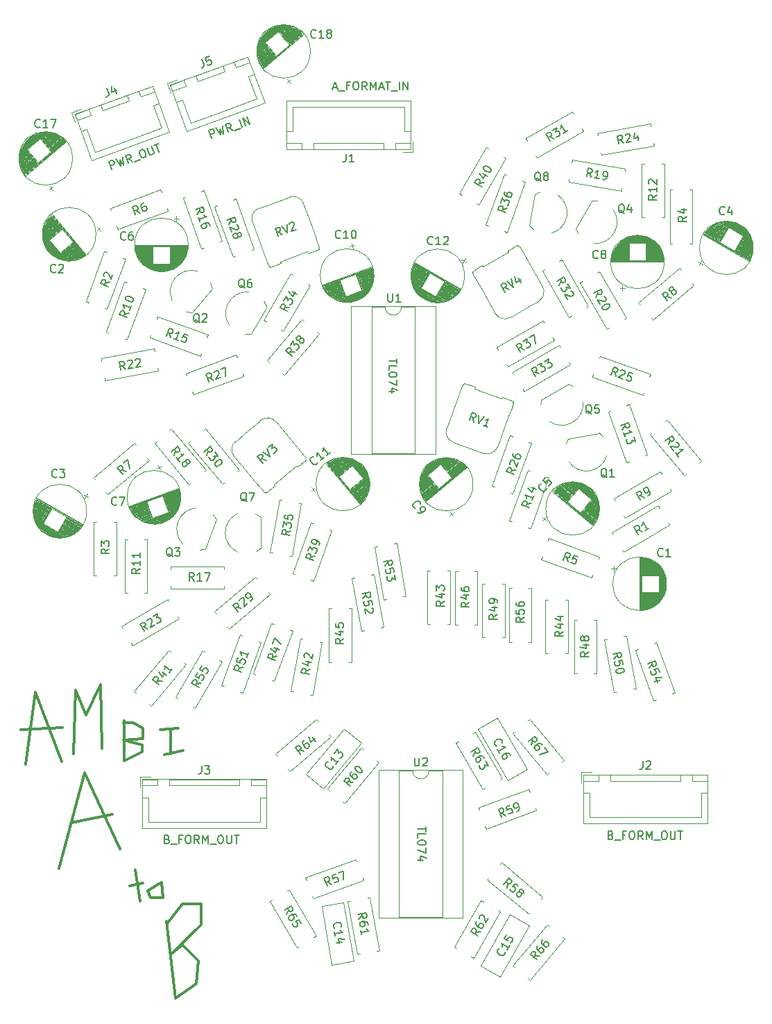
<source format=gbr>
G04 #@! TF.GenerationSoftware,KiCad,Pcbnew,(5.1.2-1)-1*
G04 #@! TF.CreationDate,2021-05-20T21:43:52-04:00*
G04 #@! TF.ProjectId,B_Format_Mic_Encoder,425f466f-726d-4617-945f-4d69635f456e,rev?*
G04 #@! TF.SameCoordinates,Original*
G04 #@! TF.FileFunction,Legend,Top*
G04 #@! TF.FilePolarity,Positive*
%FSLAX46Y46*%
G04 Gerber Fmt 4.6, Leading zero omitted, Abs format (unit mm)*
G04 Created by KiCad (PCBNEW (5.1.2-1)-1) date 2021-05-20 21:43:52*
%MOMM*%
%LPD*%
G04 APERTURE LIST*
%ADD10C,0.350000*%
%ADD11C,0.150000*%
%ADD12C,0.120000*%
G04 APERTURE END LIST*
D10*
X33832800Y-121945400D02*
X32004000Y-124206000D01*
X36093400Y-121945400D02*
X33832800Y-121945400D01*
X36093400Y-124434600D02*
X36093400Y-121945400D01*
X32461200Y-128041400D02*
X36093400Y-124434600D01*
X33832800Y-126923800D02*
X32461200Y-128041400D01*
X35788600Y-128879600D02*
X33832800Y-126923800D01*
X35483800Y-131673600D02*
X35788600Y-128879600D01*
X32994600Y-133400800D02*
X35483800Y-131673600D01*
X31851600Y-124053600D02*
X32994600Y-133400800D01*
X31419800Y-121183400D02*
X31267400Y-119303800D01*
X29895800Y-121183400D02*
X31419800Y-121183400D01*
X29591000Y-120269000D02*
X29895800Y-121183400D01*
X31115000Y-119380000D02*
X29591000Y-120269000D01*
X27406600Y-119684800D02*
X29006800Y-119380000D01*
X28016200Y-117779800D02*
X28625800Y-121564400D01*
X20243800Y-111988600D02*
X25222200Y-110998000D01*
X21844000Y-105892600D02*
X26212800Y-115239800D01*
X18745200Y-117576600D02*
X21844000Y-105892600D01*
X31623000Y-103682800D02*
X33883600Y-103174800D01*
X31115000Y-100685600D02*
X33299400Y-100457000D01*
X32385000Y-100533200D02*
X32385000Y-103606600D01*
X27787600Y-99847400D02*
X26593800Y-99771200D01*
X29006800Y-100457000D02*
X27787600Y-99847400D01*
X29006800Y-101727000D02*
X29006800Y-100457000D01*
X26593800Y-101955600D02*
X29006800Y-101727000D01*
X28930600Y-102489000D02*
X26593800Y-101955600D01*
X28930600Y-103403400D02*
X28930600Y-102489000D01*
X26670000Y-104444800D02*
X28930600Y-103403400D01*
X26670000Y-99542600D02*
X26670000Y-104444800D01*
X23799800Y-95173800D02*
X24028400Y-102946200D01*
X22047200Y-98856800D02*
X23799800Y-95173800D01*
X20777200Y-95859600D02*
X22047200Y-98856800D01*
X20548600Y-103606600D02*
X20777200Y-95859600D01*
X14071600Y-100685600D02*
X19126200Y-100380800D01*
X15875000Y-96088200D02*
X19050000Y-104521000D01*
X14681200Y-104902000D02*
X15875000Y-96088200D01*
D11*
X86103342Y-113517371D02*
X86246200Y-113564990D01*
X86293819Y-113612609D01*
X86341438Y-113707847D01*
X86341438Y-113850704D01*
X86293819Y-113945942D01*
X86246200Y-113993561D01*
X86150961Y-114041180D01*
X85770009Y-114041180D01*
X85770009Y-113041180D01*
X86103342Y-113041180D01*
X86198580Y-113088800D01*
X86246200Y-113136419D01*
X86293819Y-113231657D01*
X86293819Y-113326895D01*
X86246200Y-113422133D01*
X86198580Y-113469752D01*
X86103342Y-113517371D01*
X85770009Y-113517371D01*
X86531914Y-114136419D02*
X87293819Y-114136419D01*
X87865247Y-113517371D02*
X87531914Y-113517371D01*
X87531914Y-114041180D02*
X87531914Y-113041180D01*
X88008104Y-113041180D01*
X88579533Y-113041180D02*
X88770009Y-113041180D01*
X88865247Y-113088800D01*
X88960485Y-113184038D01*
X89008104Y-113374514D01*
X89008104Y-113707847D01*
X88960485Y-113898323D01*
X88865247Y-113993561D01*
X88770009Y-114041180D01*
X88579533Y-114041180D01*
X88484295Y-113993561D01*
X88389057Y-113898323D01*
X88341438Y-113707847D01*
X88341438Y-113374514D01*
X88389057Y-113184038D01*
X88484295Y-113088800D01*
X88579533Y-113041180D01*
X90008104Y-114041180D02*
X89674771Y-113564990D01*
X89436676Y-114041180D02*
X89436676Y-113041180D01*
X89817628Y-113041180D01*
X89912866Y-113088800D01*
X89960485Y-113136419D01*
X90008104Y-113231657D01*
X90008104Y-113374514D01*
X89960485Y-113469752D01*
X89912866Y-113517371D01*
X89817628Y-113564990D01*
X89436676Y-113564990D01*
X90436676Y-114041180D02*
X90436676Y-113041180D01*
X90770009Y-113755466D01*
X91103342Y-113041180D01*
X91103342Y-114041180D01*
X91341438Y-114136419D02*
X92103342Y-114136419D01*
X92531914Y-113041180D02*
X92722390Y-113041180D01*
X92817628Y-113088800D01*
X92912866Y-113184038D01*
X92960485Y-113374514D01*
X92960485Y-113707847D01*
X92912866Y-113898323D01*
X92817628Y-113993561D01*
X92722390Y-114041180D01*
X92531914Y-114041180D01*
X92436676Y-113993561D01*
X92341438Y-113898323D01*
X92293819Y-113707847D01*
X92293819Y-113374514D01*
X92341438Y-113184038D01*
X92436676Y-113088800D01*
X92531914Y-113041180D01*
X93389057Y-113041180D02*
X93389057Y-113850704D01*
X93436676Y-113945942D01*
X93484295Y-113993561D01*
X93579533Y-114041180D01*
X93770009Y-114041180D01*
X93865247Y-113993561D01*
X93912866Y-113945942D01*
X93960485Y-113850704D01*
X93960485Y-113041180D01*
X94293819Y-113041180D02*
X94865247Y-113041180D01*
X94579533Y-114041180D02*
X94579533Y-113041180D01*
X31950542Y-113999971D02*
X32093400Y-114047590D01*
X32141019Y-114095209D01*
X32188638Y-114190447D01*
X32188638Y-114333304D01*
X32141019Y-114428542D01*
X32093400Y-114476161D01*
X31998161Y-114523780D01*
X31617209Y-114523780D01*
X31617209Y-113523780D01*
X31950542Y-113523780D01*
X32045780Y-113571400D01*
X32093400Y-113619019D01*
X32141019Y-113714257D01*
X32141019Y-113809495D01*
X32093400Y-113904733D01*
X32045780Y-113952352D01*
X31950542Y-113999971D01*
X31617209Y-113999971D01*
X32379114Y-114619019D02*
X33141019Y-114619019D01*
X33712447Y-113999971D02*
X33379114Y-113999971D01*
X33379114Y-114523780D02*
X33379114Y-113523780D01*
X33855304Y-113523780D01*
X34426733Y-113523780D02*
X34617209Y-113523780D01*
X34712447Y-113571400D01*
X34807685Y-113666638D01*
X34855304Y-113857114D01*
X34855304Y-114190447D01*
X34807685Y-114380923D01*
X34712447Y-114476161D01*
X34617209Y-114523780D01*
X34426733Y-114523780D01*
X34331495Y-114476161D01*
X34236257Y-114380923D01*
X34188638Y-114190447D01*
X34188638Y-113857114D01*
X34236257Y-113666638D01*
X34331495Y-113571400D01*
X34426733Y-113523780D01*
X35855304Y-114523780D02*
X35521971Y-114047590D01*
X35283876Y-114523780D02*
X35283876Y-113523780D01*
X35664828Y-113523780D01*
X35760066Y-113571400D01*
X35807685Y-113619019D01*
X35855304Y-113714257D01*
X35855304Y-113857114D01*
X35807685Y-113952352D01*
X35760066Y-113999971D01*
X35664828Y-114047590D01*
X35283876Y-114047590D01*
X36283876Y-114523780D02*
X36283876Y-113523780D01*
X36617209Y-114238066D01*
X36950542Y-113523780D01*
X36950542Y-114523780D01*
X37188638Y-114619019D02*
X37950542Y-114619019D01*
X38379114Y-113523780D02*
X38569590Y-113523780D01*
X38664828Y-113571400D01*
X38760066Y-113666638D01*
X38807685Y-113857114D01*
X38807685Y-114190447D01*
X38760066Y-114380923D01*
X38664828Y-114476161D01*
X38569590Y-114523780D01*
X38379114Y-114523780D01*
X38283876Y-114476161D01*
X38188638Y-114380923D01*
X38141019Y-114190447D01*
X38141019Y-113857114D01*
X38188638Y-113666638D01*
X38283876Y-113571400D01*
X38379114Y-113523780D01*
X39236257Y-113523780D02*
X39236257Y-114333304D01*
X39283876Y-114428542D01*
X39331495Y-114476161D01*
X39426733Y-114523780D01*
X39617209Y-114523780D01*
X39712447Y-114476161D01*
X39760066Y-114428542D01*
X39807685Y-114333304D01*
X39807685Y-113523780D01*
X40141019Y-113523780D02*
X40712447Y-113523780D01*
X40426733Y-114523780D02*
X40426733Y-113523780D01*
X52173761Y-22340866D02*
X52649952Y-22340866D01*
X52078523Y-22626580D02*
X52411857Y-21626580D01*
X52745190Y-22626580D01*
X52840428Y-22721819D02*
X53602333Y-22721819D01*
X54173761Y-22102771D02*
X53840428Y-22102771D01*
X53840428Y-22626580D02*
X53840428Y-21626580D01*
X54316619Y-21626580D01*
X54888047Y-21626580D02*
X55078523Y-21626580D01*
X55173761Y-21674200D01*
X55269000Y-21769438D01*
X55316619Y-21959914D01*
X55316619Y-22293247D01*
X55269000Y-22483723D01*
X55173761Y-22578961D01*
X55078523Y-22626580D01*
X54888047Y-22626580D01*
X54792809Y-22578961D01*
X54697571Y-22483723D01*
X54649952Y-22293247D01*
X54649952Y-21959914D01*
X54697571Y-21769438D01*
X54792809Y-21674200D01*
X54888047Y-21626580D01*
X56316619Y-22626580D02*
X55983285Y-22150390D01*
X55745190Y-22626580D02*
X55745190Y-21626580D01*
X56126142Y-21626580D01*
X56221380Y-21674200D01*
X56269000Y-21721819D01*
X56316619Y-21817057D01*
X56316619Y-21959914D01*
X56269000Y-22055152D01*
X56221380Y-22102771D01*
X56126142Y-22150390D01*
X55745190Y-22150390D01*
X56745190Y-22626580D02*
X56745190Y-21626580D01*
X57078523Y-22340866D01*
X57411857Y-21626580D01*
X57411857Y-22626580D01*
X57840428Y-22340866D02*
X58316619Y-22340866D01*
X57745190Y-22626580D02*
X58078523Y-21626580D01*
X58411857Y-22626580D01*
X58602333Y-21626580D02*
X59173761Y-21626580D01*
X58888047Y-22626580D02*
X58888047Y-21626580D01*
X59269000Y-22721819D02*
X60030904Y-22721819D01*
X60269000Y-22626580D02*
X60269000Y-21626580D01*
X60745190Y-22626580D02*
X60745190Y-21626580D01*
X61316619Y-22626580D01*
X61316619Y-21626580D01*
X37401065Y-28500806D02*
X37059045Y-27561113D01*
X37417023Y-27430820D01*
X37522804Y-27442993D01*
X37583838Y-27471454D01*
X37661159Y-27544662D01*
X37710019Y-27678904D01*
X37697845Y-27784685D01*
X37669384Y-27845719D01*
X37596176Y-27923039D01*
X37238198Y-28053333D01*
X37909243Y-27251666D02*
X38474999Y-28109925D01*
X38409688Y-27373570D01*
X38832978Y-27979632D01*
X38714694Y-26958506D01*
X39951659Y-27572465D02*
X39475562Y-27238999D01*
X39414692Y-27767905D02*
X39072672Y-26828213D01*
X39430650Y-26697919D01*
X39536431Y-26710093D01*
X39597465Y-26738554D01*
X39674786Y-26811762D01*
X39723646Y-26946003D01*
X39711472Y-27051785D01*
X39683011Y-27112819D01*
X39609803Y-27190139D01*
X39251825Y-27320433D01*
X40163222Y-27596813D02*
X40879178Y-27336226D01*
X41070341Y-27165298D02*
X40728321Y-26225606D01*
X41517814Y-27002432D02*
X41175793Y-26062739D01*
X42054781Y-26806992D01*
X41712761Y-25867299D01*
X25192203Y-32310219D02*
X24850183Y-31370526D01*
X25208161Y-31240233D01*
X25313942Y-31252407D01*
X25374976Y-31280867D01*
X25452297Y-31354075D01*
X25501157Y-31488317D01*
X25488983Y-31594098D01*
X25460523Y-31655132D01*
X25387315Y-31732453D01*
X25029336Y-31862746D01*
X25700381Y-31061080D02*
X26266138Y-31919339D01*
X26200827Y-31182983D01*
X26624116Y-31789045D01*
X26505832Y-30767919D01*
X27742797Y-31381879D02*
X27266700Y-31048413D01*
X27205830Y-31577319D02*
X26863810Y-30637626D01*
X27221788Y-30507333D01*
X27327569Y-30519507D01*
X27388603Y-30547967D01*
X27465924Y-30621175D01*
X27514784Y-30755417D01*
X27502610Y-30861198D01*
X27474150Y-30922232D01*
X27400942Y-30999553D01*
X27042964Y-31129846D01*
X27954360Y-31406226D02*
X28670316Y-31145640D01*
X28698448Y-29969872D02*
X28877437Y-29904726D01*
X28983218Y-29916900D01*
X29105286Y-29973821D01*
X29215180Y-30136523D01*
X29329187Y-30449754D01*
X29349586Y-30645030D01*
X29292665Y-30767098D01*
X29219457Y-30844418D01*
X29040468Y-30909565D01*
X28934687Y-30897391D01*
X28812619Y-30840470D01*
X28702725Y-30677768D01*
X28588718Y-30364537D01*
X28568319Y-30169261D01*
X28625240Y-30047193D01*
X28698448Y-29969872D01*
X29503899Y-29676712D02*
X29780772Y-30437416D01*
X29858093Y-30510624D01*
X29919127Y-30539084D01*
X30024908Y-30551258D01*
X30203897Y-30486112D01*
X30277105Y-30408791D01*
X30305566Y-30347757D01*
X30317740Y-30241976D01*
X30040866Y-29481272D01*
X30354097Y-29367266D02*
X30891064Y-29171825D01*
X30964601Y-30209238D02*
X30622581Y-29269545D01*
X60009019Y-55411952D02*
X60009019Y-55983380D01*
X59009019Y-55697666D02*
X60009019Y-55697666D01*
X59009019Y-56792904D02*
X59009019Y-56316714D01*
X60009019Y-56316714D01*
X60009019Y-57316714D02*
X60009019Y-57411952D01*
X59961400Y-57507190D01*
X59913780Y-57554809D01*
X59818542Y-57602428D01*
X59628066Y-57650047D01*
X59389971Y-57650047D01*
X59199495Y-57602428D01*
X59104257Y-57554809D01*
X59056638Y-57507190D01*
X59009019Y-57411952D01*
X59009019Y-57316714D01*
X59056638Y-57221476D01*
X59104257Y-57173857D01*
X59199495Y-57126238D01*
X59389971Y-57078619D01*
X59628066Y-57078619D01*
X59818542Y-57126238D01*
X59913780Y-57173857D01*
X59961400Y-57221476D01*
X60009019Y-57316714D01*
X60009019Y-57983380D02*
X60009019Y-58650047D01*
X59009019Y-58221476D01*
X59675685Y-59459571D02*
X59009019Y-59459571D01*
X60056638Y-59221476D02*
X59342352Y-58983380D01*
X59342352Y-59602428D01*
X63539619Y-112485752D02*
X63539619Y-113057180D01*
X62539619Y-112771466D02*
X63539619Y-112771466D01*
X62539619Y-113866704D02*
X62539619Y-113390514D01*
X63539619Y-113390514D01*
X63539619Y-114390514D02*
X63539619Y-114485752D01*
X63492000Y-114580990D01*
X63444380Y-114628609D01*
X63349142Y-114676228D01*
X63158666Y-114723847D01*
X62920571Y-114723847D01*
X62730095Y-114676228D01*
X62634857Y-114628609D01*
X62587238Y-114580990D01*
X62539619Y-114485752D01*
X62539619Y-114390514D01*
X62587238Y-114295276D01*
X62634857Y-114247657D01*
X62730095Y-114200038D01*
X62920571Y-114152419D01*
X63158666Y-114152419D01*
X63349142Y-114200038D01*
X63444380Y-114247657D01*
X63492000Y-114295276D01*
X63539619Y-114390514D01*
X63539619Y-115057180D02*
X63539619Y-115723847D01*
X62539619Y-115295276D01*
X63206285Y-116533371D02*
X62539619Y-116533371D01*
X63587238Y-116295276D02*
X62872952Y-116057180D01*
X62872952Y-116676228D01*
D12*
X75946792Y-99567165D02*
X76199586Y-99355045D01*
X76199586Y-99355045D02*
X80403417Y-104364976D01*
X80403417Y-104364976D02*
X80150622Y-104577096D01*
X74353419Y-100904163D02*
X74100624Y-101116283D01*
X74100624Y-101116283D02*
X78304455Y-106126214D01*
X78304455Y-106126214D02*
X78557250Y-105914094D01*
X46558489Y-21751945D02*
X47041097Y-21346989D01*
X47002271Y-21790771D02*
X46597315Y-21308163D01*
X43769891Y-15702995D02*
X44385791Y-15186194D01*
X43618646Y-15882121D02*
X44588458Y-15068352D01*
X43514896Y-16021394D02*
X44743631Y-14990362D01*
X43434894Y-16140740D02*
X44875057Y-14932299D01*
X43369446Y-16247874D02*
X44991928Y-14886449D01*
X43313957Y-16346651D02*
X45098840Y-14848956D01*
X43265362Y-16439643D02*
X45198858Y-14817247D01*
X43223661Y-16526850D02*
X45291981Y-14791324D01*
X43186557Y-16610200D02*
X45380509Y-14769257D01*
X43153283Y-16690337D02*
X45465205Y-14750404D01*
X43123840Y-16767259D02*
X45546072Y-14734765D01*
X43096694Y-16842254D02*
X45624641Y-14721054D01*
X43073379Y-16914034D02*
X45699379Y-14710558D01*
X43051595Y-16984528D02*
X45772585Y-14701347D01*
X43032876Y-17052452D02*
X45842727Y-14694707D01*
X43015689Y-17119090D02*
X45911337Y-14689352D01*
X43000035Y-17184442D02*
X45978415Y-14685284D01*
X42986678Y-17247866D02*
X46043195Y-14683143D01*
X42974853Y-17310004D02*
X46106443Y-14682289D01*
X42963794Y-17371500D02*
X46168924Y-14682077D01*
X42955034Y-17431067D02*
X46229108Y-14683793D01*
X42946273Y-17490634D02*
X46289291Y-14685509D01*
X42939811Y-17548273D02*
X46347177Y-14689154D01*
X42934115Y-17605269D02*
X46404296Y-14693441D01*
X45491603Y-15511498D02*
X46460649Y-14698372D01*
X42929185Y-17661623D02*
X43898231Y-16848496D01*
X45517315Y-15542140D02*
X46515471Y-14704587D01*
X42925786Y-17716690D02*
X43923942Y-16879138D01*
X45543026Y-15572782D02*
X46569526Y-14711446D01*
X42923154Y-17771115D02*
X43949654Y-16909780D01*
X45568738Y-15603423D02*
X46622815Y-14718948D01*
X42921288Y-17824897D02*
X43975365Y-16940422D01*
X45594449Y-15634065D02*
X46674572Y-14727735D01*
X42920954Y-17877394D02*
X44001077Y-16971063D01*
X45620161Y-15664707D02*
X46726329Y-14736522D01*
X42920620Y-17929890D02*
X44026788Y-17001705D01*
X45645872Y-15695349D02*
X46776554Y-14746594D01*
X42921818Y-17981101D02*
X44052500Y-17032347D01*
X45671584Y-15725990D02*
X46826779Y-14756667D01*
X42923016Y-18032312D02*
X44078211Y-17062989D01*
X45697295Y-15756632D02*
X46875472Y-14768025D01*
X42925746Y-18082238D02*
X44103923Y-17093630D01*
X45723007Y-15787274D02*
X46923398Y-14780026D01*
X42929243Y-18131520D02*
X44129634Y-17124272D01*
X45748718Y-15817916D02*
X46971325Y-14792027D01*
X42932739Y-18180803D02*
X44155346Y-17154914D01*
X45774430Y-15848558D02*
X47018486Y-14804670D01*
X42937001Y-18229443D02*
X44181057Y-17185556D01*
X45800141Y-15879199D02*
X47064115Y-14818600D01*
X42942795Y-18276797D02*
X44206769Y-17216198D01*
X45825853Y-15909841D02*
X47109743Y-14832529D01*
X42948590Y-18324151D02*
X44232480Y-17246839D01*
X45851564Y-15940483D02*
X47155372Y-14846458D01*
X42954384Y-18371506D02*
X44258192Y-17277481D01*
X45877276Y-15971125D02*
X47199468Y-14861673D01*
X42961711Y-18417574D02*
X44283903Y-17308123D01*
X45902987Y-16001766D02*
X47243565Y-14876888D01*
X42969037Y-18463643D02*
X44309615Y-17338765D01*
X45928699Y-16032408D02*
X47286129Y-14893389D01*
X42977896Y-18508426D02*
X44335326Y-17369406D01*
X45954410Y-16063050D02*
X47328694Y-14909889D01*
X42986754Y-18553209D02*
X44361038Y-17400048D01*
X45980122Y-16093692D02*
X47371258Y-14926389D01*
X42995613Y-18597992D02*
X44386749Y-17430690D01*
X46005833Y-16124334D02*
X47412291Y-14944175D01*
X43006003Y-18641490D02*
X44412461Y-17461332D01*
X46031545Y-16154975D02*
X47453323Y-14961961D01*
X43016394Y-18684987D02*
X44438172Y-17491974D01*
X46057256Y-16185617D02*
X47494356Y-14979748D01*
X43026784Y-18728485D02*
X44463884Y-17522615D01*
X46082968Y-16216259D02*
X47533856Y-14998819D01*
X43038707Y-18770697D02*
X44489595Y-17553257D01*
X46108679Y-16246901D02*
X47573356Y-15017891D01*
X43050630Y-18812909D02*
X44515307Y-17583899D01*
X46134391Y-16277542D02*
X47612857Y-15036962D01*
X43062553Y-18855121D02*
X44541018Y-17614541D01*
X46160102Y-16308184D02*
X47650825Y-15057319D01*
X43076007Y-18896047D02*
X44566730Y-17645182D01*
X46185814Y-16338826D02*
X47688793Y-15077677D01*
X43089462Y-18936973D02*
X44592441Y-17675824D01*
X46211525Y-16369468D02*
X47726761Y-15098034D01*
X43102917Y-18977900D02*
X44618153Y-17706466D01*
X46237237Y-16400110D02*
X47763963Y-15119034D01*
X43117138Y-19018183D02*
X44643864Y-17737108D01*
X46262948Y-16430751D02*
X47800400Y-15140677D01*
X43132125Y-19057824D02*
X44669576Y-17767750D01*
X46288660Y-16461393D02*
X47836836Y-15162319D01*
X43147112Y-19097465D02*
X44695287Y-17798391D01*
X46314371Y-16492035D02*
X47872506Y-15184605D01*
X43162864Y-19136463D02*
X44720999Y-17829033D01*
X46340083Y-16522677D02*
X47907410Y-15207533D01*
X43179383Y-19174818D02*
X44746710Y-17859675D01*
X46365794Y-16553318D02*
X47942314Y-15230461D01*
X43195902Y-19213174D02*
X44772422Y-17890317D01*
X46391506Y-16583960D02*
X47977218Y-15253390D01*
X43212421Y-19251529D02*
X44798133Y-17920958D01*
X46417217Y-16614602D02*
X48011356Y-15276961D01*
X43229706Y-19289241D02*
X44823845Y-17951600D01*
X46442929Y-16645244D02*
X48044728Y-15301175D01*
X43247757Y-19326311D02*
X44849556Y-17982242D01*
X46468640Y-16675886D02*
X48078100Y-15325389D01*
X43265809Y-19363381D02*
X44875268Y-18012884D01*
X46494352Y-16706527D02*
X48110706Y-15350245D01*
X43284626Y-19399807D02*
X44900979Y-18043526D01*
X46520706Y-16737935D02*
X48143954Y-15375868D01*
X43304086Y-19437000D02*
X44927334Y-18074933D01*
X46546418Y-16768577D02*
X48175794Y-15401368D01*
X43323669Y-19472784D02*
X44953045Y-18105575D01*
X46572129Y-16799219D02*
X48207634Y-15426867D01*
X43343252Y-19508568D02*
X44978757Y-18136217D01*
X46597841Y-16829860D02*
X48238708Y-15453009D01*
X43363601Y-19543710D02*
X45004468Y-18166859D01*
X46623552Y-16860502D02*
X48269782Y-15479152D01*
X43383950Y-19578851D02*
X45030180Y-18197500D01*
X46649264Y-16891144D02*
X48300089Y-15505937D01*
X43405065Y-19613350D02*
X45055891Y-18228142D01*
X46674975Y-16921786D02*
X48330397Y-15532722D01*
X43426181Y-19647848D02*
X45081603Y-18258784D01*
X46700687Y-16952428D02*
X48359939Y-15560150D01*
X43448062Y-19681704D02*
X45107314Y-18289426D01*
X46726398Y-16983069D02*
X48389481Y-15587577D01*
X43469943Y-19715559D02*
X45133026Y-18320068D01*
X46752110Y-17013711D02*
X48418256Y-15615648D01*
X43492591Y-19748772D02*
X45158737Y-18350709D01*
X46777821Y-17044353D02*
X48446266Y-15644361D01*
X43516004Y-19781343D02*
X45184449Y-18381351D01*
X46803533Y-17074995D02*
X48475042Y-15672432D01*
X43538651Y-19814555D02*
X45210160Y-18411993D01*
X43562831Y-19846483D02*
X48502285Y-15701788D01*
X43586244Y-19879053D02*
X48530295Y-15730502D01*
X43611190Y-19910338D02*
X48556772Y-15760501D01*
X43635369Y-19942265D02*
X48584016Y-15789857D01*
X43661080Y-19972907D02*
X48609728Y-15820499D01*
X43686792Y-20003548D02*
X48635439Y-15851140D01*
X49431114Y-17927344D02*
G75*
G03X49431114Y-17927344I-3269999J0D01*
G01*
X17513589Y-34807545D02*
X17996197Y-34402589D01*
X17957371Y-34846371D02*
X17552415Y-34363763D01*
X14724991Y-28758595D02*
X15340891Y-28241794D01*
X14573746Y-28937721D02*
X15543558Y-28123952D01*
X14469996Y-29076994D02*
X15698731Y-28045962D01*
X14389994Y-29196340D02*
X15830157Y-27987899D01*
X14324546Y-29303474D02*
X15947028Y-27942049D01*
X14269057Y-29402251D02*
X16053940Y-27904556D01*
X14220462Y-29495243D02*
X16153958Y-27872847D01*
X14178761Y-29582450D02*
X16247081Y-27846924D01*
X14141657Y-29665800D02*
X16335609Y-27824857D01*
X14108383Y-29745937D02*
X16420305Y-27806004D01*
X14078940Y-29822859D02*
X16501172Y-27790365D01*
X14051794Y-29897854D02*
X16579741Y-27776654D01*
X14028479Y-29969634D02*
X16654479Y-27766158D01*
X14006695Y-30040128D02*
X16727685Y-27756947D01*
X13987976Y-30108052D02*
X16797827Y-27750307D01*
X13970789Y-30174690D02*
X16866437Y-27744952D01*
X13955135Y-30240042D02*
X16933515Y-27740884D01*
X13941778Y-30303466D02*
X16998295Y-27738743D01*
X13929953Y-30365604D02*
X17061543Y-27737889D01*
X13918894Y-30427100D02*
X17124024Y-27737677D01*
X13910134Y-30486667D02*
X17184208Y-27739393D01*
X13901373Y-30546234D02*
X17244391Y-27741109D01*
X13894911Y-30603873D02*
X17302277Y-27744754D01*
X13889215Y-30660869D02*
X17359396Y-27749041D01*
X16446703Y-28567098D02*
X17415749Y-27753972D01*
X13884285Y-30717223D02*
X14853331Y-29904096D01*
X16472415Y-28597740D02*
X17470571Y-27760187D01*
X13880886Y-30772290D02*
X14879042Y-29934738D01*
X16498126Y-28628382D02*
X17524626Y-27767046D01*
X13878254Y-30826715D02*
X14904754Y-29965380D01*
X16523838Y-28659023D02*
X17577915Y-27774548D01*
X13876388Y-30880497D02*
X14930465Y-29996022D01*
X16549549Y-28689665D02*
X17629672Y-27783335D01*
X13876054Y-30932994D02*
X14956177Y-30026663D01*
X16575261Y-28720307D02*
X17681429Y-27792122D01*
X13875720Y-30985490D02*
X14981888Y-30057305D01*
X16600972Y-28750949D02*
X17731654Y-27802194D01*
X13876918Y-31036701D02*
X15007600Y-30087947D01*
X16626684Y-28781590D02*
X17781879Y-27812267D01*
X13878116Y-31087912D02*
X15033311Y-30118589D01*
X16652395Y-28812232D02*
X17830572Y-27823625D01*
X13880846Y-31137838D02*
X15059023Y-30149230D01*
X16678107Y-28842874D02*
X17878498Y-27835626D01*
X13884343Y-31187120D02*
X15084734Y-30179872D01*
X16703818Y-28873516D02*
X17926425Y-27847627D01*
X13887839Y-31236403D02*
X15110446Y-30210514D01*
X16729530Y-28904158D02*
X17973586Y-27860270D01*
X13892101Y-31285043D02*
X15136157Y-30241156D01*
X16755241Y-28934799D02*
X18019215Y-27874200D01*
X13897895Y-31332397D02*
X15161869Y-30271798D01*
X16780953Y-28965441D02*
X18064843Y-27888129D01*
X13903690Y-31379751D02*
X15187580Y-30302439D01*
X16806664Y-28996083D02*
X18110472Y-27902058D01*
X13909484Y-31427106D02*
X15213292Y-30333081D01*
X16832376Y-29026725D02*
X18154568Y-27917273D01*
X13916811Y-31473174D02*
X15239003Y-30363723D01*
X16858087Y-29057366D02*
X18198665Y-27932488D01*
X13924137Y-31519243D02*
X15264715Y-30394365D01*
X16883799Y-29088008D02*
X18241229Y-27948989D01*
X13932996Y-31564026D02*
X15290426Y-30425006D01*
X16909510Y-29118650D02*
X18283794Y-27965489D01*
X13941854Y-31608809D02*
X15316138Y-30455648D01*
X16935222Y-29149292D02*
X18326358Y-27981989D01*
X13950713Y-31653592D02*
X15341849Y-30486290D01*
X16960933Y-29179934D02*
X18367391Y-27999775D01*
X13961103Y-31697090D02*
X15367561Y-30516932D01*
X16986645Y-29210575D02*
X18408423Y-28017561D01*
X13971494Y-31740587D02*
X15393272Y-30547574D01*
X17012356Y-29241217D02*
X18449456Y-28035348D01*
X13981884Y-31784085D02*
X15418984Y-30578215D01*
X17038068Y-29271859D02*
X18488956Y-28054419D01*
X13993807Y-31826297D02*
X15444695Y-30608857D01*
X17063779Y-29302501D02*
X18528456Y-28073491D01*
X14005730Y-31868509D02*
X15470407Y-30639499D01*
X17089491Y-29333142D02*
X18567957Y-28092562D01*
X14017653Y-31910721D02*
X15496118Y-30670141D01*
X17115202Y-29363784D02*
X18605925Y-28112919D01*
X14031107Y-31951647D02*
X15521830Y-30700782D01*
X17140914Y-29394426D02*
X18643893Y-28133277D01*
X14044562Y-31992573D02*
X15547541Y-30731424D01*
X17166625Y-29425068D02*
X18681861Y-28153634D01*
X14058017Y-32033500D02*
X15573253Y-30762066D01*
X17192337Y-29455710D02*
X18719063Y-28174634D01*
X14072238Y-32073783D02*
X15598964Y-30792708D01*
X17218048Y-29486351D02*
X18755500Y-28196277D01*
X14087225Y-32113424D02*
X15624676Y-30823350D01*
X17243760Y-29516993D02*
X18791936Y-28217919D01*
X14102212Y-32153065D02*
X15650387Y-30853991D01*
X17269471Y-29547635D02*
X18827606Y-28240205D01*
X14117964Y-32192063D02*
X15676099Y-30884633D01*
X17295183Y-29578277D02*
X18862510Y-28263133D01*
X14134483Y-32230418D02*
X15701810Y-30915275D01*
X17320894Y-29608918D02*
X18897414Y-28286061D01*
X14151002Y-32268774D02*
X15727522Y-30945917D01*
X17346606Y-29639560D02*
X18932318Y-28308990D01*
X14167521Y-32307129D02*
X15753233Y-30976558D01*
X17372317Y-29670202D02*
X18966456Y-28332561D01*
X14184806Y-32344841D02*
X15778945Y-31007200D01*
X17398029Y-29700844D02*
X18999828Y-28356775D01*
X14202857Y-32381911D02*
X15804656Y-31037842D01*
X17423740Y-29731486D02*
X19033200Y-28380989D01*
X14220909Y-32418981D02*
X15830368Y-31068484D01*
X17449452Y-29762127D02*
X19065806Y-28405845D01*
X14239726Y-32455407D02*
X15856079Y-31099126D01*
X17475806Y-29793535D02*
X19099054Y-28431468D01*
X14259186Y-32492600D02*
X15882434Y-31130533D01*
X17501518Y-29824177D02*
X19130894Y-28456968D01*
X14278769Y-32528384D02*
X15908145Y-31161175D01*
X17527229Y-29854819D02*
X19162734Y-28482467D01*
X14298352Y-32564168D02*
X15933857Y-31191817D01*
X17552941Y-29885460D02*
X19193808Y-28508609D01*
X14318701Y-32599310D02*
X15959568Y-31222459D01*
X17578652Y-29916102D02*
X19224882Y-28534752D01*
X14339050Y-32634451D02*
X15985280Y-31253100D01*
X17604364Y-29946744D02*
X19255189Y-28561537D01*
X14360165Y-32668950D02*
X16010991Y-31283742D01*
X17630075Y-29977386D02*
X19285497Y-28588322D01*
X14381281Y-32703448D02*
X16036703Y-31314384D01*
X17655787Y-30008028D02*
X19315039Y-28615750D01*
X14403162Y-32737304D02*
X16062414Y-31345026D01*
X17681498Y-30038669D02*
X19344581Y-28643177D01*
X14425043Y-32771159D02*
X16088126Y-31375668D01*
X17707210Y-30069311D02*
X19373356Y-28671248D01*
X14447691Y-32804372D02*
X16113837Y-31406309D01*
X17732921Y-30099953D02*
X19401366Y-28699961D01*
X14471104Y-32836943D02*
X16139549Y-31436951D01*
X17758633Y-30130595D02*
X19430142Y-28728032D01*
X14493751Y-32870155D02*
X16165260Y-31467593D01*
X14517931Y-32902083D02*
X19457385Y-28757388D01*
X14541344Y-32934653D02*
X19485395Y-28786102D01*
X14566290Y-32965938D02*
X19511872Y-28816101D01*
X14590469Y-32997865D02*
X19539116Y-28845457D01*
X14616180Y-33028507D02*
X19564828Y-28876099D01*
X14641892Y-33059148D02*
X19590539Y-28906740D01*
X20386214Y-30982944D02*
G75*
G03X20386214Y-30982944I-3269999J0D01*
G01*
X86434192Y-80700518D02*
X86434192Y-81330518D01*
X86119192Y-81015518D02*
X86749192Y-81015518D01*
X92860433Y-82452518D02*
X92860433Y-83256518D01*
X92820433Y-82221518D02*
X92820433Y-83487518D01*
X92780433Y-82052518D02*
X92780433Y-83656518D01*
X92740433Y-81914518D02*
X92740433Y-83794518D01*
X92700433Y-81795518D02*
X92700433Y-83913518D01*
X92660433Y-81689518D02*
X92660433Y-84019518D01*
X92620433Y-81592518D02*
X92620433Y-84116518D01*
X92580433Y-81504518D02*
X92580433Y-84204518D01*
X92540433Y-81422518D02*
X92540433Y-84286518D01*
X92500433Y-81345518D02*
X92500433Y-84363518D01*
X92460433Y-81273518D02*
X92460433Y-84435518D01*
X92420433Y-81204518D02*
X92420433Y-84504518D01*
X92380433Y-81140518D02*
X92380433Y-84568518D01*
X92340433Y-81078518D02*
X92340433Y-84630518D01*
X92300433Y-81020518D02*
X92300433Y-84688518D01*
X92260433Y-80964518D02*
X92260433Y-84744518D01*
X92220433Y-80910518D02*
X92220433Y-84798518D01*
X92180433Y-80859518D02*
X92180433Y-84849518D01*
X92140433Y-80810518D02*
X92140433Y-84898518D01*
X92100433Y-80762518D02*
X92100433Y-84946518D01*
X92060433Y-80717518D02*
X92060433Y-84991518D01*
X92020433Y-80672518D02*
X92020433Y-85036518D01*
X91980433Y-80630518D02*
X91980433Y-85078518D01*
X91940433Y-80589518D02*
X91940433Y-85119518D01*
X91900433Y-83894518D02*
X91900433Y-85159518D01*
X91900433Y-80549518D02*
X91900433Y-81814518D01*
X91860433Y-83894518D02*
X91860433Y-85197518D01*
X91860433Y-80511518D02*
X91860433Y-81814518D01*
X91820433Y-83894518D02*
X91820433Y-85234518D01*
X91820433Y-80474518D02*
X91820433Y-81814518D01*
X91780433Y-83894518D02*
X91780433Y-85270518D01*
X91780433Y-80438518D02*
X91780433Y-81814518D01*
X91740433Y-83894518D02*
X91740433Y-85304518D01*
X91740433Y-80404518D02*
X91740433Y-81814518D01*
X91700433Y-83894518D02*
X91700433Y-85338518D01*
X91700433Y-80370518D02*
X91700433Y-81814518D01*
X91660433Y-83894518D02*
X91660433Y-85370518D01*
X91660433Y-80338518D02*
X91660433Y-81814518D01*
X91620433Y-83894518D02*
X91620433Y-85402518D01*
X91620433Y-80306518D02*
X91620433Y-81814518D01*
X91580433Y-83894518D02*
X91580433Y-85432518D01*
X91580433Y-80276518D02*
X91580433Y-81814518D01*
X91540433Y-83894518D02*
X91540433Y-85461518D01*
X91540433Y-80247518D02*
X91540433Y-81814518D01*
X91500433Y-83894518D02*
X91500433Y-85490518D01*
X91500433Y-80218518D02*
X91500433Y-81814518D01*
X91460433Y-83894518D02*
X91460433Y-85518518D01*
X91460433Y-80190518D02*
X91460433Y-81814518D01*
X91420433Y-83894518D02*
X91420433Y-85544518D01*
X91420433Y-80164518D02*
X91420433Y-81814518D01*
X91380433Y-83894518D02*
X91380433Y-85570518D01*
X91380433Y-80138518D02*
X91380433Y-81814518D01*
X91340433Y-83894518D02*
X91340433Y-85596518D01*
X91340433Y-80112518D02*
X91340433Y-81814518D01*
X91300433Y-83894518D02*
X91300433Y-85620518D01*
X91300433Y-80088518D02*
X91300433Y-81814518D01*
X91260433Y-83894518D02*
X91260433Y-85644518D01*
X91260433Y-80064518D02*
X91260433Y-81814518D01*
X91220433Y-83894518D02*
X91220433Y-85666518D01*
X91220433Y-80042518D02*
X91220433Y-81814518D01*
X91180433Y-83894518D02*
X91180433Y-85688518D01*
X91180433Y-80020518D02*
X91180433Y-81814518D01*
X91140433Y-83894518D02*
X91140433Y-85710518D01*
X91140433Y-79998518D02*
X91140433Y-81814518D01*
X91100433Y-83894518D02*
X91100433Y-85730518D01*
X91100433Y-79978518D02*
X91100433Y-81814518D01*
X91060433Y-83894518D02*
X91060433Y-85750518D01*
X91060433Y-79958518D02*
X91060433Y-81814518D01*
X91020433Y-83894518D02*
X91020433Y-85770518D01*
X91020433Y-79938518D02*
X91020433Y-81814518D01*
X90980433Y-83894518D02*
X90980433Y-85788518D01*
X90980433Y-79920518D02*
X90980433Y-81814518D01*
X90940433Y-83894518D02*
X90940433Y-85806518D01*
X90940433Y-79902518D02*
X90940433Y-81814518D01*
X90900433Y-83894518D02*
X90900433Y-85824518D01*
X90900433Y-79884518D02*
X90900433Y-81814518D01*
X90860433Y-83894518D02*
X90860433Y-85840518D01*
X90860433Y-79868518D02*
X90860433Y-81814518D01*
X90820433Y-83894518D02*
X90820433Y-85856518D01*
X90820433Y-79852518D02*
X90820433Y-81814518D01*
X90780433Y-83894518D02*
X90780433Y-85872518D01*
X90780433Y-79836518D02*
X90780433Y-81814518D01*
X90740433Y-83894518D02*
X90740433Y-85887518D01*
X90740433Y-79821518D02*
X90740433Y-81814518D01*
X90700433Y-83894518D02*
X90700433Y-85901518D01*
X90700433Y-79807518D02*
X90700433Y-81814518D01*
X90660433Y-83894518D02*
X90660433Y-85915518D01*
X90660433Y-79793518D02*
X90660433Y-81814518D01*
X90620433Y-83894518D02*
X90620433Y-85928518D01*
X90620433Y-79780518D02*
X90620433Y-81814518D01*
X90580433Y-83894518D02*
X90580433Y-85940518D01*
X90580433Y-79768518D02*
X90580433Y-81814518D01*
X90540433Y-83894518D02*
X90540433Y-85952518D01*
X90540433Y-79756518D02*
X90540433Y-81814518D01*
X90500433Y-83894518D02*
X90500433Y-85964518D01*
X90500433Y-79744518D02*
X90500433Y-81814518D01*
X90460433Y-83894518D02*
X90460433Y-85975518D01*
X90460433Y-79733518D02*
X90460433Y-81814518D01*
X90420433Y-83894518D02*
X90420433Y-85985518D01*
X90420433Y-79723518D02*
X90420433Y-81814518D01*
X90380433Y-83894518D02*
X90380433Y-85995518D01*
X90380433Y-79713518D02*
X90380433Y-81814518D01*
X90340433Y-83894518D02*
X90340433Y-86004518D01*
X90340433Y-79704518D02*
X90340433Y-81814518D01*
X90299433Y-83894518D02*
X90299433Y-86013518D01*
X90299433Y-79695518D02*
X90299433Y-81814518D01*
X90259433Y-83894518D02*
X90259433Y-86021518D01*
X90259433Y-79687518D02*
X90259433Y-81814518D01*
X90219433Y-83894518D02*
X90219433Y-86029518D01*
X90219433Y-79679518D02*
X90219433Y-81814518D01*
X90179433Y-83894518D02*
X90179433Y-86036518D01*
X90179433Y-79672518D02*
X90179433Y-81814518D01*
X90139433Y-83894518D02*
X90139433Y-86043518D01*
X90139433Y-79665518D02*
X90139433Y-81814518D01*
X90099433Y-83894518D02*
X90099433Y-86049518D01*
X90099433Y-79659518D02*
X90099433Y-81814518D01*
X90059433Y-83894518D02*
X90059433Y-86055518D01*
X90059433Y-79653518D02*
X90059433Y-81814518D01*
X90019433Y-83894518D02*
X90019433Y-86060518D01*
X90019433Y-79648518D02*
X90019433Y-81814518D01*
X89979433Y-83894518D02*
X89979433Y-86065518D01*
X89979433Y-79643518D02*
X89979433Y-81814518D01*
X89939433Y-83894518D02*
X89939433Y-86069518D01*
X89939433Y-79639518D02*
X89939433Y-81814518D01*
X89899433Y-83894518D02*
X89899433Y-86072518D01*
X89899433Y-79636518D02*
X89899433Y-81814518D01*
X89859433Y-83894518D02*
X89859433Y-86076518D01*
X89859433Y-79632518D02*
X89859433Y-81814518D01*
X89819433Y-79630518D02*
X89819433Y-86078518D01*
X89779433Y-79627518D02*
X89779433Y-86081518D01*
X89739433Y-79626518D02*
X89739433Y-86082518D01*
X89699433Y-79624518D02*
X89699433Y-86084518D01*
X89659433Y-79624518D02*
X89659433Y-86084518D01*
X89619433Y-79624518D02*
X89619433Y-86084518D01*
X92889433Y-82854518D02*
G75*
G03X92889433Y-82854518I-3270000J0D01*
G01*
X23249446Y-40225979D02*
G75*
G03X23249446Y-40225979I-3269999J0D01*
G01*
X22055651Y-42700302D02*
X17903243Y-37751655D01*
X22025010Y-42726014D02*
X17872602Y-37777366D01*
X21994368Y-42751725D02*
X17841960Y-37803078D01*
X21962441Y-42775904D02*
X17812604Y-37830322D01*
X21931156Y-42800850D02*
X17782605Y-37856799D01*
X21898586Y-42824263D02*
X17753891Y-37884809D01*
X21866658Y-42848443D02*
X20464096Y-41176934D01*
X19127098Y-39583561D02*
X17724535Y-37912052D01*
X21833446Y-42871090D02*
X20433454Y-41202645D01*
X19096456Y-39609273D02*
X17696464Y-37940828D01*
X21800875Y-42894503D02*
X20402812Y-41228357D01*
X19065814Y-39634984D02*
X17667751Y-37968838D01*
X21767662Y-42917151D02*
X20372171Y-41254068D01*
X19035172Y-39660696D02*
X17639680Y-37997613D01*
X21733807Y-42939032D02*
X20341529Y-41279780D01*
X19004531Y-39686407D02*
X17612253Y-38027155D01*
X21699951Y-42960913D02*
X20310887Y-41305491D01*
X18973889Y-39712119D02*
X17584825Y-38056697D01*
X21665453Y-42982029D02*
X20280245Y-41331203D01*
X18943247Y-39737830D02*
X17558040Y-38087005D01*
X21630954Y-43003144D02*
X20249603Y-41356914D01*
X18912605Y-39763542D02*
X17531255Y-38117312D01*
X21595813Y-43023493D02*
X20218962Y-41382626D01*
X18881963Y-39789253D02*
X17505112Y-38148386D01*
X21560671Y-43043842D02*
X20188320Y-41408337D01*
X18851322Y-39814965D02*
X17478970Y-38179460D01*
X21524887Y-43063425D02*
X20157678Y-41434049D01*
X18820680Y-39840676D02*
X17453471Y-38211300D01*
X21489103Y-43083008D02*
X20127036Y-41459760D01*
X18790038Y-39866388D02*
X17427971Y-38243140D01*
X21451910Y-43102468D02*
X20095629Y-41486115D01*
X18758630Y-39892742D02*
X17402348Y-38276388D01*
X21415484Y-43121285D02*
X20064987Y-41511826D01*
X18727989Y-39918454D02*
X17377492Y-38308994D01*
X21378414Y-43139337D02*
X20034345Y-41537538D01*
X18697347Y-39944165D02*
X17353278Y-38342366D01*
X21341344Y-43157388D02*
X20003703Y-41563249D01*
X18666705Y-39969877D02*
X17329064Y-38375738D01*
X21303632Y-43174673D02*
X19973061Y-41588961D01*
X18636063Y-39995588D02*
X17305493Y-38409876D01*
X21265277Y-43191192D02*
X19942420Y-41614672D01*
X18605421Y-40021300D02*
X17282564Y-38444780D01*
X21226921Y-43207711D02*
X19911778Y-41640384D01*
X18574780Y-40047011D02*
X17259636Y-38479684D01*
X21188566Y-43224230D02*
X19881136Y-41666095D01*
X18544138Y-40072723D02*
X17236708Y-38514588D01*
X21149568Y-43239982D02*
X19850494Y-41691807D01*
X18513496Y-40098434D02*
X17214422Y-38550258D01*
X21109927Y-43254969D02*
X19819853Y-41717518D01*
X18482854Y-40124146D02*
X17192780Y-38586694D01*
X21070286Y-43269956D02*
X19789211Y-41743230D01*
X18452213Y-40149857D02*
X17171137Y-38623131D01*
X21030003Y-43284177D02*
X19758569Y-41768941D01*
X18421571Y-40175569D02*
X17150137Y-38660333D01*
X20989076Y-43297632D02*
X19727927Y-41794653D01*
X18390929Y-40201280D02*
X17129780Y-38698301D01*
X20948150Y-43311087D02*
X19697285Y-41820364D01*
X18360287Y-40226992D02*
X17109422Y-38736269D01*
X20907224Y-43324541D02*
X19666644Y-41846076D01*
X18329645Y-40252703D02*
X17089065Y-38774237D01*
X20865012Y-43336464D02*
X19636002Y-41871787D01*
X18299004Y-40278415D02*
X17069994Y-38813738D01*
X20822800Y-43348387D02*
X19605360Y-41897499D01*
X18268362Y-40304126D02*
X17050922Y-38853238D01*
X20780588Y-43360310D02*
X19574718Y-41923210D01*
X18237720Y-40329838D02*
X17031851Y-38892738D01*
X20737090Y-43370700D02*
X19544077Y-41948922D01*
X18207078Y-40355549D02*
X17014064Y-38933771D01*
X20693593Y-43381091D02*
X19513435Y-41974633D01*
X18176437Y-40381261D02*
X16996278Y-38974803D01*
X20650095Y-43391481D02*
X19482793Y-42000345D01*
X18145795Y-40406972D02*
X16978492Y-39015836D01*
X20605312Y-43400340D02*
X19452151Y-42026056D01*
X18115153Y-40432684D02*
X16961992Y-39058400D01*
X20560529Y-43409198D02*
X19421509Y-42051768D01*
X18084511Y-40458395D02*
X16945492Y-39100965D01*
X20515746Y-43418057D02*
X19390868Y-42077479D01*
X18053869Y-40484107D02*
X16928991Y-39143529D01*
X20469677Y-43425383D02*
X19360226Y-42103191D01*
X18023228Y-40509818D02*
X16913776Y-39187626D01*
X20423609Y-43432710D02*
X19329584Y-42128902D01*
X17992586Y-40535530D02*
X16898561Y-39231722D01*
X20376254Y-43438504D02*
X19298942Y-42154614D01*
X17961944Y-40561241D02*
X16884632Y-39277351D01*
X20328900Y-43444299D02*
X19268301Y-42180325D01*
X17931302Y-40586953D02*
X16870703Y-39322979D01*
X20281546Y-43450093D02*
X19237659Y-42206037D01*
X17900661Y-40612664D02*
X16856773Y-39368608D01*
X20232906Y-43454355D02*
X19207017Y-42231748D01*
X17870019Y-40638376D02*
X16844130Y-39415769D01*
X20183623Y-43457851D02*
X19176375Y-42257460D01*
X17839377Y-40664087D02*
X16832129Y-39463696D01*
X20134341Y-43461348D02*
X19145733Y-42283171D01*
X17808735Y-40689799D02*
X16820128Y-39511622D01*
X20084415Y-43464078D02*
X19115092Y-42308883D01*
X17778093Y-40715510D02*
X16808770Y-39560315D01*
X20033204Y-43465276D02*
X19084450Y-42334594D01*
X17747452Y-40741222D02*
X16798697Y-39610540D01*
X19981993Y-43466474D02*
X19053808Y-42360306D01*
X17716810Y-40766933D02*
X16788625Y-39660765D01*
X19929497Y-43466140D02*
X19023166Y-42386017D01*
X17686168Y-40792645D02*
X16779838Y-39712522D01*
X19877000Y-43465806D02*
X18992525Y-42411729D01*
X17655526Y-40818356D02*
X16771051Y-39764279D01*
X19823218Y-43463940D02*
X18961883Y-42437440D01*
X17624885Y-40844068D02*
X16763549Y-39817568D01*
X19768793Y-43461308D02*
X18931241Y-42463152D01*
X17594243Y-40869779D02*
X16756690Y-39871623D01*
X19713726Y-43457909D02*
X18900599Y-42488863D01*
X17563601Y-40895491D02*
X16750475Y-39926445D01*
X19657372Y-43452979D02*
X16745544Y-39982798D01*
X19600376Y-43447283D02*
X16741257Y-40039917D01*
X19542737Y-43440821D02*
X16737612Y-40097803D01*
X19483170Y-43432060D02*
X16735896Y-40157986D01*
X19423603Y-43423300D02*
X16734180Y-40218170D01*
X19362107Y-43412241D02*
X16734392Y-40280651D01*
X19299969Y-43400416D02*
X16735246Y-40343899D01*
X19236545Y-43387059D02*
X16737387Y-40408679D01*
X19171193Y-43371405D02*
X16741455Y-40475757D01*
X19104555Y-43354218D02*
X16746810Y-40544367D01*
X19036631Y-43335499D02*
X16753450Y-40614509D01*
X18966137Y-43313715D02*
X16762661Y-40687715D01*
X18894357Y-43290400D02*
X16773157Y-40762453D01*
X18819362Y-43263254D02*
X16786868Y-40841022D01*
X18742440Y-43233811D02*
X16802507Y-40921889D01*
X18662303Y-43200537D02*
X16821360Y-41006585D01*
X18578953Y-43163433D02*
X16843427Y-41095113D01*
X18491746Y-43121732D02*
X16869350Y-41188236D01*
X18398754Y-43073137D02*
X16901059Y-41288254D01*
X18299977Y-43017648D02*
X16938552Y-41395166D01*
X18192843Y-42952200D02*
X16984402Y-41512037D01*
X18073497Y-42872198D02*
X17042465Y-41643463D01*
X17934224Y-42768448D02*
X17120455Y-41798636D01*
X17755098Y-42617203D02*
X17238297Y-42001303D01*
X23842874Y-39384823D02*
X23360266Y-39789779D01*
X23804048Y-39828605D02*
X23399092Y-39345997D01*
X22117082Y-73995359D02*
G75*
G03X22117082Y-73995359I-3270000J0D01*
G01*
X21644344Y-75610359D02*
X16049820Y-72380359D01*
X21624344Y-75645000D02*
X16029820Y-72415000D01*
X21604344Y-75679641D02*
X16009820Y-72449641D01*
X21582612Y-75713282D02*
X15991552Y-72485282D01*
X21561746Y-75747423D02*
X15972418Y-72520423D01*
X21539148Y-75780564D02*
X15955016Y-72556564D01*
X21517416Y-75814205D02*
X19627748Y-74723205D01*
X17826416Y-73683205D02*
X15936748Y-72592205D01*
X21493952Y-75846846D02*
X19607748Y-74757846D01*
X17806416Y-73717846D02*
X15920212Y-72628846D01*
X21471354Y-75879987D02*
X19587748Y-74792487D01*
X17786416Y-73752487D02*
X15902810Y-72664987D01*
X21447890Y-75912628D02*
X19567748Y-74827128D01*
X17766416Y-73787128D02*
X15886274Y-72701628D01*
X21423559Y-75944769D02*
X19547748Y-74861769D01*
X17746416Y-73821769D02*
X15870605Y-72738769D01*
X21399229Y-75976910D02*
X19527748Y-74896410D01*
X17726416Y-73856410D02*
X15854935Y-72775910D01*
X21374033Y-76008551D02*
X19507748Y-74931051D01*
X17706416Y-73891051D02*
X15840131Y-72813551D01*
X21348837Y-76040192D02*
X19487748Y-74965692D01*
X17686416Y-73925692D02*
X15825327Y-72851192D01*
X21322775Y-76071333D02*
X19467748Y-75000333D01*
X17666416Y-73960333D02*
X15811389Y-72889333D01*
X21296713Y-76102474D02*
X19447748Y-75034974D01*
X17646416Y-73994974D02*
X15797451Y-72927474D01*
X21269784Y-76133115D02*
X19427748Y-75069615D01*
X17626416Y-74029615D02*
X15784380Y-72966115D01*
X21242856Y-76163756D02*
X19407748Y-75104256D01*
X17606416Y-74064256D02*
X15771308Y-73004756D01*
X21214562Y-76194763D02*
X19387248Y-75139763D01*
X17585916Y-74099763D02*
X15758602Y-73044763D01*
X21186768Y-76224904D02*
X19367248Y-75174404D01*
X17565916Y-74134404D02*
X15746396Y-73083904D01*
X21158108Y-76254545D02*
X19347248Y-75209045D01*
X17545916Y-74169045D02*
X15735056Y-73123545D01*
X21129447Y-76284186D02*
X19327248Y-75243686D01*
X17525916Y-74203686D02*
X15723717Y-73163186D01*
X21099921Y-76313327D02*
X19307248Y-75278327D01*
X17505916Y-74238327D02*
X15713243Y-73203327D01*
X21069529Y-76341968D02*
X19287248Y-75312968D01*
X17485916Y-74272968D02*
X15703635Y-73243968D01*
X21039136Y-76370609D02*
X19267248Y-75347609D01*
X17465916Y-74307609D02*
X15694028Y-73284609D01*
X21008744Y-76399250D02*
X19247248Y-75382250D01*
X17445916Y-74342250D02*
X15684420Y-73325250D01*
X20977486Y-76427391D02*
X19227248Y-75416891D01*
X17425916Y-74376891D02*
X15675678Y-73366391D01*
X20945361Y-76455032D02*
X19207248Y-75451532D01*
X17405916Y-74411532D02*
X15667803Y-73408032D01*
X20913237Y-76482673D02*
X19187248Y-75486173D01*
X17385916Y-74446173D02*
X15659927Y-73449673D01*
X20880247Y-76509814D02*
X19167248Y-75520814D01*
X17365916Y-74480814D02*
X15652917Y-73491814D01*
X20846390Y-76536455D02*
X19147248Y-75555455D01*
X17345916Y-74515455D02*
X15646774Y-73534455D01*
X20812534Y-76563096D02*
X19127248Y-75590096D01*
X17325916Y-74550096D02*
X15640630Y-73577096D01*
X20778677Y-76589737D02*
X19107248Y-75624737D01*
X17305916Y-74584737D02*
X15634487Y-73619737D01*
X20743089Y-76615378D02*
X19087248Y-75659378D01*
X17285916Y-74619378D02*
X15630075Y-73663378D01*
X20707501Y-76641019D02*
X19067248Y-75694019D01*
X17265916Y-74654019D02*
X15625663Y-73707019D01*
X20671912Y-76666660D02*
X19047248Y-75728660D01*
X17245916Y-74688660D02*
X15621252Y-73750660D01*
X20634592Y-76691301D02*
X19027248Y-75763301D01*
X17225916Y-74723301D02*
X15618572Y-73795301D01*
X20597271Y-76715942D02*
X19007248Y-75797942D01*
X17205916Y-74757942D02*
X15615893Y-73839942D01*
X20559951Y-76740583D02*
X18987248Y-75832583D01*
X17185916Y-74792583D02*
X15613213Y-73884583D01*
X20520898Y-76764224D02*
X18967248Y-75867224D01*
X17165916Y-74827224D02*
X15612266Y-73930224D01*
X20481845Y-76787865D02*
X18947248Y-75901865D01*
X17145916Y-74861865D02*
X15611319Y-73975865D01*
X20442793Y-76811506D02*
X18927248Y-75936506D01*
X17125916Y-74896506D02*
X15610371Y-74021506D01*
X20402008Y-76834147D02*
X18907248Y-75971147D01*
X17105916Y-74931147D02*
X15611156Y-74068147D01*
X20361224Y-76856788D02*
X18887248Y-76005788D01*
X17085916Y-74965788D02*
X15611940Y-74114788D01*
X20318707Y-76878429D02*
X18867248Y-76040429D01*
X17065916Y-75000429D02*
X15614457Y-74162429D01*
X20276190Y-76900071D02*
X18847248Y-76075071D01*
X17045916Y-75035071D02*
X15616974Y-74210071D01*
X20233674Y-76921712D02*
X18827248Y-76109712D01*
X17025916Y-75069712D02*
X15619490Y-74257712D01*
X20189425Y-76942353D02*
X18807248Y-76144353D01*
X17005916Y-75104353D02*
X15623739Y-74306353D01*
X20144310Y-76962494D02*
X18787248Y-76178994D01*
X16985916Y-75138994D02*
X15628854Y-74355494D01*
X20099195Y-76982635D02*
X18767248Y-76213635D01*
X16965916Y-75173635D02*
X15633969Y-74404635D01*
X20053215Y-77002276D02*
X18747248Y-76248276D01*
X16945916Y-75208276D02*
X15639949Y-74454276D01*
X20005502Y-77020917D02*
X18727248Y-76282917D01*
X16925916Y-75242917D02*
X15647662Y-74504917D01*
X19957789Y-77039558D02*
X18707248Y-76317558D01*
X16905916Y-75277558D02*
X15655375Y-74555558D01*
X19908344Y-77057199D02*
X18687248Y-76352199D01*
X16885916Y-75312199D02*
X15664820Y-74607199D01*
X19858899Y-77074840D02*
X18667248Y-76386840D01*
X16865916Y-75346840D02*
X15674265Y-74658840D01*
X19807722Y-77091481D02*
X18647248Y-76421481D01*
X16845916Y-75381481D02*
X15685442Y-74711481D01*
X19755680Y-77107622D02*
X18627248Y-76456122D01*
X16825916Y-75416122D02*
X15697484Y-74764622D01*
X19702771Y-77123263D02*
X18607248Y-76490763D01*
X16805916Y-75450763D02*
X15710393Y-74818263D01*
X19648130Y-77137904D02*
X15725034Y-74872904D01*
X19592622Y-77152045D02*
X15740542Y-74928045D01*
X19536249Y-77165686D02*
X15756915Y-74983686D01*
X19477278Y-77177827D02*
X15775886Y-75040827D01*
X19418307Y-77189968D02*
X15794857Y-75097968D01*
X19356738Y-77200609D02*
X15816426Y-75156609D01*
X19294303Y-77210750D02*
X15838861Y-75215750D01*
X19230135Y-77219891D02*
X15863029Y-75275891D01*
X19163370Y-77227532D02*
X15889794Y-75337532D01*
X19094873Y-77234173D02*
X15918291Y-75400173D01*
X19024643Y-77239814D02*
X15948521Y-75463814D01*
X18950950Y-77243455D02*
X15982214Y-75529455D01*
X18875524Y-77246096D02*
X16017640Y-75596096D01*
X18795768Y-77246237D02*
X16057396Y-75665237D01*
X18713414Y-77244878D02*
X16099750Y-75735878D01*
X18626730Y-77241019D02*
X16146434Y-75809019D01*
X18535716Y-77234660D02*
X16197448Y-75884660D01*
X18439506Y-77225301D02*
X16253658Y-75963301D01*
X18335502Y-77211442D02*
X16317662Y-76046442D01*
X18223703Y-77193083D02*
X16389461Y-76134083D01*
X18100646Y-77168224D02*
X16472518Y-76228224D01*
X17961134Y-77133865D02*
X16572030Y-76331865D01*
X17794776Y-77084006D02*
X16698388Y-76451006D01*
X17574724Y-77003147D02*
X16878440Y-76601147D01*
X22189823Y-71883561D02*
X21874823Y-72429157D01*
X22305121Y-72313859D02*
X21759525Y-71998859D01*
X103471817Y-41889886D02*
G75*
G03X103471817Y-41889886I-3270000J0D01*
G01*
X97404555Y-40274886D02*
X102999079Y-43504886D01*
X97424555Y-40240245D02*
X103019079Y-43470245D01*
X97444555Y-40205604D02*
X103039079Y-43435604D01*
X97466287Y-40171963D02*
X103057347Y-43399963D01*
X97487153Y-40137822D02*
X103076481Y-43364822D01*
X97509751Y-40104681D02*
X103093883Y-43328681D01*
X97531483Y-40071040D02*
X99421151Y-41162040D01*
X101222483Y-42202040D02*
X103112151Y-43293040D01*
X97554947Y-40038399D02*
X99441151Y-41127399D01*
X101242483Y-42167399D02*
X103128687Y-43256399D01*
X97577545Y-40005258D02*
X99461151Y-41092758D01*
X101262483Y-42132758D02*
X103146089Y-43220258D01*
X97601009Y-39972617D02*
X99481151Y-41058117D01*
X101282483Y-42098117D02*
X103162625Y-43183617D01*
X97625340Y-39940476D02*
X99501151Y-41023476D01*
X101302483Y-42063476D02*
X103178294Y-43146476D01*
X97649670Y-39908335D02*
X99521151Y-40988835D01*
X101322483Y-42028835D02*
X103193964Y-43109335D01*
X97674866Y-39876694D02*
X99541151Y-40954194D01*
X101342483Y-41994194D02*
X103208768Y-43071694D01*
X97700062Y-39845053D02*
X99561151Y-40919553D01*
X101362483Y-41959553D02*
X103223572Y-43034053D01*
X97726124Y-39813912D02*
X99581151Y-40884912D01*
X101382483Y-41924912D02*
X103237510Y-42995912D01*
X97752186Y-39782771D02*
X99601151Y-40850271D01*
X101402483Y-41890271D02*
X103251448Y-42957771D01*
X97779115Y-39752130D02*
X99621151Y-40815630D01*
X101422483Y-41855630D02*
X103264519Y-42919130D01*
X97806043Y-39721489D02*
X99641151Y-40780989D01*
X101442483Y-41820989D02*
X103277591Y-42880489D01*
X97834337Y-39690482D02*
X99661651Y-40745482D01*
X101462983Y-41785482D02*
X103290297Y-42840482D01*
X97862131Y-39660341D02*
X99681651Y-40710841D01*
X101482983Y-41750841D02*
X103302503Y-42801341D01*
X97890791Y-39630700D02*
X99701651Y-40676200D01*
X101502983Y-41716200D02*
X103313843Y-42761700D01*
X97919452Y-39601059D02*
X99721651Y-40641559D01*
X101522983Y-41681559D02*
X103325182Y-42722059D01*
X97948978Y-39571918D02*
X99741651Y-40606918D01*
X101542983Y-41646918D02*
X103335656Y-42681918D01*
X97979370Y-39543277D02*
X99761651Y-40572277D01*
X101562983Y-41612277D02*
X103345264Y-42641277D01*
X98009763Y-39514636D02*
X99781651Y-40537636D01*
X101582983Y-41577636D02*
X103354871Y-42600636D01*
X98040155Y-39485995D02*
X99801651Y-40502995D01*
X101602983Y-41542995D02*
X103364479Y-42559995D01*
X98071413Y-39457854D02*
X99821651Y-40468354D01*
X101622983Y-41508354D02*
X103373221Y-42518854D01*
X98103538Y-39430213D02*
X99841651Y-40433713D01*
X101642983Y-41473713D02*
X103381096Y-42477213D01*
X98135662Y-39402572D02*
X99861651Y-40399072D01*
X101662983Y-41439072D02*
X103388972Y-42435572D01*
X98168652Y-39375431D02*
X99881651Y-40364431D01*
X101682983Y-41404431D02*
X103395982Y-42393431D01*
X98202509Y-39348790D02*
X99901651Y-40329790D01*
X101702983Y-41369790D02*
X103402125Y-42350790D01*
X98236365Y-39322149D02*
X99921651Y-40295149D01*
X101722983Y-41335149D02*
X103408269Y-42308149D01*
X98270222Y-39295508D02*
X99941651Y-40260508D01*
X101742983Y-41300508D02*
X103414412Y-42265508D01*
X98305810Y-39269867D02*
X99961651Y-40225867D01*
X101762983Y-41265867D02*
X103418824Y-42221867D01*
X98341398Y-39244226D02*
X99981651Y-40191226D01*
X101782983Y-41231226D02*
X103423236Y-42178226D01*
X98376987Y-39218585D02*
X100001651Y-40156585D01*
X101802983Y-41196585D02*
X103427647Y-42134585D01*
X98414307Y-39193944D02*
X100021651Y-40121944D01*
X101822983Y-41161944D02*
X103430327Y-42089944D01*
X98451628Y-39169303D02*
X100041651Y-40087303D01*
X101842983Y-41127303D02*
X103433006Y-42045303D01*
X98488948Y-39144662D02*
X100061651Y-40052662D01*
X101862983Y-41092662D02*
X103435686Y-42000662D01*
X98528001Y-39121021D02*
X100081651Y-40018021D01*
X101882983Y-41058021D02*
X103436633Y-41955021D01*
X98567054Y-39097380D02*
X100101651Y-39983380D01*
X101902983Y-41023380D02*
X103437580Y-41909380D01*
X98606106Y-39073739D02*
X100121651Y-39948739D01*
X101922983Y-40988739D02*
X103438528Y-41863739D01*
X98646891Y-39051098D02*
X100141651Y-39914098D01*
X101942983Y-40954098D02*
X103437743Y-41817098D01*
X98687675Y-39028457D02*
X100161651Y-39879457D01*
X101962983Y-40919457D02*
X103436959Y-41770457D01*
X98730192Y-39006816D02*
X100181651Y-39844816D01*
X101982983Y-40884816D02*
X103434442Y-41722816D01*
X98772709Y-38985174D02*
X100201651Y-39810174D01*
X102002983Y-40850174D02*
X103431925Y-41675174D01*
X98815225Y-38963533D02*
X100221651Y-39775533D01*
X102022983Y-40815533D02*
X103429409Y-41627533D01*
X98859474Y-38942892D02*
X100241651Y-39740892D01*
X102042983Y-40780892D02*
X103425160Y-41578892D01*
X98904589Y-38922751D02*
X100261651Y-39706251D01*
X102062983Y-40746251D02*
X103420045Y-41529751D01*
X98949704Y-38902610D02*
X100281651Y-39671610D01*
X102082983Y-40711610D02*
X103414930Y-41480610D01*
X98995684Y-38882969D02*
X100301651Y-39636969D01*
X102102983Y-40676969D02*
X103408950Y-41430969D01*
X99043397Y-38864328D02*
X100321651Y-39602328D01*
X102122983Y-40642328D02*
X103401237Y-41380328D01*
X99091110Y-38845687D02*
X100341651Y-39567687D01*
X102142983Y-40607687D02*
X103393524Y-41329687D01*
X99140555Y-38828046D02*
X100361651Y-39533046D01*
X102162983Y-40573046D02*
X103384079Y-41278046D01*
X99190000Y-38810405D02*
X100381651Y-39498405D01*
X102182983Y-40538405D02*
X103374634Y-41226405D01*
X99241177Y-38793764D02*
X100401651Y-39463764D01*
X102202983Y-40503764D02*
X103363457Y-41173764D01*
X99293219Y-38777623D02*
X100421651Y-39429123D01*
X102222983Y-40469123D02*
X103351415Y-41120623D01*
X99346128Y-38761982D02*
X100441651Y-39394482D01*
X102242983Y-40434482D02*
X103338506Y-41066982D01*
X99400769Y-38747341D02*
X103323865Y-41012341D01*
X99456277Y-38733200D02*
X103308357Y-40957200D01*
X99512650Y-38719559D02*
X103291984Y-40901559D01*
X99571621Y-38707418D02*
X103273013Y-40844418D01*
X99630592Y-38695277D02*
X103254042Y-40787277D01*
X99692161Y-38684636D02*
X103232473Y-40728636D01*
X99754596Y-38674495D02*
X103210038Y-40669495D01*
X99818764Y-38665354D02*
X103185870Y-40609354D01*
X99885529Y-38657713D02*
X103159105Y-40547713D01*
X99954026Y-38651072D02*
X103130608Y-40485072D01*
X100024256Y-38645431D02*
X103100378Y-40421431D01*
X100097949Y-38641790D02*
X103066685Y-40355790D01*
X100173375Y-38639149D02*
X103031259Y-40289149D01*
X100253131Y-38639008D02*
X102991503Y-40220008D01*
X100335485Y-38640367D02*
X102949149Y-40149367D01*
X100422169Y-38644226D02*
X102902465Y-40076226D01*
X100513183Y-38650585D02*
X102851451Y-40000585D01*
X100609393Y-38659944D02*
X102795241Y-39921944D01*
X100713397Y-38673803D02*
X102731237Y-39838803D01*
X100825196Y-38692162D02*
X102659438Y-39751162D01*
X100948253Y-38717021D02*
X102576381Y-39657021D01*
X101087765Y-38751380D02*
X102476869Y-39553380D01*
X101254123Y-38801239D02*
X102350511Y-39434239D01*
X101474175Y-38882098D02*
X102170459Y-39284098D01*
X96859076Y-44001684D02*
X97174076Y-43456088D01*
X96743778Y-43571386D02*
X97289374Y-43886386D01*
X77737213Y-74729932D02*
X78219821Y-75134888D01*
X77776039Y-75173714D02*
X78180995Y-74691106D01*
X83210031Y-70933310D02*
X83825931Y-71450111D01*
X83007364Y-70815468D02*
X83977176Y-71629237D01*
X82852191Y-70737478D02*
X84080926Y-71768510D01*
X82720765Y-70679415D02*
X84160928Y-71887856D01*
X82603894Y-70633565D02*
X84226376Y-71994990D01*
X82496982Y-70596072D02*
X84281865Y-72093767D01*
X82396964Y-70564363D02*
X84330460Y-72186759D01*
X82303841Y-70538440D02*
X84372161Y-72273966D01*
X82215313Y-70516373D02*
X84409265Y-72357316D01*
X82130617Y-70497520D02*
X84442539Y-72437453D01*
X82049750Y-70481881D02*
X84471982Y-72514375D01*
X81971181Y-70468170D02*
X84499128Y-72589370D01*
X81896443Y-70457674D02*
X84522443Y-72661150D01*
X81823237Y-70448463D02*
X84544227Y-72731644D01*
X81753095Y-70441823D02*
X84562946Y-72799568D01*
X81684485Y-70436468D02*
X84580133Y-72866206D01*
X81617407Y-70432400D02*
X84595787Y-72931558D01*
X81552627Y-70430259D02*
X84609144Y-72994982D01*
X81489379Y-70429405D02*
X84620969Y-73057120D01*
X81426898Y-70429193D02*
X84632028Y-73118616D01*
X81366714Y-70430909D02*
X84640788Y-73178183D01*
X81306531Y-70432625D02*
X84649549Y-73237750D01*
X81248645Y-70436270D02*
X84656011Y-73295389D01*
X81191526Y-70440557D02*
X84661707Y-73352385D01*
X83697591Y-72595612D02*
X84666637Y-73408739D01*
X81135173Y-70445488D02*
X82104219Y-71258614D01*
X83671880Y-72626254D02*
X84670036Y-73463806D01*
X81080351Y-70451703D02*
X82078507Y-71289256D01*
X83646168Y-72656896D02*
X84672668Y-73518231D01*
X81026296Y-70458562D02*
X82052796Y-71319898D01*
X83620457Y-72687538D02*
X84674534Y-73572013D01*
X80973007Y-70466064D02*
X82027084Y-71350539D01*
X83594745Y-72718179D02*
X84674868Y-73624510D01*
X80921250Y-70474851D02*
X82001373Y-71381181D01*
X83569034Y-72748821D02*
X84675202Y-73677006D01*
X80869493Y-70483638D02*
X81975661Y-71411823D01*
X83543322Y-72779463D02*
X84674004Y-73728217D01*
X80819268Y-70493710D02*
X81949950Y-71442465D01*
X83517611Y-72810105D02*
X84672806Y-73779428D01*
X80769043Y-70503783D02*
X81924238Y-71473106D01*
X83491899Y-72840746D02*
X84670076Y-73829354D01*
X80720350Y-70515141D02*
X81898527Y-71503748D01*
X83466188Y-72871388D02*
X84666579Y-73878636D01*
X80672424Y-70527142D02*
X81872815Y-71534390D01*
X83440476Y-72902030D02*
X84663083Y-73927919D01*
X80624497Y-70539143D02*
X81847104Y-71565032D01*
X83414765Y-72932672D02*
X84658821Y-73976559D01*
X80577336Y-70551786D02*
X81821392Y-71595674D01*
X83389053Y-72963314D02*
X84653027Y-74023913D01*
X80531707Y-70565716D02*
X81795681Y-71626315D01*
X83363342Y-72993955D02*
X84647232Y-74071267D01*
X80486079Y-70579645D02*
X81769969Y-71656957D01*
X83337630Y-73024597D02*
X84641438Y-74118622D01*
X80440450Y-70593574D02*
X81744258Y-71687599D01*
X83311919Y-73055239D02*
X84634111Y-74164690D01*
X80396354Y-70608789D02*
X81718546Y-71718241D01*
X83286207Y-73085881D02*
X84626785Y-74210759D01*
X80352257Y-70624004D02*
X81692835Y-71748882D01*
X83260496Y-73116522D02*
X84617926Y-74255542D01*
X80309693Y-70640505D02*
X81667123Y-71779524D01*
X83234784Y-73147164D02*
X84609068Y-74300325D01*
X80267128Y-70657005D02*
X81641412Y-71810166D01*
X83209073Y-73177806D02*
X84600209Y-74345108D01*
X80224564Y-70673505D02*
X81615700Y-71840808D01*
X83183361Y-73208448D02*
X84589819Y-74388606D01*
X80183531Y-70691291D02*
X81589989Y-71871450D01*
X83157650Y-73239090D02*
X84579428Y-74432103D01*
X80142499Y-70709077D02*
X81564277Y-71902091D01*
X83131938Y-73269731D02*
X84569038Y-74475601D01*
X80101466Y-70726864D02*
X81538566Y-71932733D01*
X83106227Y-73300373D02*
X84557115Y-74517813D01*
X80061966Y-70745935D02*
X81512854Y-71963375D01*
X83080515Y-73331015D02*
X84545192Y-74560025D01*
X80022466Y-70765007D02*
X81487143Y-71994017D01*
X83054804Y-73361657D02*
X84533269Y-74602237D01*
X79982965Y-70784078D02*
X81461431Y-72024658D01*
X83029092Y-73392298D02*
X84519815Y-74643163D01*
X79944997Y-70804435D02*
X81435720Y-72055300D01*
X83003381Y-73422940D02*
X84506360Y-74684089D01*
X79907029Y-70824793D02*
X81410008Y-72085942D01*
X82977669Y-73453582D02*
X84492905Y-74725016D01*
X79869061Y-70845150D02*
X81384297Y-72116584D01*
X82951958Y-73484224D02*
X84478684Y-74765299D01*
X79831859Y-70866150D02*
X81358585Y-72147226D01*
X82926246Y-73514866D02*
X84463697Y-74804940D01*
X79795422Y-70887793D02*
X81332874Y-72177867D01*
X82900535Y-73545507D02*
X84448710Y-74844581D01*
X79758986Y-70909435D02*
X81307162Y-72208509D01*
X82874823Y-73576149D02*
X84432958Y-74883579D01*
X79723316Y-70931721D02*
X81281451Y-72239151D01*
X82849112Y-73606791D02*
X84416439Y-74921934D01*
X79688412Y-70954649D02*
X81255739Y-72269793D01*
X82823400Y-73637433D02*
X84399920Y-74960290D01*
X79653508Y-70977577D02*
X81230028Y-72300434D01*
X82797689Y-73668074D02*
X84383401Y-74998645D01*
X79618604Y-71000506D02*
X81204316Y-72331076D01*
X82771977Y-73698716D02*
X84366116Y-75036357D01*
X79584466Y-71024077D02*
X81178605Y-72361718D01*
X82746266Y-73729358D02*
X84348065Y-75073427D01*
X79551094Y-71048291D02*
X81152893Y-72392360D01*
X82720554Y-73760000D02*
X84330013Y-75110497D01*
X79517722Y-71072505D02*
X81127182Y-72423002D01*
X82694843Y-73790642D02*
X84311196Y-75146923D01*
X79485116Y-71097361D02*
X81101470Y-72453643D01*
X82668488Y-73822049D02*
X84291736Y-75184116D01*
X79451868Y-71122984D02*
X81075116Y-72485051D01*
X82642777Y-73852691D02*
X84272153Y-75219900D01*
X79420028Y-71148484D02*
X81049404Y-72515693D01*
X82617065Y-73883333D02*
X84252570Y-75255684D01*
X79388188Y-71173983D02*
X81023693Y-72546335D01*
X82591354Y-73913975D02*
X84232221Y-75290826D01*
X79357114Y-71200125D02*
X80997981Y-72576976D01*
X82565642Y-73944616D02*
X84211872Y-75325967D01*
X79326040Y-71226268D02*
X80972270Y-72607618D01*
X82539931Y-73975258D02*
X84190757Y-75360466D01*
X79295733Y-71253053D02*
X80946558Y-72638260D01*
X82514219Y-74005900D02*
X84169641Y-75394964D01*
X79265425Y-71279838D02*
X80920847Y-72668902D01*
X82488508Y-74036542D02*
X84147760Y-75428820D01*
X79235883Y-71307266D02*
X80895135Y-72699544D01*
X82462796Y-74067184D02*
X84125879Y-75462675D01*
X79206341Y-71334693D02*
X80869424Y-72730185D01*
X82437085Y-74097825D02*
X84103231Y-75495888D01*
X79177566Y-71362764D02*
X80843712Y-72760827D01*
X82411373Y-74128467D02*
X84079818Y-75528459D01*
X79149556Y-71391477D02*
X80818001Y-72791469D01*
X82385662Y-74159109D02*
X84057171Y-75561671D01*
X79120780Y-71419548D02*
X80792289Y-72822111D01*
X79093537Y-71448904D02*
X84032991Y-75593599D01*
X79065527Y-71477618D02*
X84009578Y-75626169D01*
X79039050Y-71507617D02*
X83984632Y-75657454D01*
X79011806Y-71536973D02*
X83960453Y-75689381D01*
X78986094Y-71567615D02*
X83934742Y-75720023D01*
X78960383Y-71598256D02*
X83909030Y-75750664D01*
X84704706Y-73674460D02*
G75*
G03X84704706Y-73674460I-3269999J0D01*
G01*
X34515078Y-41515781D02*
G75*
G03X34515078Y-41515781I-3270000J0D01*
G01*
X34475078Y-41515781D02*
X28015078Y-41515781D01*
X34475078Y-41555781D02*
X28015078Y-41555781D01*
X34475078Y-41595781D02*
X28015078Y-41595781D01*
X34473078Y-41635781D02*
X28017078Y-41635781D01*
X34472078Y-41675781D02*
X28018078Y-41675781D01*
X34469078Y-41715781D02*
X28021078Y-41715781D01*
X34467078Y-41755781D02*
X32285078Y-41755781D01*
X30205078Y-41755781D02*
X28023078Y-41755781D01*
X34463078Y-41795781D02*
X32285078Y-41795781D01*
X30205078Y-41795781D02*
X28027078Y-41795781D01*
X34460078Y-41835781D02*
X32285078Y-41835781D01*
X30205078Y-41835781D02*
X28030078Y-41835781D01*
X34456078Y-41875781D02*
X32285078Y-41875781D01*
X30205078Y-41875781D02*
X28034078Y-41875781D01*
X34451078Y-41915781D02*
X32285078Y-41915781D01*
X30205078Y-41915781D02*
X28039078Y-41915781D01*
X34446078Y-41955781D02*
X32285078Y-41955781D01*
X30205078Y-41955781D02*
X28044078Y-41955781D01*
X34440078Y-41995781D02*
X32285078Y-41995781D01*
X30205078Y-41995781D02*
X28050078Y-41995781D01*
X34434078Y-42035781D02*
X32285078Y-42035781D01*
X30205078Y-42035781D02*
X28056078Y-42035781D01*
X34427078Y-42075781D02*
X32285078Y-42075781D01*
X30205078Y-42075781D02*
X28063078Y-42075781D01*
X34420078Y-42115781D02*
X32285078Y-42115781D01*
X30205078Y-42115781D02*
X28070078Y-42115781D01*
X34412078Y-42155781D02*
X32285078Y-42155781D01*
X30205078Y-42155781D02*
X28078078Y-42155781D01*
X34404078Y-42195781D02*
X32285078Y-42195781D01*
X30205078Y-42195781D02*
X28086078Y-42195781D01*
X34395078Y-42236781D02*
X32285078Y-42236781D01*
X30205078Y-42236781D02*
X28095078Y-42236781D01*
X34386078Y-42276781D02*
X32285078Y-42276781D01*
X30205078Y-42276781D02*
X28104078Y-42276781D01*
X34376078Y-42316781D02*
X32285078Y-42316781D01*
X30205078Y-42316781D02*
X28114078Y-42316781D01*
X34366078Y-42356781D02*
X32285078Y-42356781D01*
X30205078Y-42356781D02*
X28124078Y-42356781D01*
X34355078Y-42396781D02*
X32285078Y-42396781D01*
X30205078Y-42396781D02*
X28135078Y-42396781D01*
X34343078Y-42436781D02*
X32285078Y-42436781D01*
X30205078Y-42436781D02*
X28147078Y-42436781D01*
X34331078Y-42476781D02*
X32285078Y-42476781D01*
X30205078Y-42476781D02*
X28159078Y-42476781D01*
X34319078Y-42516781D02*
X32285078Y-42516781D01*
X30205078Y-42516781D02*
X28171078Y-42516781D01*
X34306078Y-42556781D02*
X32285078Y-42556781D01*
X30205078Y-42556781D02*
X28184078Y-42556781D01*
X34292078Y-42596781D02*
X32285078Y-42596781D01*
X30205078Y-42596781D02*
X28198078Y-42596781D01*
X34278078Y-42636781D02*
X32285078Y-42636781D01*
X30205078Y-42636781D02*
X28212078Y-42636781D01*
X34263078Y-42676781D02*
X32285078Y-42676781D01*
X30205078Y-42676781D02*
X28227078Y-42676781D01*
X34247078Y-42716781D02*
X32285078Y-42716781D01*
X30205078Y-42716781D02*
X28243078Y-42716781D01*
X34231078Y-42756781D02*
X32285078Y-42756781D01*
X30205078Y-42756781D02*
X28259078Y-42756781D01*
X34215078Y-42796781D02*
X32285078Y-42796781D01*
X30205078Y-42796781D02*
X28275078Y-42796781D01*
X34197078Y-42836781D02*
X32285078Y-42836781D01*
X30205078Y-42836781D02*
X28293078Y-42836781D01*
X34179078Y-42876781D02*
X32285078Y-42876781D01*
X30205078Y-42876781D02*
X28311078Y-42876781D01*
X34161078Y-42916781D02*
X32285078Y-42916781D01*
X30205078Y-42916781D02*
X28329078Y-42916781D01*
X34141078Y-42956781D02*
X32285078Y-42956781D01*
X30205078Y-42956781D02*
X28349078Y-42956781D01*
X34121078Y-42996781D02*
X32285078Y-42996781D01*
X30205078Y-42996781D02*
X28369078Y-42996781D01*
X34101078Y-43036781D02*
X32285078Y-43036781D01*
X30205078Y-43036781D02*
X28389078Y-43036781D01*
X34079078Y-43076781D02*
X32285078Y-43076781D01*
X30205078Y-43076781D02*
X28411078Y-43076781D01*
X34057078Y-43116781D02*
X32285078Y-43116781D01*
X30205078Y-43116781D02*
X28433078Y-43116781D01*
X34035078Y-43156781D02*
X32285078Y-43156781D01*
X30205078Y-43156781D02*
X28455078Y-43156781D01*
X34011078Y-43196781D02*
X32285078Y-43196781D01*
X30205078Y-43196781D02*
X28479078Y-43196781D01*
X33987078Y-43236781D02*
X32285078Y-43236781D01*
X30205078Y-43236781D02*
X28503078Y-43236781D01*
X33961078Y-43276781D02*
X32285078Y-43276781D01*
X30205078Y-43276781D02*
X28529078Y-43276781D01*
X33935078Y-43316781D02*
X32285078Y-43316781D01*
X30205078Y-43316781D02*
X28555078Y-43316781D01*
X33909078Y-43356781D02*
X32285078Y-43356781D01*
X30205078Y-43356781D02*
X28581078Y-43356781D01*
X33881078Y-43396781D02*
X32285078Y-43396781D01*
X30205078Y-43396781D02*
X28609078Y-43396781D01*
X33852078Y-43436781D02*
X32285078Y-43436781D01*
X30205078Y-43436781D02*
X28638078Y-43436781D01*
X33823078Y-43476781D02*
X32285078Y-43476781D01*
X30205078Y-43476781D02*
X28667078Y-43476781D01*
X33793078Y-43516781D02*
X32285078Y-43516781D01*
X30205078Y-43516781D02*
X28697078Y-43516781D01*
X33761078Y-43556781D02*
X32285078Y-43556781D01*
X30205078Y-43556781D02*
X28729078Y-43556781D01*
X33729078Y-43596781D02*
X32285078Y-43596781D01*
X30205078Y-43596781D02*
X28761078Y-43596781D01*
X33695078Y-43636781D02*
X32285078Y-43636781D01*
X30205078Y-43636781D02*
X28795078Y-43636781D01*
X33661078Y-43676781D02*
X32285078Y-43676781D01*
X30205078Y-43676781D02*
X28829078Y-43676781D01*
X33625078Y-43716781D02*
X32285078Y-43716781D01*
X30205078Y-43716781D02*
X28865078Y-43716781D01*
X33588078Y-43756781D02*
X32285078Y-43756781D01*
X30205078Y-43756781D02*
X28902078Y-43756781D01*
X33550078Y-43796781D02*
X32285078Y-43796781D01*
X30205078Y-43796781D02*
X28940078Y-43796781D01*
X33510078Y-43836781D02*
X28980078Y-43836781D01*
X33469078Y-43876781D02*
X29021078Y-43876781D01*
X33427078Y-43916781D02*
X29063078Y-43916781D01*
X33382078Y-43956781D02*
X29108078Y-43956781D01*
X33337078Y-43996781D02*
X29153078Y-43996781D01*
X33289078Y-44036781D02*
X29201078Y-44036781D01*
X33240078Y-44076781D02*
X29250078Y-44076781D01*
X33189078Y-44116781D02*
X29301078Y-44116781D01*
X33135078Y-44156781D02*
X29355078Y-44156781D01*
X33079078Y-44196781D02*
X29411078Y-44196781D01*
X33021078Y-44236781D02*
X29469078Y-44236781D01*
X32959078Y-44276781D02*
X29531078Y-44276781D01*
X32895078Y-44316781D02*
X29595078Y-44316781D01*
X32826078Y-44356781D02*
X29664078Y-44356781D01*
X32754078Y-44396781D02*
X29736078Y-44396781D01*
X32677078Y-44436781D02*
X29813078Y-44436781D01*
X32595078Y-44476781D02*
X29895078Y-44476781D01*
X32507078Y-44516781D02*
X29983078Y-44516781D01*
X32410078Y-44556781D02*
X30080078Y-44556781D01*
X32304078Y-44596781D02*
X30186078Y-44596781D01*
X32185078Y-44636781D02*
X30305078Y-44636781D01*
X32047078Y-44676781D02*
X30443078Y-44676781D01*
X31878078Y-44716781D02*
X30612078Y-44716781D01*
X31647078Y-44756781D02*
X30843078Y-44756781D01*
X33084078Y-38015540D02*
X33084078Y-38645540D01*
X33399078Y-38330540D02*
X32769078Y-38330540D01*
X33602947Y-72295875D02*
G75*
G03X33602947Y-72295875I-3270000J0D01*
G01*
X33368154Y-71191150D02*
X27297740Y-73400600D01*
X33381835Y-71228737D02*
X27311421Y-73438188D01*
X33395516Y-71266325D02*
X27325102Y-73475775D01*
X33407317Y-71304597D02*
X27340662Y-73512679D01*
X33420058Y-71342527D02*
X27355282Y-73549925D01*
X33430920Y-71381140D02*
X27371782Y-73586486D01*
X33442722Y-71419412D02*
X31392312Y-72165700D01*
X29437752Y-72877102D02*
X27387342Y-73623390D01*
X33452644Y-71458368D02*
X31405993Y-72203288D01*
X29451432Y-72914690D02*
X27404782Y-73659610D01*
X33463505Y-71496982D02*
X31419674Y-72240875D01*
X29465113Y-72952277D02*
X27421282Y-73696171D01*
X33473427Y-71535937D02*
X31433355Y-72278463D01*
X29478794Y-72989865D02*
X27438721Y-73732391D01*
X33482410Y-71575235D02*
X31447036Y-72316051D01*
X29492475Y-73027453D02*
X27457101Y-73768268D01*
X33491392Y-71614533D02*
X31460716Y-72353639D01*
X29506156Y-73065040D02*
X27475480Y-73804146D01*
X33499435Y-71654173D02*
X31474397Y-72391226D01*
X29519837Y-73102628D02*
X27494799Y-73839682D01*
X33507477Y-71693813D02*
X31488078Y-72428814D01*
X29533517Y-73140216D02*
X27514118Y-73875217D01*
X33514580Y-71733795D02*
X31501759Y-72466402D01*
X29547198Y-73177804D02*
X27534377Y-73910411D01*
X33521683Y-71773776D02*
X31515440Y-72503989D01*
X29560879Y-73215391D02*
X27554635Y-73945604D01*
X33527847Y-71814100D02*
X31529120Y-72541577D01*
X29574560Y-73252979D02*
X27575834Y-73980456D01*
X33534010Y-71854424D02*
X31542801Y-72579165D01*
X29588241Y-73290567D02*
X27597032Y-74015307D01*
X33539575Y-71896030D02*
X31556824Y-72617692D01*
X29602263Y-73329094D02*
X27619512Y-74050757D01*
X33544799Y-71936696D02*
X31570505Y-72655280D01*
X29615944Y-73366682D02*
X27641650Y-74085266D01*
X33549083Y-71977703D02*
X31584186Y-72692868D01*
X29629625Y-73404270D02*
X27664728Y-74119434D01*
X33553367Y-72018711D02*
X31597866Y-72730455D01*
X29643306Y-73441857D02*
X27687805Y-74153601D01*
X33556711Y-72060061D02*
X31611547Y-72768043D01*
X29656987Y-73479445D02*
X27711823Y-74187427D01*
X33559115Y-72101753D02*
X31625228Y-72805631D01*
X29670667Y-73517033D02*
X27736780Y-74220910D01*
X33561520Y-72143445D02*
X31638909Y-72843218D01*
X29684348Y-73554620D02*
X27761737Y-74254394D01*
X33563924Y-72185137D02*
X31652590Y-72880806D01*
X29698029Y-73592208D02*
X27786694Y-74287877D01*
X33565389Y-72227171D02*
X31666270Y-72918394D01*
X29711710Y-73629796D02*
X27812591Y-74321018D01*
X33565914Y-72269547D02*
X31679951Y-72955982D01*
X29725391Y-73667383D02*
X27839428Y-74353818D01*
X33566439Y-72311923D02*
X31693632Y-72993569D01*
X29739071Y-73704971D02*
X27866264Y-74386617D01*
X33566025Y-72354641D02*
X31707313Y-73031157D01*
X29752752Y-73742559D02*
X27894040Y-74419075D01*
X33564671Y-72397701D02*
X31720994Y-73068745D01*
X29766433Y-73780147D02*
X27922756Y-74451190D01*
X33563316Y-72440761D02*
X31734675Y-73106332D01*
X29780114Y-73817734D02*
X27951472Y-74483305D01*
X33561962Y-72483821D02*
X31748355Y-73143920D01*
X29793795Y-73855322D02*
X27980188Y-74515421D01*
X33558728Y-72527565D02*
X31762036Y-73181508D01*
X29807475Y-73892910D02*
X28010783Y-74546852D01*
X33555495Y-72571309D02*
X31775717Y-73219095D01*
X29821156Y-73930497D02*
X28041378Y-74578284D01*
X33552261Y-72615053D02*
X31789398Y-73256683D01*
X29834837Y-73968085D02*
X28071974Y-74609715D01*
X33547148Y-72659482D02*
X31803079Y-73294271D01*
X29848518Y-74005673D02*
X28104448Y-74640462D01*
X33542035Y-72703910D02*
X31816759Y-73331859D01*
X29862199Y-74043260D02*
X28136923Y-74671209D01*
X33536922Y-72748338D02*
X31830440Y-73369446D01*
X29875879Y-74080848D02*
X28169398Y-74701957D01*
X33529930Y-72793450D02*
X31844121Y-73407034D01*
X29889560Y-74118436D02*
X28203752Y-74732020D01*
X33522937Y-72838562D02*
X31857802Y-73444622D01*
X29903241Y-74156024D02*
X28238106Y-74762083D01*
X33515945Y-72883674D02*
X31871483Y-73482209D01*
X29916922Y-74193611D02*
X28272460Y-74792147D01*
X33507073Y-72929470D02*
X31885163Y-73519797D01*
X29930603Y-74231199D02*
X28308693Y-74821526D01*
X33498201Y-72975267D02*
X31898844Y-73557385D01*
X29944284Y-74268787D02*
X28344927Y-74850905D01*
X33487450Y-73021747D02*
X31912525Y-73594973D01*
X29957964Y-74306374D02*
X28383039Y-74879600D01*
X33476699Y-73068227D02*
X31926206Y-73632560D01*
X29971645Y-74343962D02*
X28421152Y-74908295D01*
X33465947Y-73114707D02*
X31939887Y-73670148D01*
X29985326Y-74381550D02*
X28459265Y-74936991D01*
X33453317Y-73161871D02*
X31953567Y-73707736D01*
X29999007Y-74419138D02*
X28499257Y-74965002D01*
X33439747Y-73209378D02*
X31967248Y-73745323D01*
X30012688Y-74456725D02*
X28540189Y-74992671D01*
X33426176Y-73256884D02*
X31980929Y-73782911D01*
X30026368Y-74494313D02*
X28581121Y-75020340D01*
X33411666Y-73304732D02*
X31994610Y-73820499D01*
X30040049Y-74531901D02*
X28622993Y-75047667D01*
X33395277Y-73353265D02*
X32008291Y-73858086D01*
X30053730Y-74569488D02*
X28666744Y-75074310D01*
X33378888Y-73401797D02*
X32021971Y-73895674D01*
X30067411Y-74607076D02*
X28710495Y-75100953D01*
X33360619Y-73451013D02*
X32035652Y-73933262D01*
X30081092Y-74644664D02*
X28756125Y-75126912D01*
X33342350Y-73500230D02*
X32049333Y-73970850D01*
X30094772Y-74682251D02*
X28801755Y-75152871D01*
X33322202Y-73550130D02*
X32063014Y-74008437D01*
X30108453Y-74719839D02*
X28849265Y-75178146D01*
X33301114Y-73600373D02*
X32076695Y-74046025D01*
X30122134Y-74757427D02*
X28897715Y-75203079D01*
X33279087Y-73650957D02*
X32090375Y-74083613D01*
X30135815Y-74795015D02*
X28947104Y-75227670D01*
X33255180Y-73702226D02*
X28998372Y-75251577D01*
X33230333Y-73753836D02*
X29050580Y-75275142D01*
X33204547Y-73805789D02*
X29103728Y-75298365D01*
X33175941Y-73858767D02*
X29159695Y-75320562D01*
X33147336Y-73911746D02*
X29215662Y-75342758D01*
X33115912Y-73965751D02*
X29274448Y-75363929D01*
X33083548Y-74020097D02*
X29334174Y-75384758D01*
X33049304Y-74075128D02*
X29395779Y-75404902D01*
X33012241Y-74131185D02*
X29460203Y-75424021D01*
X32973299Y-74187926D02*
X29526507Y-75442456D01*
X32932478Y-74245351D02*
X29594690Y-75460206D01*
X32887898Y-74304144D02*
X29666632Y-75476589D01*
X32841438Y-74363621D02*
X29740453Y-75492287D01*
X32790280Y-74424808D02*
X29818972Y-75506275D01*
X32736303Y-74487021D02*
X29900311Y-75519238D01*
X32677628Y-74550944D02*
X29986348Y-75530490D01*
X32614254Y-74616577D02*
X30077084Y-75540032D01*
X32545242Y-74684263D02*
X30173458Y-75547522D01*
X32467772Y-74755027D02*
X30278289Y-75551934D01*
X32381846Y-74828868D02*
X30391577Y-75553267D01*
X32283703Y-74907157D02*
X30517081Y-75550154D01*
X32167706Y-74991943D02*
X30660439Y-75540543D01*
X32022579Y-75087332D02*
X30832928Y-75520330D01*
X31819191Y-75203926D02*
X31063678Y-75478911D01*
X30863889Y-68377749D02*
X31079362Y-68969755D01*
X31267629Y-68566016D02*
X30675622Y-68781489D01*
X87197921Y-46789581D02*
X87827921Y-46789581D01*
X87512921Y-47104581D02*
X87512921Y-46474581D01*
X88949921Y-40363340D02*
X89753921Y-40363340D01*
X88718921Y-40403340D02*
X89984921Y-40403340D01*
X88549921Y-40443340D02*
X90153921Y-40443340D01*
X88411921Y-40483340D02*
X90291921Y-40483340D01*
X88292921Y-40523340D02*
X90410921Y-40523340D01*
X88186921Y-40563340D02*
X90516921Y-40563340D01*
X88089921Y-40603340D02*
X90613921Y-40603340D01*
X88001921Y-40643340D02*
X90701921Y-40643340D01*
X87919921Y-40683340D02*
X90783921Y-40683340D01*
X87842921Y-40723340D02*
X90860921Y-40723340D01*
X87770921Y-40763340D02*
X90932921Y-40763340D01*
X87701921Y-40803340D02*
X91001921Y-40803340D01*
X87637921Y-40843340D02*
X91065921Y-40843340D01*
X87575921Y-40883340D02*
X91127921Y-40883340D01*
X87517921Y-40923340D02*
X91185921Y-40923340D01*
X87461921Y-40963340D02*
X91241921Y-40963340D01*
X87407921Y-41003340D02*
X91295921Y-41003340D01*
X87356921Y-41043340D02*
X91346921Y-41043340D01*
X87307921Y-41083340D02*
X91395921Y-41083340D01*
X87259921Y-41123340D02*
X91443921Y-41123340D01*
X87214921Y-41163340D02*
X91488921Y-41163340D01*
X87169921Y-41203340D02*
X91533921Y-41203340D01*
X87127921Y-41243340D02*
X91575921Y-41243340D01*
X87086921Y-41283340D02*
X91616921Y-41283340D01*
X90391921Y-41323340D02*
X91656921Y-41323340D01*
X87046921Y-41323340D02*
X88311921Y-41323340D01*
X90391921Y-41363340D02*
X91694921Y-41363340D01*
X87008921Y-41363340D02*
X88311921Y-41363340D01*
X90391921Y-41403340D02*
X91731921Y-41403340D01*
X86971921Y-41403340D02*
X88311921Y-41403340D01*
X90391921Y-41443340D02*
X91767921Y-41443340D01*
X86935921Y-41443340D02*
X88311921Y-41443340D01*
X90391921Y-41483340D02*
X91801921Y-41483340D01*
X86901921Y-41483340D02*
X88311921Y-41483340D01*
X90391921Y-41523340D02*
X91835921Y-41523340D01*
X86867921Y-41523340D02*
X88311921Y-41523340D01*
X90391921Y-41563340D02*
X91867921Y-41563340D01*
X86835921Y-41563340D02*
X88311921Y-41563340D01*
X90391921Y-41603340D02*
X91899921Y-41603340D01*
X86803921Y-41603340D02*
X88311921Y-41603340D01*
X90391921Y-41643340D02*
X91929921Y-41643340D01*
X86773921Y-41643340D02*
X88311921Y-41643340D01*
X90391921Y-41683340D02*
X91958921Y-41683340D01*
X86744921Y-41683340D02*
X88311921Y-41683340D01*
X90391921Y-41723340D02*
X91987921Y-41723340D01*
X86715921Y-41723340D02*
X88311921Y-41723340D01*
X90391921Y-41763340D02*
X92015921Y-41763340D01*
X86687921Y-41763340D02*
X88311921Y-41763340D01*
X90391921Y-41803340D02*
X92041921Y-41803340D01*
X86661921Y-41803340D02*
X88311921Y-41803340D01*
X90391921Y-41843340D02*
X92067921Y-41843340D01*
X86635921Y-41843340D02*
X88311921Y-41843340D01*
X90391921Y-41883340D02*
X92093921Y-41883340D01*
X86609921Y-41883340D02*
X88311921Y-41883340D01*
X90391921Y-41923340D02*
X92117921Y-41923340D01*
X86585921Y-41923340D02*
X88311921Y-41923340D01*
X90391921Y-41963340D02*
X92141921Y-41963340D01*
X86561921Y-41963340D02*
X88311921Y-41963340D01*
X90391921Y-42003340D02*
X92163921Y-42003340D01*
X86539921Y-42003340D02*
X88311921Y-42003340D01*
X90391921Y-42043340D02*
X92185921Y-42043340D01*
X86517921Y-42043340D02*
X88311921Y-42043340D01*
X90391921Y-42083340D02*
X92207921Y-42083340D01*
X86495921Y-42083340D02*
X88311921Y-42083340D01*
X90391921Y-42123340D02*
X92227921Y-42123340D01*
X86475921Y-42123340D02*
X88311921Y-42123340D01*
X90391921Y-42163340D02*
X92247921Y-42163340D01*
X86455921Y-42163340D02*
X88311921Y-42163340D01*
X90391921Y-42203340D02*
X92267921Y-42203340D01*
X86435921Y-42203340D02*
X88311921Y-42203340D01*
X90391921Y-42243340D02*
X92285921Y-42243340D01*
X86417921Y-42243340D02*
X88311921Y-42243340D01*
X90391921Y-42283340D02*
X92303921Y-42283340D01*
X86399921Y-42283340D02*
X88311921Y-42283340D01*
X90391921Y-42323340D02*
X92321921Y-42323340D01*
X86381921Y-42323340D02*
X88311921Y-42323340D01*
X90391921Y-42363340D02*
X92337921Y-42363340D01*
X86365921Y-42363340D02*
X88311921Y-42363340D01*
X90391921Y-42403340D02*
X92353921Y-42403340D01*
X86349921Y-42403340D02*
X88311921Y-42403340D01*
X90391921Y-42443340D02*
X92369921Y-42443340D01*
X86333921Y-42443340D02*
X88311921Y-42443340D01*
X90391921Y-42483340D02*
X92384921Y-42483340D01*
X86318921Y-42483340D02*
X88311921Y-42483340D01*
X90391921Y-42523340D02*
X92398921Y-42523340D01*
X86304921Y-42523340D02*
X88311921Y-42523340D01*
X90391921Y-42563340D02*
X92412921Y-42563340D01*
X86290921Y-42563340D02*
X88311921Y-42563340D01*
X90391921Y-42603340D02*
X92425921Y-42603340D01*
X86277921Y-42603340D02*
X88311921Y-42603340D01*
X90391921Y-42643340D02*
X92437921Y-42643340D01*
X86265921Y-42643340D02*
X88311921Y-42643340D01*
X90391921Y-42683340D02*
X92449921Y-42683340D01*
X86253921Y-42683340D02*
X88311921Y-42683340D01*
X90391921Y-42723340D02*
X92461921Y-42723340D01*
X86241921Y-42723340D02*
X88311921Y-42723340D01*
X90391921Y-42763340D02*
X92472921Y-42763340D01*
X86230921Y-42763340D02*
X88311921Y-42763340D01*
X90391921Y-42803340D02*
X92482921Y-42803340D01*
X86220921Y-42803340D02*
X88311921Y-42803340D01*
X90391921Y-42843340D02*
X92492921Y-42843340D01*
X86210921Y-42843340D02*
X88311921Y-42843340D01*
X90391921Y-42883340D02*
X92501921Y-42883340D01*
X86201921Y-42883340D02*
X88311921Y-42883340D01*
X90391921Y-42924340D02*
X92510921Y-42924340D01*
X86192921Y-42924340D02*
X88311921Y-42924340D01*
X90391921Y-42964340D02*
X92518921Y-42964340D01*
X86184921Y-42964340D02*
X88311921Y-42964340D01*
X90391921Y-43004340D02*
X92526921Y-43004340D01*
X86176921Y-43004340D02*
X88311921Y-43004340D01*
X90391921Y-43044340D02*
X92533921Y-43044340D01*
X86169921Y-43044340D02*
X88311921Y-43044340D01*
X90391921Y-43084340D02*
X92540921Y-43084340D01*
X86162921Y-43084340D02*
X88311921Y-43084340D01*
X90391921Y-43124340D02*
X92546921Y-43124340D01*
X86156921Y-43124340D02*
X88311921Y-43124340D01*
X90391921Y-43164340D02*
X92552921Y-43164340D01*
X86150921Y-43164340D02*
X88311921Y-43164340D01*
X90391921Y-43204340D02*
X92557921Y-43204340D01*
X86145921Y-43204340D02*
X88311921Y-43204340D01*
X90391921Y-43244340D02*
X92562921Y-43244340D01*
X86140921Y-43244340D02*
X88311921Y-43244340D01*
X90391921Y-43284340D02*
X92566921Y-43284340D01*
X86136921Y-43284340D02*
X88311921Y-43284340D01*
X90391921Y-43324340D02*
X92569921Y-43324340D01*
X86133921Y-43324340D02*
X88311921Y-43324340D01*
X90391921Y-43364340D02*
X92573921Y-43364340D01*
X86129921Y-43364340D02*
X88311921Y-43364340D01*
X86127921Y-43404340D02*
X92575921Y-43404340D01*
X86124921Y-43444340D02*
X92578921Y-43444340D01*
X86123921Y-43484340D02*
X92579921Y-43484340D01*
X86121921Y-43524340D02*
X92581921Y-43524340D01*
X86121921Y-43564340D02*
X92581921Y-43564340D01*
X86121921Y-43604340D02*
X92581921Y-43604340D01*
X92621921Y-43604340D02*
G75*
G03X92621921Y-43604340I-3270000J0D01*
G01*
X69281214Y-70721244D02*
G75*
G03X69281214Y-70721244I-3269999J0D01*
G01*
X63536892Y-72797448D02*
X68485539Y-68645040D01*
X63511180Y-72766807D02*
X68459828Y-68614399D01*
X63485469Y-72736165D02*
X68434116Y-68583757D01*
X63461290Y-72704238D02*
X68406872Y-68554401D01*
X63436344Y-72672953D02*
X68380395Y-68524402D01*
X63412931Y-72640383D02*
X68352385Y-68495688D01*
X63388751Y-72608455D02*
X65060260Y-71205893D01*
X66653633Y-69868895D02*
X68325142Y-68466332D01*
X63366104Y-72575243D02*
X65034549Y-71175251D01*
X66627921Y-69838253D02*
X68296366Y-68438261D01*
X63342691Y-72542672D02*
X65008837Y-71144609D01*
X66602210Y-69807611D02*
X68268356Y-68409548D01*
X63320043Y-72509459D02*
X64983126Y-71113968D01*
X66576498Y-69776969D02*
X68239581Y-68381477D01*
X63298162Y-72475604D02*
X64957414Y-71083326D01*
X66550787Y-69746328D02*
X68210039Y-68354050D01*
X63276281Y-72441748D02*
X64931703Y-71052684D01*
X66525075Y-69715686D02*
X68180497Y-68326622D01*
X63255165Y-72407250D02*
X64905991Y-71022042D01*
X66499364Y-69685044D02*
X68150189Y-68299837D01*
X63234050Y-72372751D02*
X64880280Y-70991400D01*
X66473652Y-69654402D02*
X68119882Y-68273052D01*
X63213701Y-72337610D02*
X64854568Y-70960759D01*
X66447941Y-69623760D02*
X68088808Y-68246909D01*
X63193352Y-72302468D02*
X64828857Y-70930117D01*
X66422229Y-69593119D02*
X68057734Y-68220767D01*
X63173769Y-72266684D02*
X64803145Y-70899475D01*
X66396518Y-69562477D02*
X68025894Y-68195268D01*
X63154186Y-72230900D02*
X64777434Y-70868833D01*
X66370806Y-69531835D02*
X67994054Y-68169768D01*
X63134726Y-72193707D02*
X64751079Y-70837426D01*
X66344452Y-69500427D02*
X67960806Y-68144145D01*
X63115909Y-72157281D02*
X64725368Y-70806784D01*
X66318740Y-69469786D02*
X67928200Y-68119289D01*
X63097857Y-72120211D02*
X64699656Y-70776142D01*
X66293029Y-69439144D02*
X67894828Y-68095075D01*
X63079806Y-72083141D02*
X64673945Y-70745500D01*
X66267317Y-69408502D02*
X67861456Y-68070861D01*
X63062521Y-72045429D02*
X64648233Y-70714858D01*
X66241606Y-69377860D02*
X67827318Y-68047290D01*
X63046002Y-72007074D02*
X64622522Y-70684217D01*
X66215894Y-69347218D02*
X67792414Y-68024361D01*
X63029483Y-71968718D02*
X64596810Y-70653575D01*
X66190183Y-69316577D02*
X67757510Y-68001433D01*
X63012964Y-71930363D02*
X64571099Y-70622933D01*
X66164471Y-69285935D02*
X67722606Y-67978505D01*
X62997212Y-71891365D02*
X64545387Y-70592291D01*
X66138760Y-69255293D02*
X67686936Y-67956219D01*
X62982225Y-71851724D02*
X64519676Y-70561650D01*
X66113048Y-69224651D02*
X67650500Y-67934577D01*
X62967238Y-71812083D02*
X64493964Y-70531008D01*
X66087337Y-69194010D02*
X67614063Y-67912934D01*
X62953017Y-71771800D02*
X64468253Y-70500366D01*
X66061625Y-69163368D02*
X67576861Y-67891934D01*
X62939562Y-71730873D02*
X64442541Y-70469724D01*
X66035914Y-69132726D02*
X67538893Y-67871577D01*
X62926107Y-71689947D02*
X64416830Y-70439082D01*
X66010202Y-69102084D02*
X67500925Y-67851219D01*
X62912653Y-71649021D02*
X64391118Y-70408441D01*
X65984491Y-69071442D02*
X67462957Y-67830862D01*
X62900730Y-71606809D02*
X64365407Y-70377799D01*
X65958779Y-69040801D02*
X67423456Y-67811791D01*
X62888807Y-71564597D02*
X64339695Y-70347157D01*
X65933068Y-69010159D02*
X67383956Y-67792719D01*
X62876884Y-71522385D02*
X64313984Y-70316515D01*
X65907356Y-68979517D02*
X67344456Y-67773648D01*
X62866494Y-71478887D02*
X64288272Y-70285874D01*
X65881645Y-68948875D02*
X67303423Y-67755861D01*
X62856103Y-71435390D02*
X64262561Y-70255232D01*
X65855933Y-68918234D02*
X67262391Y-67738075D01*
X62845713Y-71391892D02*
X64236849Y-70224590D01*
X65830222Y-68887592D02*
X67221358Y-67720289D01*
X62836854Y-71347109D02*
X64211138Y-70193948D01*
X65804510Y-68856950D02*
X67178794Y-67703789D01*
X62827996Y-71302326D02*
X64185426Y-70163306D01*
X65778799Y-68826308D02*
X67136229Y-67687289D01*
X62819137Y-71257543D02*
X64159715Y-70132665D01*
X65753087Y-68795666D02*
X67093665Y-67670788D01*
X62811811Y-71211474D02*
X64134003Y-70102023D01*
X65727376Y-68765025D02*
X67049568Y-67655573D01*
X62804484Y-71165406D02*
X64108292Y-70071381D01*
X65701664Y-68734383D02*
X67005472Y-67640358D01*
X62798690Y-71118051D02*
X64082580Y-70040739D01*
X65675953Y-68703741D02*
X66959843Y-67626429D01*
X62792895Y-71070697D02*
X64056869Y-70010098D01*
X65650241Y-68673099D02*
X66914215Y-67612500D01*
X62787101Y-71023343D02*
X64031157Y-69979456D01*
X65624530Y-68642458D02*
X66868586Y-67598570D01*
X62782839Y-70974703D02*
X64005446Y-69948814D01*
X65598818Y-68611816D02*
X66821425Y-67585927D01*
X62779343Y-70925420D02*
X63979734Y-69918172D01*
X65573107Y-68581174D02*
X66773498Y-67573926D01*
X62775846Y-70876138D02*
X63954023Y-69887530D01*
X65547395Y-68550532D02*
X66725572Y-67561925D01*
X62773116Y-70826212D02*
X63928311Y-69856889D01*
X65521684Y-68519890D02*
X66676879Y-67550567D01*
X62771918Y-70775001D02*
X63902600Y-69826247D01*
X65495972Y-68489249D02*
X66626654Y-67540494D01*
X62770720Y-70723790D02*
X63876888Y-69795605D01*
X65470261Y-68458607D02*
X66576429Y-67530422D01*
X62771054Y-70671294D02*
X63851177Y-69764963D01*
X65444549Y-68427965D02*
X66524672Y-67521635D01*
X62771388Y-70618797D02*
X63825465Y-69734322D01*
X65418838Y-68397323D02*
X66472915Y-67512848D01*
X62773254Y-70565015D02*
X63799754Y-69703680D01*
X65393126Y-68366682D02*
X66419626Y-67505346D01*
X62775886Y-70510590D02*
X63774042Y-69673038D01*
X65367415Y-68336040D02*
X66365571Y-67498487D01*
X62779285Y-70455523D02*
X63748331Y-69642396D01*
X65341703Y-68305398D02*
X66310749Y-67492272D01*
X62784215Y-70399169D02*
X66254396Y-67487341D01*
X62789911Y-70342173D02*
X66197277Y-67483054D01*
X62796373Y-70284534D02*
X66139391Y-67479409D01*
X62805134Y-70224967D02*
X66079208Y-67477693D01*
X62813894Y-70165400D02*
X66019024Y-67475977D01*
X62824953Y-70103904D02*
X65956543Y-67476189D01*
X62836778Y-70041766D02*
X65893295Y-67477043D01*
X62850135Y-69978342D02*
X65828515Y-67479184D01*
X62865789Y-69912990D02*
X65761437Y-67483252D01*
X62882976Y-69846352D02*
X65692827Y-67488607D01*
X62901695Y-69778428D02*
X65622685Y-67495247D01*
X62923479Y-69707934D02*
X65549479Y-67504458D01*
X62946794Y-69636154D02*
X65474741Y-67514954D01*
X62973940Y-69561159D02*
X65396172Y-67528665D01*
X63003383Y-69484237D02*
X65315305Y-67544304D01*
X63036657Y-69404100D02*
X65230609Y-67563157D01*
X63073761Y-69320750D02*
X65142081Y-67585224D01*
X63115462Y-69233543D02*
X65048958Y-67611147D01*
X63164057Y-69140551D02*
X64948940Y-67642856D01*
X63219546Y-69041774D02*
X64842028Y-67680349D01*
X63284994Y-68934640D02*
X64725157Y-67726199D01*
X63364996Y-68815294D02*
X64593731Y-67784262D01*
X63468746Y-68676021D02*
X64438558Y-67862252D01*
X63619991Y-68496895D02*
X64235891Y-67980094D01*
X66852371Y-74584671D02*
X66447415Y-74102063D01*
X66408589Y-74545845D02*
X66891197Y-74140889D01*
X54841907Y-41539157D02*
X54249900Y-41754630D01*
X54438167Y-41350890D02*
X54653640Y-41942896D01*
X55393469Y-48177067D02*
X54637956Y-48452052D01*
X55596857Y-48060473D02*
X54407206Y-48493471D01*
X55741984Y-47965084D02*
X54234717Y-48513684D01*
X55857981Y-47880298D02*
X54091359Y-48523295D01*
X55956124Y-47802009D02*
X53965855Y-48526408D01*
X56042050Y-47728168D02*
X53852567Y-48525075D01*
X56119520Y-47657404D02*
X53747736Y-48520663D01*
X56188532Y-47589718D02*
X53651362Y-48513173D01*
X56251906Y-47524085D02*
X53560626Y-48503631D01*
X56310581Y-47460162D02*
X53474589Y-48492379D01*
X56364558Y-47397949D02*
X53393250Y-48479416D01*
X56415716Y-47336762D02*
X53314731Y-48465428D01*
X56462176Y-47277285D02*
X53240910Y-48449730D01*
X56506756Y-47218492D02*
X53168968Y-48433347D01*
X56547577Y-47161067D02*
X53100785Y-48415597D01*
X56586519Y-47104326D02*
X53034481Y-48397162D01*
X56623582Y-47048269D02*
X52970057Y-48378043D01*
X56657826Y-46993238D02*
X52908452Y-48357899D01*
X56690190Y-46938892D02*
X52848726Y-48337070D01*
X56721614Y-46884887D02*
X52789940Y-48315899D01*
X56750219Y-46831908D02*
X52733973Y-48293703D01*
X56778825Y-46778930D02*
X52678006Y-48271506D01*
X56804611Y-46726977D02*
X52624858Y-48248283D01*
X56829458Y-46675367D02*
X52572650Y-48224718D01*
X53710093Y-47768156D02*
X52521382Y-48200811D01*
X56853365Y-46624098D02*
X55664653Y-47056754D01*
X53696412Y-47730568D02*
X52471993Y-48176220D01*
X56875392Y-46573514D02*
X55650973Y-47019166D01*
X53682731Y-47692980D02*
X52423543Y-48151287D01*
X56896480Y-46523271D02*
X55637292Y-46981578D01*
X53669050Y-47655392D02*
X52376033Y-48126012D01*
X56916628Y-46473371D02*
X55623611Y-46943991D01*
X53655370Y-47617805D02*
X52330403Y-48100053D01*
X56934897Y-46424154D02*
X55609930Y-46906403D01*
X53641689Y-47580217D02*
X52284773Y-48074094D01*
X56953166Y-46374938D02*
X55596249Y-46868815D01*
X53628008Y-47542629D02*
X52241022Y-48047451D01*
X56969555Y-46326406D02*
X55582569Y-46831227D01*
X53614327Y-47505042D02*
X52197271Y-48020808D01*
X56985944Y-46277873D02*
X55568888Y-46793640D01*
X53600646Y-47467454D02*
X52155399Y-47993481D01*
X57000454Y-46230025D02*
X55555207Y-46756052D01*
X53586966Y-47429866D02*
X52114467Y-47965812D01*
X57014025Y-46182519D02*
X55541526Y-46718464D01*
X53573285Y-47392279D02*
X52073535Y-47938143D01*
X57027595Y-46135012D02*
X55527845Y-46680877D01*
X53559604Y-47354691D02*
X52033543Y-47910132D01*
X57040225Y-46087848D02*
X55514165Y-46643289D01*
X53545923Y-47317103D02*
X51995430Y-47881436D01*
X57050977Y-46041368D02*
X55500484Y-46605701D01*
X53532242Y-47279515D02*
X51957317Y-47852741D01*
X57061728Y-45994888D02*
X55486803Y-46568114D01*
X53518562Y-47241928D02*
X51919205Y-47824046D01*
X57072479Y-45948408D02*
X55473122Y-46530526D01*
X53504881Y-47204340D02*
X51882971Y-47794667D01*
X57081351Y-45902611D02*
X55459441Y-46492938D01*
X53491200Y-47166752D02*
X51846738Y-47765288D01*
X57090223Y-45856815D02*
X55445761Y-46455350D01*
X53477519Y-47129165D02*
X51812384Y-47735224D01*
X57097215Y-45811703D02*
X55432080Y-46417763D01*
X53463838Y-47091577D02*
X51778030Y-47705161D01*
X57104208Y-45766591D02*
X55418399Y-46380175D01*
X53450157Y-47053989D02*
X51743676Y-47675098D01*
X57111200Y-45721479D02*
X55404718Y-46342587D01*
X53436477Y-47016401D02*
X51711201Y-47644350D01*
X57116313Y-45677051D02*
X55391037Y-46305000D01*
X53422796Y-46978814D02*
X51678726Y-47613603D01*
X57121426Y-45632623D02*
X55377357Y-46267412D01*
X53409115Y-46941226D02*
X51646252Y-47582856D01*
X57126539Y-45588194D02*
X55363676Y-46229824D01*
X53395434Y-46903638D02*
X51615656Y-47551425D01*
X57129773Y-45544450D02*
X55349995Y-46192236D01*
X53381753Y-46866051D02*
X51585061Y-47519993D01*
X57133006Y-45500706D02*
X55336314Y-46154649D01*
X53368073Y-46828463D02*
X51554466Y-47488562D01*
X57136240Y-45456962D02*
X55322633Y-46117061D01*
X53354392Y-46790875D02*
X51525750Y-47456446D01*
X57137594Y-45413902D02*
X55308953Y-46079473D01*
X53340711Y-46753288D02*
X51497034Y-47424331D01*
X57138949Y-45370842D02*
X55295272Y-46041886D01*
X53327030Y-46715700D02*
X51468318Y-47392216D01*
X57140303Y-45327782D02*
X55281591Y-46004298D01*
X53313349Y-46678112D02*
X51440542Y-47359758D01*
X57140717Y-45285064D02*
X55267910Y-45966710D01*
X53299669Y-46640524D02*
X51413706Y-47326959D01*
X57140192Y-45242688D02*
X55254229Y-45929123D01*
X53285988Y-46602937D02*
X51386869Y-47294159D01*
X57139667Y-45200312D02*
X55240548Y-45891535D01*
X53272307Y-46565349D02*
X51360972Y-47261018D01*
X57138202Y-45158278D02*
X55226868Y-45853947D01*
X53258626Y-46527761D02*
X51336015Y-47227535D01*
X57135798Y-45116586D02*
X55213187Y-45816359D01*
X53244945Y-46490174D02*
X51311058Y-47194051D01*
X57133393Y-45074894D02*
X55199506Y-45778772D01*
X53231265Y-46452586D02*
X51286101Y-47160568D01*
X57130989Y-45033202D02*
X55185825Y-45741184D01*
X53217584Y-46414998D02*
X51262083Y-47126742D01*
X57127645Y-44991852D02*
X55172144Y-45703596D01*
X53203903Y-46377411D02*
X51239006Y-47092575D01*
X57123361Y-44950844D02*
X55158464Y-45666009D01*
X53190222Y-46339823D02*
X51215928Y-47058407D01*
X57119077Y-44909837D02*
X55144783Y-45628421D01*
X53176541Y-46302235D02*
X51193790Y-47023898D01*
X57113853Y-44869171D02*
X55131102Y-45590833D01*
X53162519Y-46263708D02*
X51171310Y-46988448D01*
X57108288Y-44827565D02*
X55117079Y-45552306D01*
X53148838Y-46226120D02*
X51150112Y-46953597D01*
X57102125Y-44787241D02*
X55103398Y-45514718D01*
X53135157Y-46188532D02*
X51128913Y-46918745D01*
X57095961Y-44746917D02*
X55089718Y-45477130D01*
X53121476Y-46150945D02*
X51108655Y-46883552D01*
X57088858Y-44706936D02*
X55076037Y-45439543D01*
X53107795Y-46113357D02*
X51088396Y-46848358D01*
X57081755Y-44666954D02*
X55062356Y-45401955D01*
X53094115Y-46075769D02*
X51069077Y-46812823D01*
X57073713Y-44627314D02*
X55048675Y-45364367D01*
X53080434Y-46038181D02*
X51049758Y-46777287D01*
X57065670Y-44587674D02*
X55034994Y-45326780D01*
X53066753Y-46000594D02*
X51031379Y-46741409D01*
X57056688Y-44548376D02*
X55021314Y-45289192D01*
X53053072Y-45963006D02*
X51012999Y-46705532D01*
X57047705Y-44509078D02*
X55007633Y-45251604D01*
X53039391Y-45925418D02*
X50995560Y-46669312D01*
X57037783Y-44470123D02*
X54993952Y-45214016D01*
X53025710Y-45887831D02*
X50979060Y-46632751D01*
X57026922Y-44431509D02*
X54980271Y-45176429D01*
X53012030Y-45850243D02*
X50961620Y-46596531D01*
X57017000Y-44392553D02*
X54966590Y-45138841D01*
X57005198Y-44354281D02*
X50946060Y-46559627D01*
X56994336Y-44315668D02*
X50929560Y-46523066D01*
X56981595Y-44277738D02*
X50914940Y-46485820D01*
X56969794Y-44239466D02*
X50899380Y-46448916D01*
X56956113Y-44201878D02*
X50885699Y-46411329D01*
X56942432Y-44164291D02*
X50872018Y-46373741D01*
X57177225Y-45269016D02*
G75*
G03X57177225Y-45269016I-3270000J0D01*
G01*
X49571255Y-71094889D02*
X49976211Y-71577497D01*
X49532429Y-71538671D02*
X50015037Y-71133715D01*
X55620205Y-68306291D02*
X56137006Y-68922191D01*
X55441079Y-68155046D02*
X56254848Y-69124858D01*
X55301806Y-68051296D02*
X56332838Y-69280031D01*
X55182460Y-67971294D02*
X56390901Y-69411457D01*
X55075326Y-67905846D02*
X56436751Y-69528328D01*
X54976549Y-67850357D02*
X56474244Y-69635240D01*
X54883557Y-67801762D02*
X56505953Y-69735258D01*
X54796350Y-67760061D02*
X56531876Y-69828381D01*
X54713000Y-67722957D02*
X56553943Y-69916909D01*
X54632863Y-67689683D02*
X56572796Y-70001605D01*
X54555941Y-67660240D02*
X56588435Y-70082472D01*
X54480946Y-67633094D02*
X56602146Y-70161041D01*
X54409166Y-67609779D02*
X56612642Y-70235779D01*
X54338672Y-67587995D02*
X56621853Y-70308985D01*
X54270748Y-67569276D02*
X56628493Y-70379127D01*
X54204110Y-67552089D02*
X56633848Y-70447737D01*
X54138758Y-67536435D02*
X56637916Y-70514815D01*
X54075334Y-67523078D02*
X56640057Y-70579595D01*
X54013196Y-67511253D02*
X56640911Y-70642843D01*
X53951700Y-67500194D02*
X56641123Y-70705324D01*
X53892133Y-67491434D02*
X56639407Y-70765508D01*
X53832566Y-67482673D02*
X56637691Y-70825691D01*
X53774927Y-67476211D02*
X56634046Y-70883577D01*
X53717931Y-67470515D02*
X56629759Y-70940696D01*
X55811702Y-70028003D02*
X56624828Y-70997049D01*
X53661577Y-67465585D02*
X54474704Y-68434631D01*
X55781060Y-70053715D02*
X56618613Y-71051871D01*
X53606510Y-67462186D02*
X54444062Y-68460342D01*
X55750418Y-70079426D02*
X56611754Y-71105926D01*
X53552085Y-67459554D02*
X54413420Y-68486054D01*
X55719777Y-70105138D02*
X56604252Y-71159215D01*
X53498303Y-67457688D02*
X54382778Y-68511765D01*
X55689135Y-70130849D02*
X56595465Y-71210972D01*
X53445806Y-67457354D02*
X54352137Y-68537477D01*
X55658493Y-70156561D02*
X56586678Y-71262729D01*
X53393310Y-67457020D02*
X54321495Y-68563188D01*
X55627851Y-70182272D02*
X56576606Y-71312954D01*
X53342099Y-67458218D02*
X54290853Y-68588900D01*
X55597210Y-70207984D02*
X56566533Y-71363179D01*
X53290888Y-67459416D02*
X54260211Y-68614611D01*
X55566568Y-70233695D02*
X56555175Y-71411872D01*
X53240962Y-67462146D02*
X54229570Y-68640323D01*
X55535926Y-70259407D02*
X56543174Y-71459798D01*
X53191680Y-67465643D02*
X54198928Y-68666034D01*
X55505284Y-70285118D02*
X56531173Y-71507725D01*
X53142397Y-67469139D02*
X54168286Y-68691746D01*
X55474642Y-70310830D02*
X56518530Y-71554886D01*
X53093757Y-67473401D02*
X54137644Y-68717457D01*
X55444001Y-70336541D02*
X56504600Y-71600515D01*
X53046403Y-67479195D02*
X54107002Y-68743169D01*
X55413359Y-70362253D02*
X56490671Y-71646143D01*
X52999049Y-67484990D02*
X54076361Y-68768880D01*
X55382717Y-70387964D02*
X56476742Y-71691772D01*
X52951694Y-67490784D02*
X54045719Y-68794592D01*
X55352075Y-70413676D02*
X56461527Y-71735868D01*
X52905626Y-67498111D02*
X54015077Y-68820303D01*
X55321434Y-70439387D02*
X56446312Y-71779965D01*
X52859557Y-67505437D02*
X53984435Y-68846015D01*
X55290792Y-70465099D02*
X56429811Y-71822529D01*
X52814774Y-67514296D02*
X53953794Y-68871726D01*
X55260150Y-70490810D02*
X56413311Y-71865094D01*
X52769991Y-67523154D02*
X53923152Y-68897438D01*
X55229508Y-70516522D02*
X56396811Y-71907658D01*
X52725208Y-67532013D02*
X53892510Y-68923149D01*
X55198866Y-70542233D02*
X56379025Y-71948691D01*
X52681710Y-67542403D02*
X53861868Y-68948861D01*
X55168225Y-70567945D02*
X56361239Y-71989723D01*
X52638213Y-67552794D02*
X53831226Y-68974572D01*
X55137583Y-70593656D02*
X56343452Y-72030756D01*
X52594715Y-67563184D02*
X53800585Y-69000284D01*
X55106941Y-70619368D02*
X56324381Y-72070256D01*
X52552503Y-67575107D02*
X53769943Y-69025995D01*
X55076299Y-70645079D02*
X56305309Y-72109756D01*
X52510291Y-67587030D02*
X53739301Y-69051707D01*
X55045658Y-70670791D02*
X56286238Y-72149257D01*
X52468079Y-67598953D02*
X53708659Y-69077418D01*
X55015016Y-70696502D02*
X56265881Y-72187225D01*
X52427153Y-67612407D02*
X53678018Y-69103130D01*
X54984374Y-70722214D02*
X56245523Y-72225193D01*
X52386227Y-67625862D02*
X53647376Y-69128841D01*
X54953732Y-70747925D02*
X56225166Y-72263161D01*
X52345300Y-67639317D02*
X53616734Y-69154553D01*
X54923090Y-70773637D02*
X56204166Y-72300363D01*
X52305017Y-67653538D02*
X53586092Y-69180264D01*
X54892449Y-70799348D02*
X56182523Y-72336800D01*
X52265376Y-67668525D02*
X53555450Y-69205976D01*
X54861807Y-70825060D02*
X56160881Y-72373236D01*
X52225735Y-67683512D02*
X53524809Y-69231687D01*
X54831165Y-70850771D02*
X56138595Y-72408906D01*
X52186737Y-67699264D02*
X53494167Y-69257399D01*
X54800523Y-70876483D02*
X56115667Y-72443810D01*
X52148382Y-67715783D02*
X53463525Y-69283110D01*
X54769882Y-70902194D02*
X56092739Y-72478714D01*
X52110026Y-67732302D02*
X53432883Y-69308822D01*
X54739240Y-70927906D02*
X56069810Y-72513618D01*
X52071671Y-67748821D02*
X53402242Y-69334533D01*
X54708598Y-70953617D02*
X56046239Y-72547756D01*
X52033959Y-67766106D02*
X53371600Y-69360245D01*
X54677956Y-70979329D02*
X56022025Y-72581128D01*
X51996889Y-67784157D02*
X53340958Y-69385956D01*
X54647314Y-71005040D02*
X55997811Y-72614500D01*
X51959819Y-67802209D02*
X53310316Y-69411668D01*
X54616673Y-71030752D02*
X55972955Y-72647106D01*
X51923393Y-67821026D02*
X53279674Y-69437379D01*
X54585265Y-71057106D02*
X55947332Y-72680354D01*
X51886200Y-67840486D02*
X53248267Y-69463734D01*
X54554623Y-71082818D02*
X55921832Y-72712194D01*
X51850416Y-67860069D02*
X53217625Y-69489445D01*
X54523981Y-71108529D02*
X55896333Y-72744034D01*
X51814632Y-67879652D02*
X53186983Y-69515157D01*
X54493340Y-71134241D02*
X55870191Y-72775108D01*
X51779490Y-67900001D02*
X53156341Y-69540868D01*
X54462698Y-71159952D02*
X55844048Y-72806182D01*
X51744349Y-67920350D02*
X53125700Y-69566580D01*
X54432056Y-71185664D02*
X55817263Y-72836489D01*
X51709850Y-67941465D02*
X53095058Y-69592291D01*
X54401414Y-71211375D02*
X55790478Y-72866797D01*
X51675352Y-67962581D02*
X53064416Y-69618003D01*
X54370772Y-71237087D02*
X55763050Y-72896339D01*
X51641496Y-67984462D02*
X53033774Y-69643714D01*
X54340131Y-71262798D02*
X55735623Y-72925881D01*
X51607641Y-68006343D02*
X53003132Y-69669426D01*
X54309489Y-71288510D02*
X55707552Y-72954656D01*
X51574428Y-68028991D02*
X52972491Y-69695137D01*
X54278847Y-71314221D02*
X55678839Y-72982666D01*
X51541857Y-68052404D02*
X52941849Y-69720849D01*
X54248205Y-71339933D02*
X55650768Y-73011442D01*
X51508645Y-68075051D02*
X52911207Y-69746560D01*
X51476717Y-68099231D02*
X55621412Y-73038685D01*
X51444147Y-68122644D02*
X55592698Y-73066695D01*
X51412862Y-68147590D02*
X55562699Y-73093172D01*
X51380935Y-68171769D02*
X55533343Y-73120416D01*
X51350293Y-68197480D02*
X55502701Y-73146128D01*
X51319652Y-68223192D02*
X55472060Y-73171839D01*
X56665855Y-70697515D02*
G75*
G03X56665855Y-70697515I-3269999J0D01*
G01*
X68428539Y-43622432D02*
X67882943Y-43307432D01*
X68313241Y-43192134D02*
X67998241Y-43737730D01*
X63698142Y-48311720D02*
X63001858Y-47909720D01*
X63918194Y-48392579D02*
X62821806Y-47759579D01*
X64084552Y-48442438D02*
X62695448Y-47640438D01*
X64224064Y-48476797D02*
X62595936Y-47536797D01*
X64347121Y-48501656D02*
X62512879Y-47442656D01*
X64458920Y-48520015D02*
X62441080Y-47355015D01*
X64562924Y-48533874D02*
X62377076Y-47271874D01*
X64659134Y-48543233D02*
X62320866Y-47193233D01*
X64750148Y-48549592D02*
X62269852Y-47117592D01*
X64836832Y-48553451D02*
X62223168Y-47044451D01*
X64919186Y-48554810D02*
X62180814Y-46973810D01*
X64998942Y-48554669D02*
X62141058Y-46904669D01*
X65074368Y-48552028D02*
X62105632Y-46838028D01*
X65148061Y-48548387D02*
X62071939Y-46772387D01*
X65218291Y-48542746D02*
X62041709Y-46708746D01*
X65286788Y-48536105D02*
X62013212Y-46646105D01*
X65353553Y-48528464D02*
X61986447Y-46584464D01*
X65417721Y-48519323D02*
X61962279Y-46524323D01*
X65480156Y-48509182D02*
X61939844Y-46465182D01*
X65541725Y-48498541D02*
X61918275Y-46406541D01*
X65600696Y-48486400D02*
X61899304Y-46349400D01*
X65659667Y-48474259D02*
X61880333Y-46292259D01*
X65716040Y-48460618D02*
X61863960Y-46236618D01*
X65771548Y-48446477D02*
X61848452Y-46181477D01*
X62929334Y-46759336D02*
X61833811Y-46126836D01*
X65826189Y-48431836D02*
X64730666Y-47799336D01*
X62949334Y-46724695D02*
X61820902Y-46073195D01*
X65879098Y-48416195D02*
X64750666Y-47764695D01*
X62969334Y-46690054D02*
X61808860Y-46020054D01*
X65931140Y-48400054D02*
X64770666Y-47730054D01*
X62989334Y-46655413D02*
X61797683Y-45967413D01*
X65982317Y-48383413D02*
X64790666Y-47695413D01*
X63009334Y-46620772D02*
X61788238Y-45915772D01*
X66031762Y-48365772D02*
X64810666Y-47660772D01*
X63029334Y-46586131D02*
X61778793Y-45864131D01*
X66081207Y-48348131D02*
X64830666Y-47626131D01*
X63049334Y-46551490D02*
X61771080Y-45813490D01*
X66128920Y-48329490D02*
X64850666Y-47591490D01*
X63069334Y-46516849D02*
X61763367Y-45762849D01*
X66176633Y-48310849D02*
X64870666Y-47556849D01*
X63089334Y-46482208D02*
X61757387Y-45713208D01*
X66222613Y-48291208D02*
X64890666Y-47522208D01*
X63109334Y-46447567D02*
X61752272Y-45664067D01*
X66267728Y-48271067D02*
X64910666Y-47487567D01*
X63129334Y-46412926D02*
X61747157Y-45614926D01*
X66312843Y-48250926D02*
X64930666Y-47452926D01*
X63149334Y-46378285D02*
X61742908Y-45566285D01*
X66357092Y-48230285D02*
X64950666Y-47418285D01*
X63169334Y-46343644D02*
X61740392Y-45518644D01*
X66399608Y-48208644D02*
X64970666Y-47383644D01*
X63189334Y-46309002D02*
X61737875Y-45471002D01*
X66442125Y-48187002D02*
X64990666Y-47349002D01*
X63209334Y-46274361D02*
X61735358Y-45423361D01*
X66484642Y-48165361D02*
X65010666Y-47314361D01*
X63229334Y-46239720D02*
X61734574Y-45376720D01*
X66525426Y-48142720D02*
X65030666Y-47279720D01*
X63249334Y-46205079D02*
X61733789Y-45330079D01*
X66566211Y-48120079D02*
X65050666Y-47245079D01*
X63269334Y-46170438D02*
X61734737Y-45284438D01*
X66605263Y-48096438D02*
X65070666Y-47210438D01*
X63289334Y-46135797D02*
X61735684Y-45238797D01*
X66644316Y-48072797D02*
X65090666Y-47175797D01*
X63309334Y-46101156D02*
X61736631Y-45193156D01*
X66683369Y-48049156D02*
X65110666Y-47141156D01*
X63329334Y-46066515D02*
X61739311Y-45148515D01*
X66720689Y-48024515D02*
X65130666Y-47106515D01*
X63349334Y-46031874D02*
X61741990Y-45103874D01*
X66758010Y-47999874D02*
X65150666Y-47071874D01*
X63369334Y-45997233D02*
X61744670Y-45059233D01*
X66795330Y-47975233D02*
X65170666Y-47037233D01*
X63389334Y-45962592D02*
X61749081Y-45015592D01*
X66830919Y-47949592D02*
X65190666Y-47002592D01*
X63409334Y-45927951D02*
X61753493Y-44971951D01*
X66866507Y-47923951D02*
X65210666Y-46967951D01*
X63429334Y-45893310D02*
X61757905Y-44928310D01*
X66902095Y-47898310D02*
X65230666Y-46933310D01*
X63449334Y-45858669D02*
X61764048Y-44885669D01*
X66935952Y-47871669D02*
X65250666Y-46898669D01*
X63469334Y-45824028D02*
X61770192Y-44843028D01*
X66969808Y-47845028D02*
X65270666Y-46864028D01*
X63489334Y-45789387D02*
X61776335Y-44800387D01*
X67003665Y-47818387D02*
X65290666Y-46829387D01*
X63509334Y-45754746D02*
X61783345Y-44758246D01*
X67036655Y-47791246D02*
X65310666Y-46794746D01*
X63529334Y-45720105D02*
X61791221Y-44716605D01*
X67068779Y-47763605D02*
X65330666Y-46760105D01*
X63549334Y-45685464D02*
X61799096Y-44674964D01*
X67100904Y-47735964D02*
X65350666Y-46725464D01*
X63569334Y-45650823D02*
X61807838Y-44633823D01*
X67132162Y-47707823D02*
X65370666Y-46690823D01*
X63589334Y-45616182D02*
X61817446Y-44593182D01*
X67162554Y-47679182D02*
X65390666Y-46656182D01*
X63609334Y-45581541D02*
X61827053Y-44552541D01*
X67192947Y-47650541D02*
X65410666Y-46621541D01*
X63629334Y-45546900D02*
X61836661Y-44511900D01*
X67223339Y-47621900D02*
X65430666Y-46586900D01*
X63649334Y-45512259D02*
X61847135Y-44471759D01*
X67252865Y-47592759D02*
X65450666Y-46552259D01*
X63669334Y-45477618D02*
X61858474Y-44432118D01*
X67281526Y-47563118D02*
X65470666Y-46517618D01*
X63689334Y-45442977D02*
X61869814Y-44392477D01*
X67310186Y-47533477D02*
X65490666Y-46482977D01*
X63709334Y-45408336D02*
X61882020Y-44353336D01*
X67337980Y-47503336D02*
X65510666Y-46448336D01*
X63729834Y-45372829D02*
X61894726Y-44313329D01*
X67366274Y-47472329D02*
X65531166Y-46412829D01*
X63749834Y-45338188D02*
X61907798Y-44274688D01*
X67393202Y-47441688D02*
X65551166Y-46378188D01*
X63769834Y-45303547D02*
X61920869Y-44236047D01*
X67420131Y-47411047D02*
X65571166Y-46343547D01*
X63789834Y-45268906D02*
X61934807Y-44197906D01*
X67446193Y-47379906D02*
X65591166Y-46308906D01*
X63809834Y-45234265D02*
X61948745Y-44159765D01*
X67472255Y-47348765D02*
X65611166Y-46274265D01*
X63829834Y-45199624D02*
X61963549Y-44122124D01*
X67497451Y-47317124D02*
X65631166Y-46239624D01*
X63849834Y-45164983D02*
X61978353Y-44084483D01*
X67522647Y-47285483D02*
X65651166Y-46204983D01*
X63869834Y-45130342D02*
X61994023Y-44047342D01*
X67546977Y-47253342D02*
X65671166Y-46170342D01*
X63889834Y-45095701D02*
X62009692Y-44010201D01*
X67571308Y-47221201D02*
X65691166Y-46135701D01*
X63909834Y-45061060D02*
X62026228Y-43973560D01*
X67594772Y-47188560D02*
X65711166Y-46101060D01*
X63929834Y-45026419D02*
X62043630Y-43937419D01*
X67617370Y-47155419D02*
X65731166Y-46066419D01*
X63949834Y-44991778D02*
X62060166Y-43900778D01*
X67640834Y-47122778D02*
X65751166Y-46031778D01*
X67662566Y-47089137D02*
X62078434Y-43865137D01*
X67685164Y-47055996D02*
X62095836Y-43828996D01*
X67706030Y-47021855D02*
X62114970Y-43793855D01*
X67727762Y-46988214D02*
X62133238Y-43758214D01*
X67747762Y-46953573D02*
X62153238Y-43723573D01*
X67767762Y-46918932D02*
X62173238Y-43688932D01*
X68240500Y-45303932D02*
G75*
G03X68240500Y-45303932I-3270000J0D01*
G01*
X51001721Y-107841911D02*
X48902759Y-106080673D01*
X55655503Y-102295749D02*
X53556541Y-100534511D01*
X53556541Y-100534511D02*
X48902759Y-106080673D01*
X55655503Y-102295749D02*
X51001721Y-107841911D01*
X52045599Y-129318783D02*
X50788387Y-122188775D01*
X54743973Y-128842987D02*
X53486760Y-121712979D01*
X52045599Y-129318783D02*
X54743973Y-128842987D01*
X50788387Y-122188775D02*
X53486760Y-121712979D01*
X73800343Y-123182711D02*
X76173253Y-124552711D01*
X70180343Y-129452734D02*
X72553253Y-130822734D01*
X72553253Y-130822734D02*
X76173253Y-124552711D01*
X70180343Y-129452734D02*
X73800343Y-123182711D01*
X72254455Y-99183052D02*
X75874455Y-105453075D01*
X69881545Y-100553052D02*
X73501545Y-106823075D01*
X72254455Y-99183052D02*
X69881545Y-100553052D01*
X75874455Y-105453075D02*
X73501545Y-106823075D01*
X61653100Y-29892000D02*
X61653100Y-23922000D01*
X61653100Y-23922000D02*
X46533100Y-23922000D01*
X46533100Y-23922000D02*
X46533100Y-29892000D01*
X46533100Y-29892000D02*
X61653100Y-29892000D01*
X58343100Y-29882000D02*
X58343100Y-29132000D01*
X58343100Y-29132000D02*
X49843100Y-29132000D01*
X49843100Y-29132000D02*
X49843100Y-29882000D01*
X49843100Y-29882000D02*
X58343100Y-29882000D01*
X61643100Y-29882000D02*
X61643100Y-29132000D01*
X61643100Y-29132000D02*
X59843100Y-29132000D01*
X59843100Y-29132000D02*
X59843100Y-29882000D01*
X59843100Y-29882000D02*
X61643100Y-29882000D01*
X48343100Y-29882000D02*
X48343100Y-29132000D01*
X48343100Y-29132000D02*
X46543100Y-29132000D01*
X46543100Y-29132000D02*
X46543100Y-29882000D01*
X46543100Y-29882000D02*
X48343100Y-29882000D01*
X61643100Y-27632000D02*
X60893100Y-27632000D01*
X60893100Y-27632000D02*
X60893100Y-24682000D01*
X60893100Y-24682000D02*
X54093100Y-24682000D01*
X46543100Y-27632000D02*
X47293100Y-27632000D01*
X47293100Y-27632000D02*
X47293100Y-24682000D01*
X47293100Y-24682000D02*
X54093100Y-24682000D01*
X60693100Y-30182000D02*
X61943100Y-30182000D01*
X61943100Y-30182000D02*
X61943100Y-28932000D01*
X82481300Y-105835000D02*
X82481300Y-107085000D01*
X83731300Y-105835000D02*
X82481300Y-105835000D01*
X97131300Y-111335000D02*
X90331300Y-111335000D01*
X97131300Y-108385000D02*
X97131300Y-111335000D01*
X97881300Y-108385000D02*
X97131300Y-108385000D01*
X83531300Y-111335000D02*
X90331300Y-111335000D01*
X83531300Y-108385000D02*
X83531300Y-111335000D01*
X82781300Y-108385000D02*
X83531300Y-108385000D01*
X97881300Y-106135000D02*
X96081300Y-106135000D01*
X97881300Y-106885000D02*
X97881300Y-106135000D01*
X96081300Y-106885000D02*
X97881300Y-106885000D01*
X96081300Y-106135000D02*
X96081300Y-106885000D01*
X84581300Y-106135000D02*
X82781300Y-106135000D01*
X84581300Y-106885000D02*
X84581300Y-106135000D01*
X82781300Y-106885000D02*
X84581300Y-106885000D01*
X82781300Y-106135000D02*
X82781300Y-106885000D01*
X94581300Y-106135000D02*
X86081300Y-106135000D01*
X94581300Y-106885000D02*
X94581300Y-106135000D01*
X86081300Y-106885000D02*
X94581300Y-106885000D01*
X86081300Y-106135000D02*
X86081300Y-106885000D01*
X97891300Y-106125000D02*
X82771300Y-106125000D01*
X97891300Y-112095000D02*
X97891300Y-106125000D01*
X82771300Y-112095000D02*
X97891300Y-112095000D01*
X82771300Y-106125000D02*
X82771300Y-112095000D01*
X28923300Y-106696500D02*
X28923300Y-112666500D01*
X28923300Y-112666500D02*
X44043300Y-112666500D01*
X44043300Y-112666500D02*
X44043300Y-106696500D01*
X44043300Y-106696500D02*
X28923300Y-106696500D01*
X32233300Y-106706500D02*
X32233300Y-107456500D01*
X32233300Y-107456500D02*
X40733300Y-107456500D01*
X40733300Y-107456500D02*
X40733300Y-106706500D01*
X40733300Y-106706500D02*
X32233300Y-106706500D01*
X28933300Y-106706500D02*
X28933300Y-107456500D01*
X28933300Y-107456500D02*
X30733300Y-107456500D01*
X30733300Y-107456500D02*
X30733300Y-106706500D01*
X30733300Y-106706500D02*
X28933300Y-106706500D01*
X42233300Y-106706500D02*
X42233300Y-107456500D01*
X42233300Y-107456500D02*
X44033300Y-107456500D01*
X44033300Y-107456500D02*
X44033300Y-106706500D01*
X44033300Y-106706500D02*
X42233300Y-106706500D01*
X28933300Y-108956500D02*
X29683300Y-108956500D01*
X29683300Y-108956500D02*
X29683300Y-111906500D01*
X29683300Y-111906500D02*
X36483300Y-111906500D01*
X44033300Y-108956500D02*
X43283300Y-108956500D01*
X43283300Y-108956500D02*
X43283300Y-111906500D01*
X43283300Y-111906500D02*
X36483300Y-111906500D01*
X29883300Y-106406500D02*
X28633300Y-106406500D01*
X28633300Y-106406500D02*
X28633300Y-107656500D01*
X20667117Y-25589528D02*
X22708978Y-31199493D01*
X22708978Y-31199493D02*
X32218667Y-27738249D01*
X32218667Y-27738249D02*
X30176807Y-22128284D01*
X30176807Y-22128284D02*
X20667117Y-25589528D01*
X23780920Y-24466838D02*
X24037435Y-25171607D01*
X24037435Y-25171607D02*
X27326359Y-23974537D01*
X27326359Y-23974537D02*
X27069844Y-23269767D01*
X27069844Y-23269767D02*
X23780920Y-24466838D01*
X20679934Y-25595504D02*
X20936450Y-26300274D01*
X20936450Y-26300274D02*
X22627896Y-25684638D01*
X22627896Y-25684638D02*
X22371381Y-24979868D01*
X22371381Y-24979868D02*
X20679934Y-25595504D01*
X28479383Y-22756737D02*
X28735898Y-23461507D01*
X28735898Y-23461507D02*
X30427345Y-22845870D01*
X30427345Y-22845870D02*
X30170830Y-22141101D01*
X30170830Y-22141101D02*
X28479383Y-22756737D01*
X21449480Y-27709813D02*
X22154249Y-27453298D01*
X22154249Y-27453298D02*
X23163209Y-30225391D01*
X23163209Y-30225391D02*
X27203887Y-28754704D01*
X30940375Y-24255409D02*
X30235606Y-24511925D01*
X30235606Y-24511925D02*
X31244565Y-27284018D01*
X31244565Y-27284018D02*
X27203887Y-28754704D01*
X21470036Y-24988678D02*
X20295421Y-25416203D01*
X20295421Y-25416203D02*
X20722946Y-26590818D01*
X31928621Y-21860203D02*
X32356146Y-23034818D01*
X33103236Y-21432678D02*
X31928621Y-21860203D01*
X42877765Y-23728018D02*
X38837087Y-25198704D01*
X41868806Y-20955925D02*
X42877765Y-23728018D01*
X42573575Y-20699409D02*
X41868806Y-20955925D01*
X34796409Y-26669391D02*
X38837087Y-25198704D01*
X33787449Y-23897298D02*
X34796409Y-26669391D01*
X33082680Y-24153813D02*
X33787449Y-23897298D01*
X41804030Y-18585101D02*
X40112583Y-19200737D01*
X42060545Y-19289870D02*
X41804030Y-18585101D01*
X40369098Y-19905507D02*
X42060545Y-19289870D01*
X40112583Y-19200737D02*
X40369098Y-19905507D01*
X34004581Y-21423868D02*
X32313134Y-22039504D01*
X34261096Y-22128638D02*
X34004581Y-21423868D01*
X32569650Y-22744274D02*
X34261096Y-22128638D01*
X32313134Y-22039504D02*
X32569650Y-22744274D01*
X38703044Y-19713767D02*
X35414120Y-20910838D01*
X38959559Y-20418537D02*
X38703044Y-19713767D01*
X35670635Y-21615607D02*
X38959559Y-20418537D01*
X35414120Y-20910838D02*
X35670635Y-21615607D01*
X41810007Y-18572284D02*
X32300317Y-22033528D01*
X43851867Y-24182249D02*
X41810007Y-18572284D01*
X34342178Y-27643493D02*
X43851867Y-24182249D01*
X32300317Y-22033528D02*
X34342178Y-27643493D01*
X80656990Y-65813341D02*
G75*
G02X80941353Y-65166398I2460547J-695562D01*
G01*
X80987741Y-68000203D02*
G75*
G03X83569023Y-69069404I2129796J1491300D01*
G01*
X85628945Y-67181832D02*
G75*
G02X83569023Y-69069404I-2511408J672929D01*
G01*
X85210041Y-65000584D02*
G75*
G03X84732862Y-64497853I-2092504J-1508319D01*
G01*
X84732862Y-64497853D02*
X80941353Y-65166398D01*
X34987348Y-49807512D02*
X37462080Y-46858241D01*
X34298658Y-49729122D02*
G75*
G03X34987348Y-49807512I633423J2500475D01*
G01*
X32575681Y-48327455D02*
G75*
G02X32940365Y-45557399I2356400J1098808D01*
G01*
X35605010Y-44717240D02*
G75*
G03X32940365Y-45557399I-672929J-2511407D01*
G01*
X37264067Y-46179869D02*
G75*
G02X37462080Y-46858241I-2331986J-1048778D01*
G01*
X36644192Y-78602085D02*
X37960969Y-74984268D01*
X35970224Y-78763969D02*
G75*
G03X36644192Y-78602085I-259991J2566322D01*
G01*
X33871755Y-78036124D02*
G75*
G02X33267032Y-75308394I1838478J1838477D01*
G01*
X35483629Y-73607541D02*
G75*
G03X33267032Y-75308394I226604J-2590106D01*
G01*
X37542881Y-74414531D02*
G75*
G02X37960969Y-74984268I-1832648J-1783116D01*
G01*
X83762742Y-36221144D02*
X81837742Y-39555342D01*
X84454581Y-36178753D02*
G75*
G03X83762742Y-36221144I-189596J-2572481D01*
G01*
X86394780Y-37259935D02*
G75*
G02X86516651Y-40051234I-2129795J-1491299D01*
G01*
X84038380Y-41341340D02*
G75*
G03X86516651Y-40051234I226605J2590106D01*
G01*
X82150544Y-40189024D02*
G75*
G02X81837742Y-39555342I2114441J1437790D01*
G01*
X80947816Y-58504159D02*
X77613618Y-60429159D01*
X81568161Y-58813368D02*
G75*
G03X80947816Y-58504159I-1450435J-2133034D01*
G01*
X82707832Y-60719797D02*
G75*
G02X81417726Y-63198068I-2590106J-226605D01*
G01*
X78626427Y-63076197D02*
G75*
G03X81417726Y-63198068I1491299J2129795D01*
G01*
X77567672Y-61134345D02*
G75*
G02X77613618Y-60429159I2550054J187943D01*
G01*
X43790688Y-48430758D02*
G75*
G02X44103490Y-49064440I-2114441J-1437790D01*
G01*
X41902852Y-47278442D02*
G75*
G03X39424581Y-48568548I-226605J-2590106D01*
G01*
X39546452Y-51359847D02*
G75*
G02X39424581Y-48568548I2129795J1491299D01*
G01*
X41486651Y-52441029D02*
G75*
G03X42178490Y-52398638I189596J2572481D01*
G01*
X42178490Y-52398638D02*
X44103490Y-49064440D01*
X42752789Y-74336921D02*
G75*
G02X43340525Y-74729304I-1112264J-2302383D01*
G01*
X40541718Y-74282904D02*
G75*
G03X39040525Y-76639304I1098807J-2356400D01*
G01*
X40541718Y-78995704D02*
G75*
G02X39040525Y-76639304I1098807J2356400D01*
G01*
X42762570Y-78961935D02*
G75*
G03X43340525Y-78579304I-1122045J2322631D01*
G01*
X43340525Y-78579304D02*
X43340525Y-74729304D01*
X76676481Y-39674219D02*
G75*
G02X76165811Y-39185737I1495172J2074263D01*
G01*
X78844583Y-40111363D02*
G75*
G03X80732153Y-38051441I-672930J2511407D01*
G01*
X79662952Y-35470161D02*
G75*
G02X80732153Y-38051441I-1491299J-2129795D01*
G01*
X77469975Y-35117769D02*
G75*
G03X76834357Y-35394227I701678J-2482187D01*
G01*
X76834357Y-35394227D02*
X76165811Y-39185737D01*
X93284159Y-75700219D02*
X93119159Y-75414430D01*
X87620353Y-78970219D02*
X93284159Y-75700219D01*
X87455353Y-78684430D02*
X87620353Y-78970219D01*
X91914159Y-73327309D02*
X92079159Y-73613098D01*
X86250353Y-76597309D02*
X91914159Y-73327309D01*
X86415353Y-76883098D02*
X86250353Y-76597309D01*
X22046512Y-48448319D02*
X22356611Y-48561186D01*
X24283324Y-42302729D02*
X22046512Y-48448319D01*
X24593423Y-42415596D02*
X24283324Y-42302729D01*
X24621270Y-49385454D02*
X24311172Y-49272588D01*
X26858082Y-43239865D02*
X24621270Y-49385454D01*
X26547983Y-43126998D02*
X26858082Y-43239865D01*
X25396660Y-75322502D02*
X25726660Y-75322502D01*
X25726660Y-75322502D02*
X25726660Y-81862502D01*
X25726660Y-81862502D02*
X25396660Y-81862502D01*
X23316660Y-75322502D02*
X22986660Y-75322502D01*
X22986660Y-75322502D02*
X22986660Y-81862502D01*
X22986660Y-81862502D02*
X23316660Y-81862502D01*
X93619147Y-41353129D02*
X93289147Y-41353129D01*
X93289147Y-41353129D02*
X93289147Y-34813129D01*
X93289147Y-34813129D02*
X93619147Y-34813129D01*
X95699147Y-41353129D02*
X96029147Y-41353129D01*
X96029147Y-41353129D02*
X96029147Y-34813129D01*
X96029147Y-34813129D02*
X95699147Y-34813129D01*
X83763446Y-82122426D02*
X83876313Y-81812327D01*
X77617856Y-79885614D02*
X83763446Y-82122426D01*
X77730723Y-79575515D02*
X77617856Y-79885614D01*
X84700581Y-79547668D02*
X84587715Y-79857766D01*
X78554992Y-77310856D02*
X84700581Y-79547668D01*
X78442125Y-77620955D02*
X78554992Y-77310856D01*
X24968527Y-37037818D02*
X25081393Y-37347916D01*
X31114116Y-34801006D02*
X24968527Y-37037818D01*
X31226983Y-35111105D02*
X31114116Y-34801006D01*
X25905662Y-39612576D02*
X25792795Y-39302477D01*
X32051252Y-37375764D02*
X25905662Y-39612576D01*
X31938385Y-37065665D02*
X32051252Y-37375764D01*
X29493721Y-67519165D02*
X29705841Y-67771959D01*
X29705841Y-67771959D02*
X24695910Y-71975790D01*
X24695910Y-71975790D02*
X24483790Y-71722995D01*
X28156723Y-65925792D02*
X27944603Y-65672997D01*
X27944603Y-65672997D02*
X22934672Y-69876828D01*
X22934672Y-69876828D02*
X23146792Y-70129623D01*
X89677074Y-48827471D02*
X89464954Y-48574677D01*
X89464954Y-48574677D02*
X94474885Y-44370846D01*
X94474885Y-44370846D02*
X94687005Y-44623641D01*
X91014072Y-50420844D02*
X91226192Y-50673639D01*
X91226192Y-50673639D02*
X96236123Y-46469808D01*
X96236123Y-46469808D02*
X96024003Y-46217013D01*
X93493707Y-71559790D02*
X93328707Y-71274001D01*
X87829901Y-74829790D02*
X93493707Y-71559790D01*
X87664901Y-74544001D02*
X87829901Y-74829790D01*
X92123707Y-69186880D02*
X92288707Y-69472669D01*
X86459901Y-72456880D02*
X92123707Y-69186880D01*
X86624901Y-72742669D02*
X86459901Y-72456880D01*
X28979553Y-46837098D02*
X29289652Y-46949965D01*
X29289652Y-46949965D02*
X27052840Y-53095554D01*
X27052840Y-53095554D02*
X26742742Y-52982688D01*
X27024993Y-46125696D02*
X26714894Y-46012829D01*
X26714894Y-46012829D02*
X24478082Y-52158419D01*
X24478082Y-52158419D02*
X24788181Y-52271286D01*
X29176400Y-77456098D02*
X29506400Y-77456098D01*
X29506400Y-77456098D02*
X29506400Y-83996098D01*
X29506400Y-83996098D02*
X29176400Y-83996098D01*
X27096400Y-77456098D02*
X26766400Y-77456098D01*
X26766400Y-77456098D02*
X26766400Y-83996098D01*
X26766400Y-83996098D02*
X27096400Y-83996098D01*
X90219605Y-38171048D02*
X89889605Y-38171048D01*
X89889605Y-38171048D02*
X89889605Y-31631048D01*
X89889605Y-31631048D02*
X90219605Y-31631048D01*
X92299605Y-38171048D02*
X92629605Y-38171048D01*
X92629605Y-38171048D02*
X92629605Y-31631048D01*
X92629605Y-31631048D02*
X92299605Y-31631048D01*
X87997483Y-68047121D02*
X88307581Y-67934255D01*
X85760671Y-61901532D02*
X87997483Y-68047121D01*
X86070770Y-61788665D02*
X85760671Y-61901532D01*
X90572241Y-67109986D02*
X90262142Y-67222853D01*
X88335429Y-60964396D02*
X90572241Y-67109986D01*
X88025330Y-61077263D02*
X88335429Y-60964396D01*
X78521706Y-69951874D02*
X78211607Y-69839007D01*
X76284894Y-76097464D02*
X78521706Y-69951874D01*
X75974795Y-75984597D02*
X76284894Y-76097464D01*
X75946948Y-69014739D02*
X76257046Y-69127605D01*
X73710136Y-75160328D02*
X75946948Y-69014739D01*
X74020235Y-75273195D02*
X73710136Y-75160328D01*
X30772544Y-50266118D02*
X30659677Y-50576217D01*
X36918134Y-52502930D02*
X30772544Y-50266118D01*
X36805267Y-52813029D02*
X36918134Y-52502930D01*
X29835409Y-52840876D02*
X29948275Y-52530778D01*
X35980998Y-55077688D02*
X29835409Y-52840876D01*
X36093865Y-54767589D02*
X35980998Y-55077688D01*
X36088425Y-41982808D02*
X36398523Y-41869942D01*
X33851613Y-35837219D02*
X36088425Y-41982808D01*
X34161712Y-35724352D02*
X33851613Y-35837219D01*
X38663183Y-41045673D02*
X38353084Y-41158540D01*
X36426371Y-34900083D02*
X38663183Y-41045673D01*
X36116272Y-35012950D02*
X36426371Y-34900083D01*
X32368952Y-81067017D02*
X32368952Y-80737017D01*
X32368952Y-80737017D02*
X38908952Y-80737017D01*
X38908952Y-80737017D02*
X38908952Y-81067017D01*
X32368952Y-83147017D02*
X32368952Y-83477017D01*
X32368952Y-83477017D02*
X38908952Y-83477017D01*
X38908952Y-83477017D02*
X38908952Y-83147017D01*
X32229797Y-64172734D02*
X32482591Y-63960614D01*
X32482591Y-63960614D02*
X36686422Y-68970545D01*
X36686422Y-68970545D02*
X36433627Y-69182665D01*
X30636424Y-65509732D02*
X30383629Y-65721852D01*
X30383629Y-65721852D02*
X34587460Y-70731783D01*
X34587460Y-70731783D02*
X34840255Y-70519663D01*
X81348456Y-31442443D02*
X81405760Y-31117456D01*
X81405760Y-31117456D02*
X87846403Y-32253115D01*
X87846403Y-32253115D02*
X87789099Y-32578102D01*
X80987268Y-33490843D02*
X80929964Y-33815830D01*
X80929964Y-33815830D02*
X87370607Y-34951489D01*
X87370607Y-34951489D02*
X87427911Y-34626502D01*
X85898293Y-51630133D02*
X85612504Y-51795133D01*
X85612504Y-51795133D02*
X82342504Y-46131327D01*
X82342504Y-46131327D02*
X82628293Y-45966327D01*
X87699625Y-50590133D02*
X87985414Y-50425133D01*
X87985414Y-50425133D02*
X84715414Y-44761327D01*
X84715414Y-44761327D02*
X84429625Y-44926327D01*
X95079660Y-69648593D02*
X95332455Y-69436473D01*
X90875829Y-64638662D02*
X95079660Y-69648593D01*
X91128624Y-64426542D02*
X90875829Y-64638662D01*
X97178622Y-67887355D02*
X96925827Y-68099475D01*
X92974791Y-62877424D02*
X97178622Y-67887355D01*
X92721997Y-63089544D02*
X92974791Y-62877424D01*
X23887316Y-55336546D02*
X23944620Y-55661533D01*
X30327959Y-54200887D02*
X23887316Y-55336546D01*
X30385263Y-54525874D02*
X30327959Y-54200887D01*
X24363112Y-58034920D02*
X24305808Y-57709933D01*
X30803755Y-56899261D02*
X24363112Y-58034920D01*
X30746451Y-56574274D02*
X30803755Y-56899261D01*
X33194173Y-86818077D02*
X33359173Y-87103866D01*
X33359173Y-87103866D02*
X27695367Y-90373866D01*
X27695367Y-90373866D02*
X27530367Y-90088077D01*
X32154173Y-85016745D02*
X31989173Y-84730956D01*
X31989173Y-84730956D02*
X26325367Y-88000956D01*
X26325367Y-88000956D02*
X26490367Y-88286745D01*
X84534802Y-28211856D02*
X84477498Y-27886869D01*
X84477498Y-27886869D02*
X90918141Y-26751210D01*
X90918141Y-26751210D02*
X90975445Y-27076197D01*
X84895990Y-30260256D02*
X84953294Y-30585243D01*
X84953294Y-30585243D02*
X91393937Y-29449584D01*
X91393937Y-29449584D02*
X91336633Y-29124597D01*
X84674610Y-55373079D02*
X84787477Y-55062980D01*
X84787477Y-55062980D02*
X90933066Y-57299792D01*
X90933066Y-57299792D02*
X90820200Y-57609890D01*
X83963208Y-57327639D02*
X83850341Y-57637738D01*
X83850341Y-57637738D02*
X89995931Y-59874550D01*
X89995931Y-59874550D02*
X90108798Y-59564451D01*
X76077507Y-65602401D02*
X76387606Y-65715268D01*
X76387606Y-65715268D02*
X74150794Y-71860857D01*
X74150794Y-71860857D02*
X73840696Y-71747991D01*
X74122947Y-64890999D02*
X73812848Y-64778132D01*
X73812848Y-64778132D02*
X71576036Y-70923722D01*
X71576036Y-70923722D02*
X71886135Y-71036589D01*
X41167120Y-57222881D02*
X41279987Y-57532980D01*
X41279987Y-57532980D02*
X35134397Y-59769792D01*
X35134397Y-59769792D02*
X35021530Y-59459693D01*
X40455718Y-55268321D02*
X40342851Y-54958222D01*
X40342851Y-54958222D02*
X34197262Y-57195034D01*
X34197262Y-57195034D02*
X34310128Y-57505132D01*
X40283248Y-42888729D02*
X39973149Y-43001596D01*
X39973149Y-43001596D02*
X37736337Y-36856006D01*
X37736337Y-36856006D02*
X38046436Y-36743139D01*
X42237808Y-42177327D02*
X42547907Y-42064460D01*
X42547907Y-42064460D02*
X40311095Y-35918871D01*
X40311095Y-35918871D02*
X40000997Y-36031737D01*
X37709522Y-86259833D02*
X37921642Y-86512628D01*
X42719453Y-82056002D02*
X37709522Y-86259833D01*
X42931573Y-82308797D02*
X42719453Y-82056002D01*
X39470760Y-88358795D02*
X39258640Y-88106000D01*
X44480691Y-84154964D02*
X39470760Y-88358795D01*
X44268571Y-83902170D02*
X44480691Y-84154964D01*
X36576985Y-63940215D02*
X36324190Y-64152335D01*
X40780816Y-68950146D02*
X36576985Y-63940215D01*
X40528021Y-69162266D02*
X40780816Y-68950146D01*
X34478023Y-65701453D02*
X34730818Y-65489333D01*
X38681854Y-70711384D02*
X34478023Y-65701453D01*
X38934648Y-70499264D02*
X38681854Y-70711384D01*
X82738592Y-27641738D02*
X82573592Y-27355949D01*
X77074786Y-30911738D02*
X82738592Y-27641738D01*
X76909786Y-30625949D02*
X77074786Y-30911738D01*
X81368592Y-25268828D02*
X81533592Y-25554617D01*
X75704786Y-28538828D02*
X81368592Y-25268828D01*
X75869786Y-28824617D02*
X75704786Y-28538828D01*
X81001474Y-50373740D02*
X81287263Y-50208740D01*
X77731474Y-44709934D02*
X81001474Y-50373740D01*
X78017263Y-44544934D02*
X77731474Y-44709934D01*
X83374384Y-49003740D02*
X83088595Y-49168740D01*
X80104384Y-43339934D02*
X83374384Y-49003740D01*
X79818595Y-43504934D02*
X80104384Y-43339934D01*
X74135308Y-57018855D02*
X74300308Y-57304644D01*
X79799114Y-53748855D02*
X74135308Y-57018855D01*
X79964114Y-54034644D02*
X79799114Y-53748855D01*
X75505308Y-59391765D02*
X75340308Y-59105976D01*
X81169114Y-56121765D02*
X75505308Y-59391765D01*
X81004114Y-55835976D02*
X81169114Y-56121765D01*
X49385979Y-46425233D02*
X49100190Y-46260233D01*
X46115979Y-52089039D02*
X49385979Y-46425233D01*
X45830190Y-51924039D02*
X46115979Y-52089039D01*
X47013069Y-45055233D02*
X47298858Y-45220233D01*
X43743069Y-50719039D02*
X47013069Y-45055233D01*
X44028858Y-50884039D02*
X43743069Y-50719039D01*
X44819706Y-79096894D02*
X44494719Y-79039590D01*
X44494719Y-79039590D02*
X45630378Y-72598947D01*
X45630378Y-72598947D02*
X45955365Y-72656251D01*
X46868106Y-79458082D02*
X47193093Y-79515386D01*
X47193093Y-79515386D02*
X48328752Y-73074743D01*
X48328752Y-73074743D02*
X48003765Y-73017439D01*
X75326097Y-33747792D02*
X75636196Y-33860659D01*
X75636196Y-33860659D02*
X73399384Y-40006248D01*
X73399384Y-40006248D02*
X73089286Y-39893382D01*
X73371537Y-33036390D02*
X73061438Y-32923523D01*
X73061438Y-32923523D02*
X70824626Y-39069113D01*
X70824626Y-39069113D02*
X71134725Y-39181980D01*
X79036743Y-52849380D02*
X79201743Y-53135169D01*
X79201743Y-53135169D02*
X73537937Y-56405169D01*
X73537937Y-56405169D02*
X73372937Y-56119380D01*
X77996743Y-51048048D02*
X77831743Y-50762259D01*
X77831743Y-50762259D02*
X72167937Y-54032259D01*
X72167937Y-54032259D02*
X72332937Y-54318048D01*
X44428440Y-55845725D02*
X44175645Y-55633605D01*
X44175645Y-55633605D02*
X48379476Y-50623674D01*
X48379476Y-50623674D02*
X48632271Y-50835794D01*
X46021813Y-57182723D02*
X46274607Y-57394843D01*
X46274607Y-57394843D02*
X50478438Y-52384912D01*
X50478438Y-52384912D02*
X50225643Y-52172792D01*
X52050503Y-76357601D02*
X51740404Y-76244734D01*
X49813691Y-82503191D02*
X52050503Y-76357601D01*
X49503592Y-82390324D02*
X49813691Y-82503191D01*
X49475745Y-75420466D02*
X49785843Y-75533332D01*
X47238933Y-81566055D02*
X49475745Y-75420466D01*
X47549032Y-81678922D02*
X47238933Y-81566055D01*
X67621047Y-35291263D02*
X67906836Y-35456263D01*
X70891047Y-29627457D02*
X67621047Y-35291263D01*
X71176836Y-29792457D02*
X70891047Y-29627457D01*
X69993957Y-36661263D02*
X69708168Y-36496263D01*
X73263957Y-30997457D02*
X69993957Y-36661263D01*
X72978168Y-30832457D02*
X73263957Y-30997457D01*
X28174719Y-96196171D02*
X27921924Y-95984051D01*
X27921924Y-95984051D02*
X32125755Y-90974120D01*
X32125755Y-90974120D02*
X32378550Y-91186240D01*
X29768092Y-97533169D02*
X30020886Y-97745289D01*
X30020886Y-97745289D02*
X34224717Y-92735358D01*
X34224717Y-92735358D02*
X33971922Y-92523238D01*
X50868070Y-90001550D02*
X50543083Y-89944246D01*
X49732411Y-96442193D02*
X50868070Y-90001550D01*
X49407424Y-96384889D02*
X49732411Y-96442193D01*
X48169696Y-89525754D02*
X48494683Y-89583058D01*
X47034037Y-95966397D02*
X48169696Y-89525754D01*
X47359024Y-96023701D02*
X47034037Y-95966397D01*
X64040095Y-87822215D02*
X63710095Y-87822215D01*
X63710095Y-87822215D02*
X63710095Y-81282215D01*
X63710095Y-81282215D02*
X64040095Y-81282215D01*
X66120095Y-87822215D02*
X66450095Y-87822215D01*
X66450095Y-87822215D02*
X66450095Y-81282215D01*
X66450095Y-81282215D02*
X66120095Y-81282215D01*
X80867280Y-84829212D02*
X80537280Y-84829212D01*
X80867280Y-91369212D02*
X80867280Y-84829212D01*
X80537280Y-91369212D02*
X80867280Y-91369212D01*
X78127280Y-84829212D02*
X78457280Y-84829212D01*
X78127280Y-91369212D02*
X78127280Y-84829212D01*
X78457280Y-91369212D02*
X78127280Y-91369212D01*
X52020600Y-92411300D02*
X51690600Y-92411300D01*
X51690600Y-92411300D02*
X51690600Y-85871300D01*
X51690600Y-85871300D02*
X52020600Y-85871300D01*
X54100600Y-92411300D02*
X54430600Y-92411300D01*
X54430600Y-92411300D02*
X54430600Y-85871300D01*
X54430600Y-85871300D02*
X54100600Y-85871300D01*
X69796760Y-81317798D02*
X69466760Y-81317798D01*
X69796760Y-87857798D02*
X69796760Y-81317798D01*
X69466760Y-87857798D02*
X69796760Y-87857798D01*
X67056760Y-81317798D02*
X67386760Y-81317798D01*
X67056760Y-87857798D02*
X67056760Y-81317798D01*
X67386760Y-87857798D02*
X67056760Y-87857798D01*
X47237945Y-88612459D02*
X46927846Y-88499592D01*
X45001133Y-94758049D02*
X47237945Y-88612459D01*
X44691034Y-94645182D02*
X45001133Y-94758049D01*
X44663187Y-87675324D02*
X44973285Y-87788190D01*
X42426375Y-93820913D02*
X44663187Y-87675324D01*
X42736474Y-93933780D02*
X42426375Y-93820913D01*
X84379898Y-87283509D02*
X84049898Y-87283509D01*
X84379898Y-93823509D02*
X84379898Y-87283509D01*
X84049898Y-93823509D02*
X84379898Y-93823509D01*
X81639898Y-87283509D02*
X81969898Y-87283509D01*
X81639898Y-93823509D02*
X81639898Y-87283509D01*
X81969898Y-93823509D02*
X81639898Y-93823509D01*
X73152459Y-82838006D02*
X72822459Y-82838006D01*
X73152459Y-89378006D02*
X73152459Y-82838006D01*
X72822459Y-89378006D02*
X73152459Y-89378006D01*
X70412459Y-82838006D02*
X70742459Y-82838006D01*
X70412459Y-89378006D02*
X70412459Y-82838006D01*
X70742459Y-89378006D02*
X70412459Y-89378006D01*
X86769638Y-96057950D02*
X86444651Y-96115254D01*
X86444651Y-96115254D02*
X85308992Y-89674611D01*
X85308992Y-89674611D02*
X85633979Y-89617307D01*
X88818038Y-95696762D02*
X89143025Y-95639458D01*
X89143025Y-95639458D02*
X88007366Y-89198815D01*
X88007366Y-89198815D02*
X87682379Y-89256119D01*
X43391087Y-90009934D02*
X43080988Y-89897067D01*
X41154275Y-96155524D02*
X43391087Y-90009934D01*
X40844176Y-96042657D02*
X41154275Y-96155524D01*
X40816329Y-89072799D02*
X41126427Y-89185665D01*
X38579517Y-95218388D02*
X40816329Y-89072799D01*
X38889616Y-95331255D02*
X38579517Y-95218388D01*
X55955830Y-88574198D02*
X55630843Y-88631502D01*
X55630843Y-88631502D02*
X54495184Y-82190859D01*
X54495184Y-82190859D02*
X54820171Y-82133555D01*
X58004230Y-88213010D02*
X58329217Y-88155706D01*
X58329217Y-88155706D02*
X57193558Y-81715063D01*
X57193558Y-81715063D02*
X56868571Y-81772367D01*
X58699030Y-84776898D02*
X58374043Y-84834202D01*
X58374043Y-84834202D02*
X57238384Y-78393559D01*
X57238384Y-78393559D02*
X57563371Y-78336255D01*
X60747430Y-84415710D02*
X61072417Y-84358406D01*
X61072417Y-84358406D02*
X59936758Y-77917763D01*
X59936758Y-77917763D02*
X59611771Y-77975067D01*
X91647136Y-96994524D02*
X91337037Y-97107391D01*
X91337037Y-97107391D02*
X89100225Y-90961801D01*
X89100225Y-90961801D02*
X89410324Y-90848934D01*
X93601696Y-96283122D02*
X93911795Y-96170255D01*
X93911795Y-96170255D02*
X91674983Y-90024666D01*
X91674983Y-90024666D02*
X91364885Y-90137532D01*
X38603248Y-92365089D02*
X38317459Y-92200089D01*
X35333248Y-98028895D02*
X38603248Y-92365089D01*
X35047459Y-97863895D02*
X35333248Y-98028895D01*
X36230338Y-90995089D02*
X36516127Y-91160089D01*
X32960338Y-96658895D02*
X36230338Y-90995089D01*
X33246127Y-96823895D02*
X32960338Y-96658895D01*
X76404294Y-83411391D02*
X76074294Y-83411391D01*
X76404294Y-89951391D02*
X76404294Y-83411391D01*
X76074294Y-89951391D02*
X76404294Y-89951391D01*
X73664294Y-83411391D02*
X73994294Y-83411391D01*
X73664294Y-89951391D02*
X73664294Y-83411391D01*
X73994294Y-89951391D02*
X73664294Y-89951391D01*
X48945133Y-118992729D02*
X48832266Y-118682630D01*
X48832266Y-118682630D02*
X54977856Y-116445818D01*
X54977856Y-116445818D02*
X55090723Y-116755917D01*
X49656535Y-120947289D02*
X49769402Y-121257388D01*
X49769402Y-121257388D02*
X55914991Y-119020576D01*
X55914991Y-119020576D02*
X55802125Y-118710478D01*
X72774624Y-116827583D02*
X72562504Y-117080378D01*
X77784555Y-121031414D02*
X72774624Y-116827583D01*
X77572435Y-121284208D02*
X77784555Y-121031414D01*
X71013386Y-118926545D02*
X71225506Y-118673750D01*
X76023317Y-123130376D02*
X71013386Y-118926545D01*
X76235437Y-122877581D02*
X76023317Y-123130376D01*
X76899167Y-110204171D02*
X77012034Y-110514270D01*
X77012034Y-110514270D02*
X70866444Y-112751082D01*
X70866444Y-112751082D02*
X70753577Y-112440983D01*
X76187765Y-108249611D02*
X76074898Y-107939512D01*
X76074898Y-107939512D02*
X69929309Y-110176324D01*
X69929309Y-110176324D02*
X70042175Y-110486422D01*
X57536081Y-104422063D02*
X57788876Y-104634183D01*
X57788876Y-104634183D02*
X53585045Y-109644114D01*
X53585045Y-109644114D02*
X53332250Y-109431994D01*
X55942708Y-103085065D02*
X55689914Y-102872945D01*
X55689914Y-102872945D02*
X51486083Y-107882876D01*
X51486083Y-107882876D02*
X51738878Y-108094996D01*
X56698258Y-121123163D02*
X56373271Y-121180467D01*
X57833917Y-127563806D02*
X56698258Y-121123163D01*
X57508930Y-127621110D02*
X57833917Y-127563806D01*
X53999884Y-121598959D02*
X54324871Y-121541655D01*
X55135543Y-128039602D02*
X53999884Y-121598959D01*
X55460530Y-127982298D02*
X55135543Y-128039602D01*
X72608712Y-122852678D02*
X72322923Y-122687678D01*
X69338712Y-128516484D02*
X72608712Y-122852678D01*
X69052923Y-128351484D02*
X69338712Y-128516484D01*
X70235802Y-121482678D02*
X70521591Y-121647678D01*
X66965802Y-127146484D02*
X70235802Y-121482678D01*
X67251591Y-127311484D02*
X66965802Y-127146484D01*
X70475907Y-107922334D02*
X70761696Y-107757334D01*
X67205907Y-102258528D02*
X70475907Y-107922334D01*
X67491696Y-102093528D02*
X67205907Y-102258528D01*
X72848817Y-106552334D02*
X72563028Y-106717334D01*
X69578817Y-100888528D02*
X72848817Y-106552334D01*
X69293028Y-101053528D02*
X69578817Y-100888528D01*
X51715235Y-101270592D02*
X51927355Y-101523386D01*
X51927355Y-101523386D02*
X46917424Y-105727217D01*
X46917424Y-105727217D02*
X46705304Y-105474422D01*
X50378237Y-99677219D02*
X50166117Y-99424424D01*
X50166117Y-99424424D02*
X45156186Y-103628255D01*
X45156186Y-103628255D02*
X45368306Y-103881050D01*
X48029134Y-127039646D02*
X47743345Y-127204646D01*
X47743345Y-127204646D02*
X44473345Y-121540840D01*
X44473345Y-121540840D02*
X44759134Y-121375840D01*
X49830466Y-125999646D02*
X50116255Y-125834646D01*
X50116255Y-125834646D02*
X46846255Y-120170840D01*
X46846255Y-120170840D02*
X46560466Y-120335840D01*
X80454217Y-126165424D02*
X80201422Y-125953304D01*
X76250386Y-131175355D02*
X80454217Y-126165424D01*
X75997592Y-130963235D02*
X76250386Y-131175355D01*
X78355255Y-124404186D02*
X78608050Y-124616306D01*
X74151424Y-129414117D02*
X78355255Y-124404186D01*
X74404219Y-129626237D02*
X74151424Y-129414117D01*
X69194303Y-66434806D02*
X68235816Y-66085945D01*
X67920153Y-58766570D02*
X67263475Y-60570780D01*
X73990430Y-61444208D02*
X73634729Y-62421488D01*
X68168032Y-58377910D02*
X69502395Y-58863579D01*
X69433991Y-59051517D02*
X72798091Y-60275949D01*
X72798091Y-60275949D02*
X72866495Y-60088011D01*
X72866495Y-60088011D02*
X74200858Y-60573679D01*
X74200858Y-60573679D02*
X74132454Y-60761618D01*
X68235816Y-66085945D02*
X66835674Y-65576335D01*
X66052723Y-63897291D02*
X67263475Y-60570780D01*
X73634729Y-62421488D02*
X72273488Y-66161465D01*
X70594445Y-66944416D02*
X69194303Y-66434806D01*
X66835674Y-65576336D02*
G75*
G02X66052723Y-63897291I448047J1230998D01*
G01*
X72273489Y-66161464D02*
G75*
G02X70594445Y-66944416I-1230998J448046D01*
G01*
X69433991Y-59051517D02*
X69502395Y-58863579D01*
X68168032Y-58377910D02*
X68099628Y-58565849D01*
X68099628Y-58565849D02*
X68005658Y-58531647D01*
X68005658Y-58531647D02*
X67920153Y-58766570D01*
X74132454Y-60761618D02*
X74226424Y-60795820D01*
X74226424Y-60795820D02*
X73990430Y-61444208D01*
X44297889Y-44100733D02*
X44061895Y-43452345D01*
X44391859Y-44066531D02*
X44297889Y-44100733D01*
X50518654Y-41836560D02*
X50433149Y-41601637D01*
X50424685Y-41870762D02*
X50518654Y-41836560D01*
X50493089Y-42058700D02*
X50424685Y-41870762D01*
X49090322Y-42356430D02*
X49158726Y-42544369D01*
X42344955Y-38735089D02*
G75*
G02X43127905Y-37056045I1230997J448047D01*
G01*
X46886676Y-35687964D02*
G75*
G02X48565719Y-36470915I448046J-1230997D01*
G01*
X43127905Y-37056045D02*
X44528047Y-36546435D01*
X43706194Y-42475065D02*
X42344954Y-38735088D01*
X48565719Y-36470915D02*
X49776471Y-39797427D01*
X45486534Y-36197574D02*
X46886676Y-35687964D01*
X44460263Y-44254470D02*
X44391859Y-44066531D01*
X45794626Y-43768801D02*
X44460263Y-44254470D01*
X45726222Y-43580862D02*
X45794626Y-43768801D01*
X49090322Y-42356430D02*
X45726222Y-43580862D01*
X50493089Y-42058700D02*
X49158726Y-42544369D01*
X44061895Y-43452345D02*
X43706194Y-42475065D01*
X50433149Y-41601637D02*
X49776471Y-39797427D01*
X44528047Y-36546435D02*
X45486534Y-36197574D01*
X41432210Y-64540072D02*
X42213576Y-63884429D01*
X48710172Y-67270745D02*
X47476020Y-65799939D01*
X43356131Y-71188939D02*
X42687632Y-70392253D01*
X48922822Y-67679743D02*
X47835039Y-68592502D01*
X47706481Y-68439293D02*
X44964042Y-70740473D01*
X44964042Y-70740473D02*
X45092600Y-70893682D01*
X45092600Y-70893682D02*
X44004817Y-71806440D01*
X44004817Y-71806440D02*
X43876259Y-71653231D01*
X42213576Y-63884429D02*
X43354982Y-62926676D01*
X45200552Y-63088142D02*
X47476020Y-65799939D01*
X42687632Y-70392253D02*
X40129338Y-67343396D01*
X40290804Y-65497826D02*
X41432210Y-64540072D01*
X43354982Y-62926676D02*
G75*
G02X45200552Y-63088142I842052J-1003518D01*
G01*
X40129338Y-67343396D02*
G75*
G02X40290804Y-65497826I1003518J842052D01*
G01*
X47706481Y-68439293D02*
X47835039Y-68592502D01*
X48922822Y-67679743D02*
X48794265Y-67526535D01*
X48794265Y-67526535D02*
X48870869Y-67462256D01*
X48870869Y-67462256D02*
X48710172Y-67270745D01*
X43876259Y-71653231D02*
X43799655Y-71717510D01*
X43799655Y-71717510D02*
X43356131Y-71188939D01*
X74908806Y-41648431D02*
X75253806Y-42245989D01*
X74822203Y-41698431D02*
X74908806Y-41648431D01*
X69175717Y-44958431D02*
X69300717Y-45174938D01*
X69262320Y-44908431D02*
X69175717Y-44958431D01*
X69162320Y-44735226D02*
X69262320Y-44908431D01*
X70492076Y-44198431D02*
X70392076Y-44025226D01*
X77763806Y-46593436D02*
G75*
G02X77284312Y-48382930I-1134494J-655000D01*
G01*
X73820211Y-50382930D02*
G75*
G02X72030717Y-49903436I-655000J1134494D01*
G01*
X77284312Y-48382930D02*
X75993934Y-49127930D01*
X75773806Y-43146655D02*
X77763806Y-46593436D01*
X72030717Y-49903436D02*
X70260717Y-46837706D01*
X75110589Y-49637930D02*
X73820211Y-50382930D01*
X74722203Y-41525226D02*
X74822203Y-41698431D01*
X73492447Y-42235226D02*
X74722203Y-41525226D01*
X73592447Y-42408431D02*
X73492447Y-42235226D01*
X70492076Y-44198431D02*
X73592447Y-42408431D01*
X69162320Y-44735226D02*
X70392076Y-44025226D01*
X75253806Y-42245989D02*
X75773806Y-43146655D01*
X69300717Y-45174938D02*
X70260717Y-46837706D01*
X75993934Y-49127930D02*
X75110589Y-49637930D01*
X64690300Y-49029000D02*
X54410300Y-49029000D01*
X64690300Y-67049000D02*
X64690300Y-49029000D01*
X54410300Y-67049000D02*
X64690300Y-67049000D01*
X54410300Y-49029000D02*
X54410300Y-67049000D01*
X62200300Y-49089000D02*
X60550300Y-49089000D01*
X62200300Y-66989000D02*
X62200300Y-49089000D01*
X56900300Y-66989000D02*
X62200300Y-66989000D01*
X56900300Y-49089000D02*
X56900300Y-66989000D01*
X58550300Y-49089000D02*
X56900300Y-49089000D01*
X60550300Y-49089000D02*
G75*
G02X58550300Y-49089000I-1000000J0D01*
G01*
X63903100Y-105642100D02*
G75*
G02X61903100Y-105642100I-1000000J0D01*
G01*
X61903100Y-105642100D02*
X60253100Y-105642100D01*
X60253100Y-105642100D02*
X60253100Y-123542100D01*
X60253100Y-123542100D02*
X65553100Y-123542100D01*
X65553100Y-123542100D02*
X65553100Y-105642100D01*
X65553100Y-105642100D02*
X63903100Y-105642100D01*
X57763100Y-105582100D02*
X57763100Y-123602100D01*
X57763100Y-123602100D02*
X68043100Y-123602100D01*
X68043100Y-123602100D02*
X68043100Y-105582100D01*
X68043100Y-105582100D02*
X57763100Y-105582100D01*
D11*
X76430835Y-102541327D02*
X76581356Y-101979890D01*
X76063528Y-102103588D02*
X76829572Y-101460800D01*
X77074444Y-101752626D01*
X77099183Y-101856192D01*
X77093314Y-101923279D01*
X77050966Y-102020975D01*
X76941531Y-102112802D01*
X76837966Y-102137542D01*
X76770878Y-102131672D01*
X76673182Y-102089325D01*
X76428311Y-101797498D01*
X77747840Y-102555149D02*
X77625404Y-102409236D01*
X77527708Y-102366888D01*
X77460621Y-102361019D01*
X77289968Y-102379889D01*
X77113446Y-102465846D01*
X76821620Y-102710718D01*
X76779272Y-102808414D01*
X76773403Y-102875501D01*
X76798142Y-102979067D01*
X76920578Y-103124980D01*
X77018274Y-103167328D01*
X77085361Y-103173197D01*
X77188927Y-103148458D01*
X77371318Y-102995413D01*
X77413666Y-102897717D01*
X77419535Y-102830630D01*
X77394796Y-102727064D01*
X77272360Y-102581151D01*
X77174664Y-102538803D01*
X77107577Y-102532934D01*
X77004011Y-102557673D01*
X78023321Y-102883454D02*
X78451846Y-103394150D01*
X77410321Y-103708633D01*
X50106342Y-16206742D02*
X50058723Y-16254361D01*
X49915866Y-16301980D01*
X49820628Y-16301980D01*
X49677771Y-16254361D01*
X49582533Y-16159123D01*
X49534914Y-16063885D01*
X49487295Y-15873409D01*
X49487295Y-15730552D01*
X49534914Y-15540076D01*
X49582533Y-15444838D01*
X49677771Y-15349600D01*
X49820628Y-15301980D01*
X49915866Y-15301980D01*
X50058723Y-15349600D01*
X50106342Y-15397219D01*
X51058723Y-16301980D02*
X50487295Y-16301980D01*
X50773009Y-16301980D02*
X50773009Y-15301980D01*
X50677771Y-15444838D01*
X50582533Y-15540076D01*
X50487295Y-15587695D01*
X51630152Y-15730552D02*
X51534914Y-15682933D01*
X51487295Y-15635314D01*
X51439676Y-15540076D01*
X51439676Y-15492457D01*
X51487295Y-15397219D01*
X51534914Y-15349600D01*
X51630152Y-15301980D01*
X51820628Y-15301980D01*
X51915866Y-15349600D01*
X51963485Y-15397219D01*
X52011104Y-15492457D01*
X52011104Y-15540076D01*
X51963485Y-15635314D01*
X51915866Y-15682933D01*
X51820628Y-15730552D01*
X51630152Y-15730552D01*
X51534914Y-15778171D01*
X51487295Y-15825790D01*
X51439676Y-15921028D01*
X51439676Y-16111504D01*
X51487295Y-16206742D01*
X51534914Y-16254361D01*
X51630152Y-16301980D01*
X51820628Y-16301980D01*
X51915866Y-16254361D01*
X51963485Y-16206742D01*
X52011104Y-16111504D01*
X52011104Y-15921028D01*
X51963485Y-15825790D01*
X51915866Y-15778171D01*
X51820628Y-15730552D01*
X16425942Y-27128742D02*
X16378323Y-27176361D01*
X16235466Y-27223980D01*
X16140228Y-27223980D01*
X15997371Y-27176361D01*
X15902133Y-27081123D01*
X15854514Y-26985885D01*
X15806895Y-26795409D01*
X15806895Y-26652552D01*
X15854514Y-26462076D01*
X15902133Y-26366838D01*
X15997371Y-26271600D01*
X16140228Y-26223980D01*
X16235466Y-26223980D01*
X16378323Y-26271600D01*
X16425942Y-26319219D01*
X17378323Y-27223980D02*
X16806895Y-27223980D01*
X17092609Y-27223980D02*
X17092609Y-26223980D01*
X16997371Y-26366838D01*
X16902133Y-26462076D01*
X16806895Y-26509695D01*
X17711657Y-26223980D02*
X18378323Y-26223980D01*
X17949752Y-27223980D01*
X92441733Y-79452742D02*
X92394114Y-79500361D01*
X92251257Y-79547980D01*
X92156019Y-79547980D01*
X92013161Y-79500361D01*
X91917923Y-79405123D01*
X91870304Y-79309885D01*
X91822685Y-79119409D01*
X91822685Y-78976552D01*
X91870304Y-78786076D01*
X91917923Y-78690838D01*
X92013161Y-78595600D01*
X92156019Y-78547980D01*
X92251257Y-78547980D01*
X92394114Y-78595600D01*
X92441733Y-78643219D01*
X93394114Y-79547980D02*
X92822685Y-79547980D01*
X93108400Y-79547980D02*
X93108400Y-78547980D01*
X93013161Y-78690838D01*
X92917923Y-78786076D01*
X92822685Y-78833695D01*
X18324533Y-44807142D02*
X18276914Y-44854761D01*
X18134057Y-44902380D01*
X18038819Y-44902380D01*
X17895961Y-44854761D01*
X17800723Y-44759523D01*
X17753104Y-44664285D01*
X17705485Y-44473809D01*
X17705485Y-44330952D01*
X17753104Y-44140476D01*
X17800723Y-44045238D01*
X17895961Y-43950000D01*
X18038819Y-43902380D01*
X18134057Y-43902380D01*
X18276914Y-43950000D01*
X18324533Y-43997619D01*
X18705485Y-43997619D02*
X18753104Y-43950000D01*
X18848342Y-43902380D01*
X19086438Y-43902380D01*
X19181676Y-43950000D01*
X19229295Y-43997619D01*
X19276914Y-44092857D01*
X19276914Y-44188095D01*
X19229295Y-44330952D01*
X18657866Y-44902380D01*
X19276914Y-44902380D01*
X18502333Y-69800742D02*
X18454714Y-69848361D01*
X18311857Y-69895980D01*
X18216619Y-69895980D01*
X18073761Y-69848361D01*
X17978523Y-69753123D01*
X17930904Y-69657885D01*
X17883285Y-69467409D01*
X17883285Y-69324552D01*
X17930904Y-69134076D01*
X17978523Y-69038838D01*
X18073761Y-68943600D01*
X18216619Y-68895980D01*
X18311857Y-68895980D01*
X18454714Y-68943600D01*
X18502333Y-68991219D01*
X18835666Y-68895980D02*
X19454714Y-68895980D01*
X19121380Y-69276933D01*
X19264238Y-69276933D01*
X19359476Y-69324552D01*
X19407095Y-69372171D01*
X19454714Y-69467409D01*
X19454714Y-69705504D01*
X19407095Y-69800742D01*
X19359476Y-69848361D01*
X19264238Y-69895980D01*
X18978523Y-69895980D01*
X18883285Y-69848361D01*
X18835666Y-69800742D01*
X99985533Y-37771342D02*
X99937914Y-37818961D01*
X99795057Y-37866580D01*
X99699819Y-37866580D01*
X99556961Y-37818961D01*
X99461723Y-37723723D01*
X99414104Y-37628485D01*
X99366485Y-37438009D01*
X99366485Y-37295152D01*
X99414104Y-37104676D01*
X99461723Y-37009438D01*
X99556961Y-36914200D01*
X99699819Y-36866580D01*
X99795057Y-36866580D01*
X99937914Y-36914200D01*
X99985533Y-36961819D01*
X100842676Y-37199914D02*
X100842676Y-37866580D01*
X100604580Y-36818961D02*
X100366485Y-37533247D01*
X100985533Y-37533247D01*
X78230567Y-71203436D02*
X78236436Y-71270523D01*
X78181087Y-71410567D01*
X78119870Y-71483523D01*
X77991564Y-71562349D01*
X77857390Y-71574088D01*
X77753824Y-71549348D01*
X77577302Y-71463391D01*
X77467867Y-71371564D01*
X77352563Y-71212650D01*
X77310215Y-71114954D01*
X77298477Y-70980780D01*
X77353825Y-70840736D01*
X77415043Y-70767779D01*
X77543348Y-70688953D01*
X77610435Y-70683084D01*
X78119048Y-69928778D02*
X77812959Y-70293561D01*
X78147133Y-70636129D01*
X78141264Y-70569041D01*
X78166003Y-70465476D01*
X78319048Y-70283084D01*
X78416744Y-70240737D01*
X78483832Y-70234867D01*
X78587397Y-70259607D01*
X78769789Y-70412652D01*
X78812136Y-70510348D01*
X78818006Y-70577435D01*
X78793266Y-70681001D01*
X78640221Y-70863392D01*
X78542525Y-70905740D01*
X78475438Y-70911609D01*
X26858933Y-40844742D02*
X26811314Y-40892361D01*
X26668457Y-40939980D01*
X26573219Y-40939980D01*
X26430361Y-40892361D01*
X26335123Y-40797123D01*
X26287504Y-40701885D01*
X26239885Y-40511409D01*
X26239885Y-40368552D01*
X26287504Y-40178076D01*
X26335123Y-40082838D01*
X26430361Y-39987600D01*
X26573219Y-39939980D01*
X26668457Y-39939980D01*
X26811314Y-39987600D01*
X26858933Y-40035219D01*
X27716076Y-39939980D02*
X27525600Y-39939980D01*
X27430361Y-39987600D01*
X27382742Y-40035219D01*
X27287504Y-40178076D01*
X27239885Y-40368552D01*
X27239885Y-40749504D01*
X27287504Y-40844742D01*
X27335123Y-40892361D01*
X27430361Y-40939980D01*
X27620838Y-40939980D01*
X27716076Y-40892361D01*
X27763695Y-40844742D01*
X27811314Y-40749504D01*
X27811314Y-40511409D01*
X27763695Y-40416171D01*
X27716076Y-40368552D01*
X27620838Y-40320933D01*
X27430361Y-40320933D01*
X27335123Y-40368552D01*
X27287504Y-40416171D01*
X27239885Y-40511409D01*
X25766733Y-73178942D02*
X25719114Y-73226561D01*
X25576257Y-73274180D01*
X25481019Y-73274180D01*
X25338161Y-73226561D01*
X25242923Y-73131323D01*
X25195304Y-73036085D01*
X25147685Y-72845609D01*
X25147685Y-72702752D01*
X25195304Y-72512276D01*
X25242923Y-72417038D01*
X25338161Y-72321800D01*
X25481019Y-72274180D01*
X25576257Y-72274180D01*
X25719114Y-72321800D01*
X25766733Y-72369419D01*
X26100066Y-72274180D02*
X26766733Y-72274180D01*
X26338161Y-73274180D01*
X84542333Y-43105342D02*
X84494714Y-43152961D01*
X84351857Y-43200580D01*
X84256619Y-43200580D01*
X84113761Y-43152961D01*
X84018523Y-43057723D01*
X83970904Y-42962485D01*
X83923285Y-42772009D01*
X83923285Y-42629152D01*
X83970904Y-42438676D01*
X84018523Y-42343438D01*
X84113761Y-42248200D01*
X84256619Y-42200580D01*
X84351857Y-42200580D01*
X84494714Y-42248200D01*
X84542333Y-42295819D01*
X85113761Y-42629152D02*
X85018523Y-42581533D01*
X84970904Y-42533914D01*
X84923285Y-42438676D01*
X84923285Y-42391057D01*
X84970904Y-42295819D01*
X85018523Y-42248200D01*
X85113761Y-42200580D01*
X85304238Y-42200580D01*
X85399476Y-42248200D01*
X85447095Y-42295819D01*
X85494714Y-42391057D01*
X85494714Y-42438676D01*
X85447095Y-42533914D01*
X85399476Y-42581533D01*
X85304238Y-42629152D01*
X85113761Y-42629152D01*
X85018523Y-42676771D01*
X84970904Y-42724390D01*
X84923285Y-42819628D01*
X84923285Y-43010104D01*
X84970904Y-43105342D01*
X85018523Y-43152961D01*
X85113761Y-43200580D01*
X85304238Y-43200580D01*
X85399476Y-43152961D01*
X85447095Y-43105342D01*
X85494714Y-43010104D01*
X85494714Y-42819628D01*
X85447095Y-42724390D01*
X85399476Y-42676771D01*
X85304238Y-42629152D01*
X62259901Y-73651402D02*
X62192814Y-73645533D01*
X62064509Y-73566707D01*
X62003291Y-73493750D01*
X61947942Y-73353707D01*
X61959681Y-73219532D01*
X62002029Y-73121836D01*
X62117333Y-72962922D01*
X62226768Y-72871095D01*
X62403290Y-72785138D01*
X62506856Y-72760398D01*
X62641030Y-72772137D01*
X62769335Y-72850963D01*
X62830553Y-72923919D01*
X62885902Y-73063963D01*
X62880032Y-73131051D01*
X62493034Y-74077403D02*
X62615469Y-74223317D01*
X62713166Y-74265664D01*
X62780253Y-74271534D01*
X62950906Y-74252663D01*
X63127428Y-74166706D01*
X63419254Y-73921835D01*
X63461602Y-73824138D01*
X63467471Y-73757051D01*
X63442732Y-73653486D01*
X63320296Y-73507572D01*
X63222600Y-73465225D01*
X63155513Y-73459355D01*
X63051947Y-73484095D01*
X62869555Y-73637140D01*
X62827208Y-73734836D01*
X62821338Y-73801923D01*
X62846078Y-73905489D01*
X62968514Y-74051402D01*
X63066210Y-74093749D01*
X63133297Y-74099619D01*
X63236863Y-74074879D01*
X53103542Y-40641542D02*
X53055923Y-40689161D01*
X52913066Y-40736780D01*
X52817828Y-40736780D01*
X52674971Y-40689161D01*
X52579733Y-40593923D01*
X52532114Y-40498685D01*
X52484495Y-40308209D01*
X52484495Y-40165352D01*
X52532114Y-39974876D01*
X52579733Y-39879638D01*
X52674971Y-39784400D01*
X52817828Y-39736780D01*
X52913066Y-39736780D01*
X53055923Y-39784400D01*
X53103542Y-39832019D01*
X54055923Y-40736780D02*
X53484495Y-40736780D01*
X53770209Y-40736780D02*
X53770209Y-39736780D01*
X53674971Y-39879638D01*
X53579733Y-39974876D01*
X53484495Y-40022495D01*
X54674971Y-39736780D02*
X54770209Y-39736780D01*
X54865447Y-39784400D01*
X54913066Y-39832019D01*
X54960685Y-39927257D01*
X55008304Y-40117733D01*
X55008304Y-40355828D01*
X54960685Y-40546304D01*
X54913066Y-40641542D01*
X54865447Y-40689161D01*
X54770209Y-40736780D01*
X54674971Y-40736780D01*
X54579733Y-40689161D01*
X54532114Y-40641542D01*
X54484495Y-40546304D01*
X54436876Y-40355828D01*
X54436876Y-40117733D01*
X54484495Y-39927257D01*
X54532114Y-39832019D01*
X54579733Y-39784400D01*
X54674971Y-39736780D01*
X50304699Y-68013727D02*
X50298830Y-68080815D01*
X50220004Y-68209120D01*
X50147047Y-68270338D01*
X50007004Y-68325686D01*
X49872829Y-68313947D01*
X49775133Y-68271600D01*
X49616219Y-68156295D01*
X49524392Y-68046860D01*
X49438435Y-67870338D01*
X49413695Y-67766773D01*
X49425434Y-67632598D01*
X49504260Y-67504293D01*
X49577216Y-67443075D01*
X49717260Y-67387727D01*
X49784347Y-67393596D01*
X51095483Y-67474505D02*
X50657744Y-67841813D01*
X50876614Y-67658159D02*
X50233826Y-66892115D01*
X50252696Y-67062767D01*
X50240957Y-67196942D01*
X50198610Y-67294638D01*
X51825050Y-66862327D02*
X51387310Y-67229634D01*
X51606180Y-67045980D02*
X50963392Y-66279936D01*
X50982262Y-66450589D01*
X50970523Y-66584763D01*
X50928176Y-66682459D01*
X64355742Y-41403541D02*
X64308123Y-41451160D01*
X64165266Y-41498779D01*
X64070028Y-41498779D01*
X63927171Y-41451160D01*
X63831933Y-41355922D01*
X63784314Y-41260684D01*
X63736695Y-41070208D01*
X63736695Y-40927351D01*
X63784314Y-40736875D01*
X63831933Y-40641637D01*
X63927171Y-40546399D01*
X64070028Y-40498779D01*
X64165266Y-40498779D01*
X64308123Y-40546399D01*
X64355742Y-40594018D01*
X65308123Y-41498779D02*
X64736695Y-41498779D01*
X65022409Y-41498779D02*
X65022409Y-40498779D01*
X64927171Y-40641637D01*
X64831933Y-40736875D01*
X64736695Y-40784494D01*
X65689076Y-40594018D02*
X65736695Y-40546399D01*
X65831933Y-40498779D01*
X66070028Y-40498779D01*
X66165266Y-40546399D01*
X66212885Y-40594018D01*
X66260504Y-40689256D01*
X66260504Y-40784494D01*
X66212885Y-40927351D01*
X65641457Y-41498779D01*
X66260504Y-41498779D01*
X52209766Y-105090624D02*
X52215636Y-105157711D01*
X52160287Y-105297755D01*
X52099069Y-105370711D01*
X51970764Y-105449537D01*
X51836590Y-105461276D01*
X51733024Y-105436537D01*
X51556502Y-105350579D01*
X51447067Y-105258752D01*
X51331763Y-105099838D01*
X51289415Y-105002142D01*
X51277676Y-104867968D01*
X51333025Y-104727924D01*
X51394243Y-104654967D01*
X51522548Y-104576141D01*
X51589635Y-104570272D01*
X52894901Y-104422275D02*
X52527594Y-104860015D01*
X52711248Y-104641145D02*
X51945203Y-103998358D01*
X51993420Y-104163141D01*
X52005159Y-104297316D01*
X51980420Y-104400881D01*
X52343120Y-103524140D02*
X52741036Y-103049922D01*
X52818600Y-103550141D01*
X52910426Y-103440706D01*
X53008123Y-103398359D01*
X53075210Y-103392489D01*
X53178775Y-103417229D01*
X53361167Y-103570274D01*
X53403515Y-103667970D01*
X53409384Y-103735057D01*
X53384644Y-103838622D01*
X53200991Y-104057492D01*
X53103295Y-104099840D01*
X53036207Y-104105709D01*
X52368651Y-124879526D02*
X52313487Y-124840899D01*
X52241784Y-124708482D01*
X52225246Y-124614690D01*
X52247335Y-124465735D01*
X52324589Y-124355405D01*
X52410111Y-124291972D01*
X52589424Y-124212000D01*
X52730111Y-124187194D01*
X52925962Y-124201013D01*
X53028023Y-124231371D01*
X53138352Y-124308624D01*
X53210054Y-124441042D01*
X53226592Y-124534833D01*
X53204503Y-124683789D01*
X53165877Y-124738954D01*
X52440239Y-125833976D02*
X52341012Y-125271229D01*
X52390626Y-125552602D02*
X53375433Y-125378954D01*
X53218209Y-125309970D01*
X53107880Y-125232717D01*
X53044446Y-125147194D01*
X53245619Y-126562332D02*
X52589081Y-126678097D01*
X53579439Y-126261702D02*
X52834660Y-126151258D01*
X52942157Y-126760901D01*
X73190666Y-127760702D02*
X73208095Y-127825750D01*
X73177906Y-127973278D01*
X73130287Y-128055756D01*
X73017619Y-128155665D01*
X72887522Y-128190524D01*
X72781234Y-128184145D01*
X72592467Y-128130146D01*
X72468749Y-128058717D01*
X72327601Y-127922240D01*
X72268932Y-127833382D01*
X72234073Y-127703284D01*
X72264262Y-127555756D01*
X72311881Y-127473278D01*
X72424549Y-127373369D01*
X72489598Y-127355940D01*
X73749335Y-126983534D02*
X73463621Y-127478406D01*
X73606478Y-127230970D02*
X72740452Y-126730970D01*
X72816551Y-126884878D01*
X72851411Y-127014975D01*
X72845031Y-127121263D01*
X73335690Y-125699988D02*
X73097595Y-126112381D01*
X73486179Y-126391715D01*
X73468749Y-126326666D01*
X73475129Y-126220378D01*
X73594176Y-126014182D01*
X73683035Y-125955513D01*
X73748083Y-125938083D01*
X73854372Y-125944463D01*
X74060568Y-126063510D01*
X74119237Y-126152369D01*
X74136667Y-126217417D01*
X74130287Y-126323706D01*
X74011240Y-126529902D01*
X73922381Y-126588571D01*
X73857332Y-126606001D01*
X72140276Y-102644240D02*
X72075227Y-102626811D01*
X71962559Y-102526902D01*
X71914940Y-102444424D01*
X71884751Y-102296896D01*
X71919611Y-102166798D01*
X71978280Y-102077940D01*
X72119427Y-101941463D01*
X72243145Y-101870034D01*
X72431912Y-101816035D01*
X72538200Y-101809656D01*
X72668298Y-101844515D01*
X72780966Y-101944424D01*
X72828585Y-102026902D01*
X72858774Y-102174430D01*
X72841344Y-102239478D01*
X72533988Y-103516645D02*
X72248274Y-103021774D01*
X72391131Y-103269210D02*
X73257156Y-102769210D01*
X73085819Y-102758160D01*
X72955722Y-102723300D01*
X72866863Y-102664631D01*
X73828585Y-103758953D02*
X73733347Y-103593996D01*
X73644488Y-103535327D01*
X73579440Y-103517897D01*
X73408103Y-103506847D01*
X73219336Y-103560846D01*
X72889421Y-103751322D01*
X72830752Y-103840180D01*
X72813323Y-103905229D01*
X72819702Y-104011517D01*
X72914940Y-104176474D01*
X73003799Y-104235143D01*
X73068848Y-104252573D01*
X73175136Y-104246193D01*
X73381332Y-104127146D01*
X73440001Y-104038287D01*
X73457431Y-103973239D01*
X73451051Y-103866951D01*
X73355813Y-103701993D01*
X73266955Y-103643324D01*
X73201906Y-103625894D01*
X73095618Y-103632274D01*
X53759766Y-30434380D02*
X53759766Y-31148666D01*
X53712147Y-31291523D01*
X53616909Y-31386761D01*
X53474052Y-31434380D01*
X53378814Y-31434380D01*
X54759766Y-31434380D02*
X54188338Y-31434380D01*
X54474052Y-31434380D02*
X54474052Y-30434380D01*
X54378814Y-30577238D01*
X54283576Y-30672476D01*
X54188338Y-30720095D01*
X89997966Y-104487380D02*
X89997966Y-105201666D01*
X89950347Y-105344523D01*
X89855109Y-105439761D01*
X89712252Y-105487380D01*
X89617014Y-105487380D01*
X90426538Y-104582619D02*
X90474157Y-104535000D01*
X90569395Y-104487380D01*
X90807490Y-104487380D01*
X90902728Y-104535000D01*
X90950347Y-104582619D01*
X90997966Y-104677857D01*
X90997966Y-104773095D01*
X90950347Y-104915952D01*
X90378919Y-105487380D01*
X90997966Y-105487380D01*
X36149966Y-105058880D02*
X36149966Y-105773166D01*
X36102347Y-105916023D01*
X36007109Y-106011261D01*
X35864252Y-106058880D01*
X35769014Y-106058880D01*
X36530919Y-105058880D02*
X37149966Y-105058880D01*
X36816633Y-105439833D01*
X36959490Y-105439833D01*
X37054728Y-105487452D01*
X37102347Y-105535071D01*
X37149966Y-105630309D01*
X37149966Y-105868404D01*
X37102347Y-105963642D01*
X37054728Y-106011261D01*
X36959490Y-106058880D01*
X36673776Y-106058880D01*
X36578538Y-106011261D01*
X36530919Y-105963642D01*
X24548632Y-22434054D02*
X24792932Y-23105263D01*
X24797045Y-23255791D01*
X24740124Y-23377859D01*
X24622168Y-23471466D01*
X24532674Y-23504040D01*
X25512837Y-22437838D02*
X25740850Y-23064299D01*
X25158807Y-22161293D02*
X25179371Y-22913935D01*
X25761085Y-22702209D01*
X36181832Y-18878054D02*
X36426132Y-19549263D01*
X36430245Y-19699791D01*
X36373324Y-19821859D01*
X36255368Y-19915466D01*
X36165874Y-19948040D01*
X37076777Y-18552320D02*
X36629305Y-18715187D01*
X36747424Y-19178946D01*
X36775885Y-19117912D01*
X36849092Y-19040592D01*
X37072829Y-18959158D01*
X37178610Y-18971332D01*
X37239644Y-18999793D01*
X37316965Y-19073001D01*
X37398398Y-19296737D01*
X37386224Y-19402518D01*
X37357763Y-19463552D01*
X37284556Y-19540873D01*
X37060819Y-19622306D01*
X36955038Y-19610132D01*
X36894004Y-19581672D01*
X85629761Y-69915019D02*
X85534523Y-69867400D01*
X85439285Y-69772161D01*
X85296428Y-69629304D01*
X85201190Y-69581685D01*
X85105952Y-69581685D01*
X85153571Y-69819780D02*
X85058333Y-69772161D01*
X84963095Y-69676923D01*
X84915476Y-69486447D01*
X84915476Y-69153114D01*
X84963095Y-68962638D01*
X85058333Y-68867400D01*
X85153571Y-68819780D01*
X85344047Y-68819780D01*
X85439285Y-68867400D01*
X85534523Y-68962638D01*
X85582142Y-69153114D01*
X85582142Y-69486447D01*
X85534523Y-69676923D01*
X85439285Y-69772161D01*
X85344047Y-69819780D01*
X85153571Y-69819780D01*
X86534523Y-69819780D02*
X85963095Y-69819780D01*
X86248809Y-69819780D02*
X86248809Y-68819780D01*
X86153571Y-68962638D01*
X86058333Y-69057876D01*
X85963095Y-69105495D01*
X35896561Y-51017419D02*
X35801323Y-50969800D01*
X35706085Y-50874561D01*
X35563228Y-50731704D01*
X35467990Y-50684085D01*
X35372752Y-50684085D01*
X35420371Y-50922180D02*
X35325133Y-50874561D01*
X35229895Y-50779323D01*
X35182276Y-50588847D01*
X35182276Y-50255514D01*
X35229895Y-50065038D01*
X35325133Y-49969800D01*
X35420371Y-49922180D01*
X35610847Y-49922180D01*
X35706085Y-49969800D01*
X35801323Y-50065038D01*
X35848942Y-50255514D01*
X35848942Y-50588847D01*
X35801323Y-50779323D01*
X35706085Y-50874561D01*
X35610847Y-50922180D01*
X35420371Y-50922180D01*
X36229895Y-50017419D02*
X36277514Y-49969800D01*
X36372752Y-49922180D01*
X36610847Y-49922180D01*
X36706085Y-49969800D01*
X36753704Y-50017419D01*
X36801323Y-50112657D01*
X36801323Y-50207895D01*
X36753704Y-50350752D01*
X36182276Y-50922180D01*
X36801323Y-50922180D01*
X32594561Y-79567019D02*
X32499323Y-79519400D01*
X32404085Y-79424161D01*
X32261228Y-79281304D01*
X32165990Y-79233685D01*
X32070752Y-79233685D01*
X32118371Y-79471780D02*
X32023133Y-79424161D01*
X31927895Y-79328923D01*
X31880276Y-79138447D01*
X31880276Y-78805114D01*
X31927895Y-78614638D01*
X32023133Y-78519400D01*
X32118371Y-78471780D01*
X32308847Y-78471780D01*
X32404085Y-78519400D01*
X32499323Y-78614638D01*
X32546942Y-78805114D01*
X32546942Y-79138447D01*
X32499323Y-79328923D01*
X32404085Y-79424161D01*
X32308847Y-79471780D01*
X32118371Y-79471780D01*
X32880276Y-78471780D02*
X33499323Y-78471780D01*
X33165990Y-78852733D01*
X33308847Y-78852733D01*
X33404085Y-78900352D01*
X33451704Y-78947971D01*
X33499323Y-79043209D01*
X33499323Y-79281304D01*
X33451704Y-79376542D01*
X33404085Y-79424161D01*
X33308847Y-79471780D01*
X33023133Y-79471780D01*
X32927895Y-79424161D01*
X32880276Y-79376542D01*
X87763361Y-37682419D02*
X87668123Y-37634800D01*
X87572885Y-37539561D01*
X87430028Y-37396704D01*
X87334790Y-37349085D01*
X87239552Y-37349085D01*
X87287171Y-37587180D02*
X87191933Y-37539561D01*
X87096695Y-37444323D01*
X87049076Y-37253847D01*
X87049076Y-36920514D01*
X87096695Y-36730038D01*
X87191933Y-36634800D01*
X87287171Y-36587180D01*
X87477647Y-36587180D01*
X87572885Y-36634800D01*
X87668123Y-36730038D01*
X87715742Y-36920514D01*
X87715742Y-37253847D01*
X87668123Y-37444323D01*
X87572885Y-37539561D01*
X87477647Y-37587180D01*
X87287171Y-37587180D01*
X88572885Y-36920514D02*
X88572885Y-37587180D01*
X88334790Y-36539561D02*
X88096695Y-37253847D01*
X88715742Y-37253847D01*
X83775561Y-62142619D02*
X83680323Y-62095000D01*
X83585085Y-61999761D01*
X83442228Y-61856904D01*
X83346990Y-61809285D01*
X83251752Y-61809285D01*
X83299371Y-62047380D02*
X83204133Y-61999761D01*
X83108895Y-61904523D01*
X83061276Y-61714047D01*
X83061276Y-61380714D01*
X83108895Y-61190238D01*
X83204133Y-61095000D01*
X83299371Y-61047380D01*
X83489847Y-61047380D01*
X83585085Y-61095000D01*
X83680323Y-61190238D01*
X83727942Y-61380714D01*
X83727942Y-61714047D01*
X83680323Y-61904523D01*
X83585085Y-61999761D01*
X83489847Y-62047380D01*
X83299371Y-62047380D01*
X84632704Y-61047380D02*
X84156514Y-61047380D01*
X84108895Y-61523571D01*
X84156514Y-61475952D01*
X84251752Y-61428333D01*
X84489847Y-61428333D01*
X84585085Y-61475952D01*
X84632704Y-61523571D01*
X84680323Y-61618809D01*
X84680323Y-61856904D01*
X84632704Y-61952142D01*
X84585085Y-61999761D01*
X84489847Y-62047380D01*
X84251752Y-62047380D01*
X84156514Y-61999761D01*
X84108895Y-61952142D01*
X41408361Y-46801019D02*
X41313123Y-46753400D01*
X41217885Y-46658161D01*
X41075028Y-46515304D01*
X40979790Y-46467685D01*
X40884552Y-46467685D01*
X40932171Y-46705780D02*
X40836933Y-46658161D01*
X40741695Y-46562923D01*
X40694076Y-46372447D01*
X40694076Y-46039114D01*
X40741695Y-45848638D01*
X40836933Y-45753400D01*
X40932171Y-45705780D01*
X41122647Y-45705780D01*
X41217885Y-45753400D01*
X41313123Y-45848638D01*
X41360742Y-46039114D01*
X41360742Y-46372447D01*
X41313123Y-46562923D01*
X41217885Y-46658161D01*
X41122647Y-46705780D01*
X40932171Y-46705780D01*
X42217885Y-45705780D02*
X42027409Y-45705780D01*
X41932171Y-45753400D01*
X41884552Y-45801019D01*
X41789314Y-45943876D01*
X41741695Y-46134352D01*
X41741695Y-46515304D01*
X41789314Y-46610542D01*
X41836933Y-46658161D01*
X41932171Y-46705780D01*
X42122647Y-46705780D01*
X42217885Y-46658161D01*
X42265504Y-46610542D01*
X42313123Y-46515304D01*
X42313123Y-46277209D01*
X42265504Y-46181971D01*
X42217885Y-46134352D01*
X42122647Y-46086733D01*
X41932171Y-46086733D01*
X41836933Y-46134352D01*
X41789314Y-46181971D01*
X41741695Y-46277209D01*
X41662361Y-72836019D02*
X41567123Y-72788400D01*
X41471885Y-72693161D01*
X41329028Y-72550304D01*
X41233790Y-72502685D01*
X41138552Y-72502685D01*
X41186171Y-72740780D02*
X41090933Y-72693161D01*
X40995695Y-72597923D01*
X40948076Y-72407447D01*
X40948076Y-72074114D01*
X40995695Y-71883638D01*
X41090933Y-71788400D01*
X41186171Y-71740780D01*
X41376647Y-71740780D01*
X41471885Y-71788400D01*
X41567123Y-71883638D01*
X41614742Y-72074114D01*
X41614742Y-72407447D01*
X41567123Y-72597923D01*
X41471885Y-72693161D01*
X41376647Y-72740780D01*
X41186171Y-72740780D01*
X41948076Y-71740780D02*
X42614742Y-71740780D01*
X42186171Y-72740780D01*
X77552561Y-33770819D02*
X77457323Y-33723200D01*
X77362085Y-33627961D01*
X77219228Y-33485104D01*
X77123990Y-33437485D01*
X77028752Y-33437485D01*
X77076371Y-33675580D02*
X76981133Y-33627961D01*
X76885895Y-33532723D01*
X76838276Y-33342247D01*
X76838276Y-33008914D01*
X76885895Y-32818438D01*
X76981133Y-32723200D01*
X77076371Y-32675580D01*
X77266847Y-32675580D01*
X77362085Y-32723200D01*
X77457323Y-32818438D01*
X77504942Y-33008914D01*
X77504942Y-33342247D01*
X77457323Y-33532723D01*
X77362085Y-33627961D01*
X77266847Y-33675580D01*
X77076371Y-33675580D01*
X78076371Y-33104152D02*
X77981133Y-33056533D01*
X77933514Y-33008914D01*
X77885895Y-32913676D01*
X77885895Y-32866057D01*
X77933514Y-32770819D01*
X77981133Y-32723200D01*
X78076371Y-32675580D01*
X78266847Y-32675580D01*
X78362085Y-32723200D01*
X78409704Y-32770819D01*
X78457323Y-32866057D01*
X78457323Y-32913676D01*
X78409704Y-33008914D01*
X78362085Y-33056533D01*
X78266847Y-33104152D01*
X78076371Y-33104152D01*
X77981133Y-33151771D01*
X77933514Y-33199390D01*
X77885895Y-33294628D01*
X77885895Y-33485104D01*
X77933514Y-33580342D01*
X77981133Y-33627961D01*
X78076371Y-33675580D01*
X78266847Y-33675580D01*
X78362085Y-33627961D01*
X78409704Y-33580342D01*
X78457323Y-33485104D01*
X78457323Y-33294628D01*
X78409704Y-33199390D01*
X78362085Y-33151771D01*
X78266847Y-33104152D01*
X89921652Y-76548106D02*
X89394882Y-76302380D01*
X89426781Y-76833821D02*
X88926781Y-75967795D01*
X89256695Y-75777319D01*
X89362983Y-75770939D01*
X89428032Y-75788369D01*
X89516891Y-75847038D01*
X89588319Y-75970756D01*
X89594699Y-76077044D01*
X89577269Y-76142093D01*
X89518600Y-76230951D01*
X89188686Y-76421427D01*
X90746439Y-76071916D02*
X90251567Y-76357630D01*
X90499003Y-76214773D02*
X89999003Y-75348747D01*
X89987953Y-75520084D01*
X89953093Y-75650182D01*
X89894424Y-75739040D01*
X24955295Y-46056739D02*
X24393816Y-46207103D01*
X24759855Y-46593707D02*
X23820162Y-46251686D01*
X23950456Y-45893708D01*
X24027776Y-45820500D01*
X24088810Y-45792040D01*
X24194592Y-45779866D01*
X24328833Y-45828726D01*
X24402041Y-45906047D01*
X24430502Y-45967080D01*
X24442676Y-46072862D01*
X24312382Y-46430840D01*
X24235390Y-45389314D02*
X24206930Y-45328280D01*
X24194756Y-45222499D01*
X24276189Y-44998763D01*
X24353510Y-44925555D01*
X24414544Y-44897094D01*
X24520325Y-44884921D01*
X24609820Y-44917494D01*
X24727775Y-45011101D01*
X25069302Y-45743508D01*
X25281029Y-45161794D01*
X24861780Y-78601866D02*
X24385590Y-78935200D01*
X24861780Y-79173295D02*
X23861780Y-79173295D01*
X23861780Y-78792342D01*
X23909400Y-78697104D01*
X23957019Y-78649485D01*
X24052257Y-78601866D01*
X24195114Y-78601866D01*
X24290352Y-78649485D01*
X24337971Y-78697104D01*
X24385590Y-78792342D01*
X24385590Y-79173295D01*
X23861780Y-78268533D02*
X23861780Y-77649485D01*
X24242733Y-77982819D01*
X24242733Y-77839961D01*
X24290352Y-77744723D01*
X24337971Y-77697104D01*
X24433209Y-77649485D01*
X24671304Y-77649485D01*
X24766542Y-77697104D01*
X24814161Y-77744723D01*
X24861780Y-77839961D01*
X24861780Y-78125676D01*
X24814161Y-78220914D01*
X24766542Y-78268533D01*
X95321380Y-38063466D02*
X94845190Y-38396800D01*
X95321380Y-38634895D02*
X94321380Y-38634895D01*
X94321380Y-38253942D01*
X94369000Y-38158704D01*
X94416619Y-38111085D01*
X94511857Y-38063466D01*
X94654714Y-38063466D01*
X94749952Y-38111085D01*
X94797571Y-38158704D01*
X94845190Y-38253942D01*
X94845190Y-38634895D01*
X94654714Y-37206323D02*
X95321380Y-37206323D01*
X94273761Y-37444419D02*
X94988047Y-37682514D01*
X94988047Y-37063466D01*
X80867061Y-80174895D02*
X80716697Y-79613416D01*
X80330093Y-79979455D02*
X80672114Y-79039762D01*
X81030092Y-79170056D01*
X81103300Y-79247376D01*
X81131760Y-79308410D01*
X81143934Y-79414192D01*
X81095074Y-79548433D01*
X81017753Y-79621641D01*
X80956720Y-79650102D01*
X80850938Y-79662276D01*
X80492960Y-79531982D01*
X82059279Y-79544649D02*
X81611806Y-79381783D01*
X81404192Y-79812969D01*
X81465226Y-79784508D01*
X81571007Y-79772334D01*
X81794744Y-79853767D01*
X81867952Y-79931088D01*
X81896412Y-79992122D01*
X81908586Y-80097903D01*
X81827153Y-80321640D01*
X81749832Y-80394847D01*
X81688798Y-80423308D01*
X81583017Y-80435482D01*
X81359281Y-80354049D01*
X81286073Y-80276728D01*
X81257612Y-80215694D01*
X28623907Y-37642302D02*
X28147810Y-37308836D01*
X28086940Y-37837742D02*
X27744920Y-36898049D01*
X28102898Y-36767756D01*
X28208679Y-36779930D01*
X28269713Y-36808390D01*
X28347034Y-36881598D01*
X28395894Y-37015840D01*
X28383720Y-37121621D01*
X28355260Y-37182655D01*
X28282052Y-37259976D01*
X27924074Y-37390269D01*
X29087338Y-36409449D02*
X28908349Y-36474596D01*
X28835141Y-36551916D01*
X28806681Y-36612950D01*
X28766046Y-36779766D01*
X28786446Y-36975041D01*
X28916739Y-37333019D01*
X28994060Y-37406227D01*
X29055093Y-37434688D01*
X29160875Y-37446862D01*
X29339864Y-37381715D01*
X29413072Y-37304395D01*
X29441532Y-37243361D01*
X29453706Y-37137579D01*
X29372273Y-36913843D01*
X29294952Y-36840635D01*
X29233918Y-36812175D01*
X29128137Y-36800001D01*
X28949148Y-36865147D01*
X28875940Y-36942468D01*
X28847479Y-37003502D01*
X28835306Y-37109283D01*
X26960110Y-69160675D02*
X26398673Y-69010154D01*
X26522371Y-69527982D02*
X25879583Y-68761937D01*
X26171409Y-68517066D01*
X26274975Y-68492326D01*
X26342062Y-68498196D01*
X26439758Y-68540543D01*
X26531585Y-68649978D01*
X26556325Y-68753544D01*
X26550455Y-68820631D01*
X26508108Y-68918327D01*
X26216281Y-69163199D01*
X26572671Y-68180368D02*
X27083367Y-67751843D01*
X27397850Y-68793367D01*
X93457310Y-47951675D02*
X92895873Y-47801154D01*
X93019571Y-48318982D02*
X92376783Y-47552937D01*
X92668609Y-47308066D01*
X92772175Y-47283326D01*
X92839262Y-47289196D01*
X92936958Y-47331543D01*
X93028785Y-47440978D01*
X93053525Y-47544544D01*
X93047655Y-47611631D01*
X93005308Y-47709327D01*
X92713481Y-47954199D01*
X93527743Y-47146628D02*
X93424177Y-47171367D01*
X93357090Y-47165498D01*
X93259394Y-47123150D01*
X93228785Y-47086672D01*
X93204045Y-46983106D01*
X93209915Y-46916019D01*
X93252262Y-46818323D01*
X93398176Y-46695887D01*
X93501741Y-46671148D01*
X93568828Y-46677017D01*
X93666525Y-46719365D01*
X93697133Y-46755843D01*
X93721873Y-46859409D01*
X93716004Y-46926496D01*
X93673656Y-47024192D01*
X93527743Y-47146628D01*
X93485395Y-47244324D01*
X93479526Y-47311411D01*
X93504265Y-47414977D01*
X93626701Y-47560890D01*
X93724397Y-47603238D01*
X93791484Y-47609107D01*
X93895050Y-47584367D01*
X94040963Y-47461932D01*
X94083311Y-47364236D01*
X94089180Y-47297148D01*
X94064441Y-47193583D01*
X93942005Y-47047670D01*
X93844309Y-47005322D01*
X93777222Y-46999452D01*
X93673656Y-47024192D01*
X90201052Y-72357106D02*
X89674282Y-72111380D01*
X89706181Y-72642821D02*
X89206181Y-71776795D01*
X89536095Y-71586319D01*
X89642383Y-71579939D01*
X89707432Y-71597369D01*
X89796291Y-71656038D01*
X89867719Y-71779756D01*
X89874099Y-71886044D01*
X89856669Y-71951093D01*
X89798000Y-72039951D01*
X89468086Y-72230427D01*
X90613445Y-72119011D02*
X90778403Y-72023773D01*
X90837072Y-71934915D01*
X90854502Y-71869866D01*
X90865552Y-71698529D01*
X90811553Y-71509762D01*
X90621077Y-71179848D01*
X90532218Y-71121178D01*
X90467169Y-71103749D01*
X90360881Y-71110128D01*
X90195924Y-71205367D01*
X90137255Y-71294225D01*
X90119825Y-71359274D01*
X90126205Y-71465562D01*
X90245253Y-71671758D01*
X90334111Y-71730427D01*
X90399160Y-71747857D01*
X90505448Y-71741478D01*
X90670405Y-71646239D01*
X90729074Y-71557381D01*
X90746504Y-71492332D01*
X90740124Y-71386044D01*
X27256228Y-49831611D02*
X26694749Y-49981975D01*
X27060788Y-50368578D02*
X26121096Y-50026558D01*
X26251389Y-49668580D01*
X26328710Y-49595372D01*
X26389744Y-49566911D01*
X26495525Y-49554738D01*
X26629767Y-49603598D01*
X26702975Y-49680918D01*
X26731435Y-49741952D01*
X26743609Y-49847733D01*
X26613316Y-50205711D01*
X27581962Y-48936666D02*
X27386522Y-49473633D01*
X27484242Y-49205149D02*
X26544549Y-48863129D01*
X26646218Y-49001484D01*
X26703139Y-49123552D01*
X26715313Y-49229333D01*
X26853996Y-48012931D02*
X26886569Y-47923437D01*
X26963890Y-47850229D01*
X27024924Y-47821768D01*
X27130705Y-47809594D01*
X27325981Y-47829994D01*
X27549717Y-47911427D01*
X27712420Y-48021321D01*
X27785628Y-48098641D01*
X27814088Y-48159675D01*
X27826262Y-48265457D01*
X27793689Y-48354951D01*
X27716368Y-48428159D01*
X27655334Y-48456620D01*
X27549553Y-48468794D01*
X27354277Y-48448394D01*
X27130541Y-48366961D01*
X26967838Y-48257067D01*
X26894631Y-48179746D01*
X26866170Y-48118712D01*
X26853996Y-48012931D01*
X28620980Y-81008457D02*
X28144790Y-81341790D01*
X28620980Y-81579885D02*
X27620980Y-81579885D01*
X27620980Y-81198933D01*
X27668600Y-81103695D01*
X27716219Y-81056076D01*
X27811457Y-81008457D01*
X27954314Y-81008457D01*
X28049552Y-81056076D01*
X28097171Y-81103695D01*
X28144790Y-81198933D01*
X28144790Y-81579885D01*
X28620980Y-80056076D02*
X28620980Y-80627504D01*
X28620980Y-80341790D02*
X27620980Y-80341790D01*
X27763838Y-80437028D01*
X27859076Y-80532266D01*
X27906695Y-80627504D01*
X28620980Y-79103695D02*
X28620980Y-79675123D01*
X28620980Y-79389409D02*
X27620980Y-79389409D01*
X27763838Y-79484647D01*
X27859076Y-79579885D01*
X27906695Y-79675123D01*
X91689180Y-35440857D02*
X91212990Y-35774190D01*
X91689180Y-36012285D02*
X90689180Y-36012285D01*
X90689180Y-35631333D01*
X90736800Y-35536095D01*
X90784419Y-35488476D01*
X90879657Y-35440857D01*
X91022514Y-35440857D01*
X91117752Y-35488476D01*
X91165371Y-35536095D01*
X91212990Y-35631333D01*
X91212990Y-36012285D01*
X91689180Y-34488476D02*
X91689180Y-35059904D01*
X91689180Y-34774190D02*
X90689180Y-34774190D01*
X90832038Y-34869428D01*
X90927276Y-34964666D01*
X90974895Y-35059904D01*
X90784419Y-34107523D02*
X90736800Y-34059904D01*
X90689180Y-33964666D01*
X90689180Y-33726571D01*
X90736800Y-33631333D01*
X90784419Y-33583714D01*
X90879657Y-33536095D01*
X90974895Y-33536095D01*
X91117752Y-33583714D01*
X91689180Y-34155142D01*
X91689180Y-33536095D01*
X87518430Y-64066635D02*
X87851896Y-63590537D01*
X87322990Y-63529668D02*
X88262683Y-63187647D01*
X88392976Y-63545626D01*
X88380802Y-63651407D01*
X88352342Y-63712441D01*
X88279134Y-63789761D01*
X88144892Y-63838621D01*
X88039111Y-63826447D01*
X87978077Y-63797987D01*
X87900756Y-63724779D01*
X87770463Y-63366801D01*
X87844164Y-64961580D02*
X87648724Y-64424613D01*
X87746444Y-64693097D02*
X88686136Y-64351076D01*
X88519321Y-64310442D01*
X88397253Y-64253521D01*
X88319933Y-64180313D01*
X88897863Y-64932791D02*
X89109590Y-65514505D01*
X88637605Y-65331568D01*
X88686465Y-65465810D01*
X88674291Y-65571591D01*
X88645831Y-65632625D01*
X88572623Y-65709945D01*
X88348886Y-65791379D01*
X88243105Y-65779205D01*
X88182071Y-65750744D01*
X88104751Y-65677536D01*
X88007031Y-65409053D01*
X88019204Y-65303272D01*
X88047665Y-65242238D01*
X76379828Y-73021811D02*
X75818349Y-73172175D01*
X76184388Y-73558778D02*
X75244696Y-73216758D01*
X75374989Y-72858780D01*
X75452310Y-72785572D01*
X75513344Y-72757111D01*
X75619125Y-72744938D01*
X75753367Y-72793798D01*
X75826575Y-72871118D01*
X75855035Y-72932152D01*
X75867209Y-73037933D01*
X75736916Y-73395911D01*
X76705562Y-72126866D02*
X76510122Y-72663833D01*
X76607842Y-72395349D02*
X75668149Y-72053329D01*
X75769818Y-72191684D01*
X75826739Y-72313752D01*
X75838913Y-72419533D01*
X76372260Y-71093401D02*
X76998722Y-71321415D01*
X75932849Y-71186844D02*
X76522624Y-71654881D01*
X76734351Y-71073166D01*
X32388188Y-52834029D02*
X32237824Y-52272550D01*
X31851221Y-52638589D02*
X32193241Y-51698897D01*
X32551219Y-51829190D01*
X32624427Y-51906511D01*
X32652888Y-51967545D01*
X32665061Y-52073326D01*
X32616201Y-52207568D01*
X32538881Y-52280776D01*
X32477847Y-52309236D01*
X32372066Y-52321410D01*
X32014088Y-52191117D01*
X33283133Y-53159763D02*
X32746166Y-52964323D01*
X33014650Y-53062043D02*
X33356670Y-52122350D01*
X33218315Y-52224019D01*
X33096247Y-52280940D01*
X32990466Y-52293114D01*
X34475352Y-52529517D02*
X34027879Y-52366650D01*
X33820265Y-52797836D01*
X33881299Y-52769376D01*
X33987080Y-52757202D01*
X34210816Y-52838635D01*
X34284024Y-52915956D01*
X34312485Y-52976990D01*
X34324659Y-53082771D01*
X34243225Y-53306507D01*
X34165905Y-53379715D01*
X34104871Y-53408176D01*
X33999090Y-53420350D01*
X33775353Y-53338916D01*
X33702145Y-53261596D01*
X33673685Y-53200562D01*
X35600830Y-37803035D02*
X35934296Y-37326937D01*
X35405390Y-37266068D02*
X36345083Y-36924047D01*
X36475376Y-37282026D01*
X36463202Y-37387807D01*
X36434742Y-37448841D01*
X36361534Y-37526161D01*
X36227292Y-37575021D01*
X36121511Y-37562847D01*
X36060477Y-37534387D01*
X35983156Y-37461179D01*
X35852863Y-37103201D01*
X35926564Y-38697980D02*
X35731124Y-38161013D01*
X35828844Y-38429497D02*
X36768536Y-38087476D01*
X36601721Y-38046842D01*
X36479653Y-37989921D01*
X36402333Y-37916713D01*
X37159417Y-39161411D02*
X37094270Y-38982422D01*
X37016949Y-38909214D01*
X36955915Y-38880753D01*
X36789100Y-38840119D01*
X36593824Y-38860518D01*
X36235846Y-38990812D01*
X36162638Y-39068132D01*
X36134178Y-39129166D01*
X36122004Y-39234947D01*
X36187151Y-39413936D01*
X36264471Y-39487144D01*
X36325505Y-39515605D01*
X36431286Y-39527779D01*
X36655023Y-39446345D01*
X36728231Y-39369025D01*
X36756691Y-39307991D01*
X36768865Y-39202210D01*
X36703718Y-39023221D01*
X36626398Y-38950013D01*
X36565364Y-38921552D01*
X36459583Y-38909378D01*
X35221942Y-82494380D02*
X34888609Y-82018190D01*
X34650514Y-82494380D02*
X34650514Y-81494380D01*
X35031466Y-81494380D01*
X35126704Y-81542000D01*
X35174323Y-81589619D01*
X35221942Y-81684857D01*
X35221942Y-81827714D01*
X35174323Y-81922952D01*
X35126704Y-81970571D01*
X35031466Y-82018190D01*
X34650514Y-82018190D01*
X36174323Y-82494380D02*
X35602895Y-82494380D01*
X35888609Y-82494380D02*
X35888609Y-81494380D01*
X35793371Y-81637238D01*
X35698133Y-81732476D01*
X35602895Y-81780095D01*
X36507657Y-81494380D02*
X37174323Y-81494380D01*
X36745752Y-82494380D01*
X32819035Y-67209927D02*
X32969556Y-66648490D01*
X32451728Y-66772188D02*
X33217772Y-66129400D01*
X33462644Y-66421226D01*
X33487383Y-66524792D01*
X33481514Y-66591879D01*
X33439166Y-66689575D01*
X33329731Y-66781402D01*
X33226166Y-66806142D01*
X33159078Y-66800272D01*
X33061382Y-66757925D01*
X32816511Y-66466098D01*
X33431214Y-67939493D02*
X33063906Y-67501754D01*
X33247560Y-67720624D02*
X34013604Y-67077836D01*
X33842952Y-67096706D01*
X33708777Y-67084967D01*
X33611081Y-67042620D01*
X34236261Y-68009926D02*
X34211521Y-67906360D01*
X34217390Y-67839273D01*
X34259738Y-67741577D01*
X34296216Y-67710968D01*
X34399782Y-67686228D01*
X34466869Y-67692098D01*
X34564565Y-67734445D01*
X34687001Y-67880359D01*
X34711741Y-67983924D01*
X34705871Y-68051011D01*
X34663524Y-68148708D01*
X34627045Y-68179317D01*
X34523480Y-68204056D01*
X34456392Y-68198187D01*
X34358696Y-68155839D01*
X34236261Y-68009926D01*
X34138564Y-67967578D01*
X34071477Y-67961709D01*
X33967912Y-67986448D01*
X33821998Y-68108884D01*
X33779651Y-68206580D01*
X33773781Y-68273667D01*
X33798521Y-68377233D01*
X33920957Y-68523146D01*
X34018653Y-68565494D01*
X34085740Y-68571363D01*
X34189306Y-68546624D01*
X34335219Y-68424188D01*
X34377566Y-68326492D01*
X34383436Y-68259405D01*
X34358696Y-68155839D01*
X83717954Y-33277677D02*
X83472374Y-32750838D01*
X83155206Y-33178449D02*
X83328855Y-32193642D01*
X83704019Y-32259793D01*
X83789542Y-32323227D01*
X83828168Y-32378391D01*
X83858526Y-32480451D01*
X83833719Y-32621138D01*
X83770286Y-32706661D01*
X83715121Y-32745287D01*
X83613061Y-32775645D01*
X83237896Y-32709493D01*
X84655866Y-33443056D02*
X84093119Y-33343828D01*
X84374492Y-33393442D02*
X84548140Y-32408634D01*
X84429542Y-32532783D01*
X84319213Y-32610037D01*
X84217153Y-32640394D01*
X85124822Y-33525746D02*
X85312404Y-33558821D01*
X85414464Y-33528464D01*
X85469629Y-33489837D01*
X85588227Y-33365688D01*
X85668199Y-33186375D01*
X85734350Y-32811210D01*
X85703993Y-32709150D01*
X85665366Y-32653985D01*
X85579844Y-32590552D01*
X85392261Y-32557476D01*
X85290201Y-32587833D01*
X85235037Y-32626460D01*
X85171603Y-32711982D01*
X85130258Y-32946460D01*
X85160616Y-33048521D01*
X85199243Y-33103685D01*
X85284765Y-33167119D01*
X85472347Y-33200195D01*
X85574407Y-33169837D01*
X85629572Y-33131210D01*
X85693005Y-33045688D01*
X84275199Y-47929459D02*
X84520925Y-47402689D01*
X83989484Y-47434588D02*
X84855510Y-46934588D01*
X85045986Y-47264502D01*
X85052366Y-47370790D01*
X85034936Y-47435839D01*
X84976267Y-47524697D01*
X84852549Y-47596126D01*
X84746261Y-47602506D01*
X84681212Y-47585076D01*
X84592353Y-47526407D01*
X84401877Y-47196492D01*
X85249222Y-47806993D02*
X85314270Y-47824423D01*
X85403129Y-47883092D01*
X85522176Y-48089288D01*
X85528556Y-48195576D01*
X85511126Y-48260625D01*
X85452457Y-48349484D01*
X85369979Y-48397103D01*
X85222451Y-48427292D01*
X84441865Y-48218134D01*
X84751389Y-48754245D01*
X85926938Y-48790356D02*
X85974557Y-48872835D01*
X85980937Y-48979123D01*
X85963507Y-49044172D01*
X85904838Y-49133030D01*
X85763690Y-49269508D01*
X85557494Y-49388555D01*
X85368727Y-49442554D01*
X85262439Y-49448934D01*
X85197390Y-49431504D01*
X85108532Y-49372835D01*
X85060913Y-49290356D01*
X85054533Y-49184068D01*
X85071963Y-49119019D01*
X85130632Y-49030161D01*
X85271780Y-48893684D01*
X85477976Y-48774636D01*
X85666743Y-48720637D01*
X85773031Y-48714258D01*
X85838080Y-48731687D01*
X85926938Y-48790356D01*
X93144035Y-65889127D02*
X93294556Y-65327690D01*
X92776728Y-65451388D02*
X93542772Y-64808600D01*
X93787644Y-65100426D01*
X93812383Y-65203992D01*
X93806514Y-65271079D01*
X93764166Y-65368775D01*
X93654731Y-65460602D01*
X93551166Y-65485342D01*
X93484078Y-65479472D01*
X93386382Y-65437125D01*
X93141511Y-65145298D01*
X94081994Y-65599384D02*
X94149082Y-65605253D01*
X94246778Y-65647601D01*
X94399822Y-65829993D01*
X94424562Y-65933558D01*
X94418693Y-66000645D01*
X94376345Y-66098341D01*
X94303388Y-66159559D01*
X94163344Y-66214908D01*
X93358298Y-66144475D01*
X93756214Y-66618693D01*
X94368392Y-67348260D02*
X94001085Y-66910520D01*
X94184739Y-67129390D02*
X94950783Y-66486602D01*
X94780130Y-66505472D01*
X94645956Y-66493733D01*
X94548260Y-66451386D01*
X26877464Y-56691139D02*
X26466505Y-56280065D01*
X26314717Y-56790366D02*
X26141068Y-55805559D01*
X26516233Y-55739407D01*
X26618293Y-55769765D01*
X26673458Y-55808391D01*
X26736892Y-55893913D01*
X26761698Y-56034600D01*
X26731341Y-56136660D01*
X26692714Y-56191825D01*
X26607192Y-56255259D01*
X26232027Y-56321410D01*
X27095519Y-55733971D02*
X27134145Y-55678806D01*
X27219667Y-55615372D01*
X27454145Y-55574028D01*
X27556206Y-55604385D01*
X27611370Y-55643012D01*
X27674804Y-55728534D01*
X27691342Y-55822325D01*
X27669253Y-55971281D01*
X27205733Y-56633256D01*
X27815376Y-56525760D01*
X28033431Y-55568591D02*
X28072057Y-55513427D01*
X28157580Y-55449993D01*
X28392058Y-55408648D01*
X28494118Y-55439006D01*
X28549282Y-55477633D01*
X28612716Y-55563155D01*
X28629254Y-55656946D01*
X28607165Y-55805902D01*
X28143645Y-56467877D01*
X28753288Y-56360380D01*
X29616059Y-88368601D02*
X29089289Y-88122875D01*
X29121188Y-88654316D02*
X28621188Y-87788290D01*
X28951102Y-87597814D01*
X29057390Y-87591434D01*
X29122439Y-87608864D01*
X29211297Y-87667533D01*
X29282726Y-87791251D01*
X29289106Y-87897539D01*
X29271676Y-87962588D01*
X29213007Y-88051447D01*
X28883092Y-88241923D01*
X29493593Y-87394578D02*
X29511023Y-87329530D01*
X29569692Y-87240671D01*
X29775888Y-87121624D01*
X29882176Y-87115244D01*
X29947225Y-87132674D01*
X30036084Y-87191343D01*
X30083703Y-87273821D01*
X30113892Y-87421349D01*
X29904734Y-88201935D01*
X30440845Y-87892411D01*
X30229521Y-86859719D02*
X30765632Y-86550195D01*
X30667433Y-87046776D01*
X30791151Y-86975348D01*
X30897439Y-86968968D01*
X30962487Y-86986398D01*
X31051346Y-87045067D01*
X31170393Y-87251263D01*
X31176773Y-87357551D01*
X31159343Y-87422600D01*
X31100674Y-87511459D01*
X30853239Y-87654316D01*
X30746950Y-87660695D01*
X30681902Y-87643266D01*
X87659664Y-29106739D02*
X87248705Y-28695665D01*
X87096917Y-29205966D02*
X86923268Y-28221159D01*
X87298433Y-28155007D01*
X87400493Y-28185365D01*
X87455658Y-28223991D01*
X87519092Y-28309513D01*
X87543898Y-28450200D01*
X87513541Y-28552260D01*
X87474914Y-28607425D01*
X87389392Y-28670859D01*
X87014227Y-28737010D01*
X87877719Y-28149571D02*
X87916345Y-28094406D01*
X88001867Y-28030972D01*
X88236345Y-27989628D01*
X88338406Y-28019985D01*
X88393570Y-28058612D01*
X88457004Y-28144134D01*
X88473542Y-28237925D01*
X88451453Y-28386881D01*
X87987933Y-29048856D01*
X88597576Y-28941360D01*
X89325932Y-28135980D02*
X89441697Y-28792518D01*
X89025302Y-27802160D02*
X88914858Y-28546939D01*
X89524501Y-28439442D01*
X86693388Y-57558428D02*
X86543024Y-56996949D01*
X86156421Y-57362988D02*
X86498441Y-56423296D01*
X86856419Y-56553589D01*
X86929627Y-56630910D01*
X86958088Y-56691944D01*
X86970261Y-56797725D01*
X86921401Y-56931967D01*
X86844081Y-57005175D01*
X86783047Y-57033635D01*
X86677266Y-57045809D01*
X86319288Y-56915516D01*
X87360813Y-56838524D02*
X87421847Y-56810063D01*
X87527628Y-56797889D01*
X87751364Y-56879323D01*
X87824572Y-56956643D01*
X87853033Y-57017677D01*
X87865207Y-57123458D01*
X87832633Y-57212953D01*
X87739026Y-57330908D01*
X87006619Y-57672435D01*
X87588333Y-57884162D01*
X88780552Y-57253916D02*
X88333079Y-57091049D01*
X88125465Y-57522235D01*
X88186499Y-57493775D01*
X88292280Y-57481601D01*
X88516016Y-57563034D01*
X88589224Y-57640355D01*
X88617685Y-57701389D01*
X88629859Y-57807170D01*
X88548425Y-58030906D01*
X88471105Y-58104114D01*
X88410071Y-58132575D01*
X88304290Y-58144749D01*
X88080553Y-58063315D01*
X88007345Y-57985995D01*
X87978885Y-57924961D01*
X74500228Y-68957811D02*
X73938749Y-69108175D01*
X74304788Y-69494778D02*
X73365096Y-69152758D01*
X73495389Y-68794780D01*
X73572710Y-68721572D01*
X73633744Y-68693111D01*
X73739525Y-68680938D01*
X73873767Y-68729798D01*
X73946975Y-68807118D01*
X73975435Y-68868152D01*
X73987609Y-68973933D01*
X73857316Y-69331911D01*
X73780324Y-68290386D02*
X73751863Y-68229352D01*
X73739689Y-68123571D01*
X73821123Y-67899835D01*
X73898443Y-67826627D01*
X73959477Y-67798166D01*
X74065258Y-67785992D01*
X74154753Y-67818566D01*
X74272708Y-67912173D01*
X74614235Y-68644580D01*
X74825962Y-68062866D01*
X74179429Y-66915395D02*
X74114283Y-67094384D01*
X74126457Y-67200165D01*
X74154917Y-67261199D01*
X74256586Y-67399553D01*
X74419288Y-67509447D01*
X74777266Y-67639741D01*
X74883047Y-67627567D01*
X74944081Y-67599106D01*
X75021402Y-67525898D01*
X75086549Y-67346909D01*
X75074375Y-67241128D01*
X75045914Y-67180094D01*
X74972706Y-67102774D01*
X74748970Y-67021340D01*
X74643189Y-67033514D01*
X74582155Y-67061975D01*
X74504834Y-67135183D01*
X74439688Y-67314172D01*
X74451861Y-67419953D01*
X74480322Y-67480987D01*
X74553530Y-67558307D01*
X37599835Y-58048970D02*
X37123737Y-57715504D01*
X37062868Y-58244410D02*
X36720847Y-57304717D01*
X37078826Y-57174424D01*
X37184607Y-57186598D01*
X37245641Y-57215058D01*
X37322961Y-57288266D01*
X37371821Y-57422508D01*
X37359647Y-57528289D01*
X37331187Y-57589323D01*
X37257979Y-57666644D01*
X36900001Y-57796937D01*
X37648366Y-57068478D02*
X37676827Y-57007444D01*
X37750035Y-56930124D01*
X37973771Y-56848690D01*
X38079552Y-56860864D01*
X38140586Y-56889325D01*
X38217907Y-56962533D01*
X38250480Y-57052027D01*
X38254593Y-57202556D01*
X37913066Y-57934963D01*
X38494780Y-57723236D01*
X38465991Y-56669537D02*
X39092453Y-56441523D01*
X39031747Y-57527796D01*
X39461630Y-39022235D02*
X39795096Y-38546137D01*
X39266190Y-38485268D02*
X40205883Y-38143247D01*
X40336176Y-38501226D01*
X40324002Y-38607007D01*
X40295542Y-38668041D01*
X40222334Y-38745361D01*
X40088092Y-38794221D01*
X39982311Y-38782047D01*
X39921277Y-38753587D01*
X39843956Y-38680379D01*
X39713663Y-38322401D01*
X40442122Y-39070766D02*
X40503156Y-39099227D01*
X40580476Y-39172435D01*
X40661910Y-39396171D01*
X40649736Y-39501952D01*
X40621275Y-39562986D01*
X40548067Y-39640307D01*
X40458573Y-39672880D01*
X40308044Y-39676993D01*
X39575637Y-39335466D01*
X39787364Y-39917180D01*
X40519771Y-40258707D02*
X40531945Y-40152926D01*
X40560406Y-40091892D01*
X40633614Y-40014572D01*
X40678361Y-39998285D01*
X40784142Y-40010459D01*
X40845176Y-40038919D01*
X40922497Y-40112127D01*
X40987643Y-40291116D01*
X40975469Y-40396897D01*
X40947009Y-40457931D01*
X40873801Y-40535252D01*
X40829054Y-40551539D01*
X40723272Y-40539365D01*
X40662238Y-40510904D01*
X40584918Y-40437696D01*
X40519771Y-40258707D01*
X40442451Y-40185499D01*
X40381417Y-40157039D01*
X40275635Y-40144865D01*
X40096646Y-40210012D01*
X40023438Y-40287332D01*
X39994978Y-40348366D01*
X39982804Y-40454147D01*
X40047951Y-40633136D01*
X40125271Y-40706344D01*
X40186305Y-40734805D01*
X40292086Y-40746979D01*
X40471075Y-40681832D01*
X40544283Y-40604511D01*
X40572744Y-40543478D01*
X40584918Y-40437696D01*
X41047927Y-85875164D02*
X40486490Y-85724643D01*
X40610188Y-86242471D02*
X39967400Y-85476427D01*
X40259226Y-85231555D01*
X40362792Y-85206816D01*
X40429879Y-85212685D01*
X40527575Y-85255033D01*
X40619402Y-85364468D01*
X40644142Y-85468033D01*
X40638272Y-85535121D01*
X40595925Y-85632817D01*
X40304098Y-85877688D01*
X40758184Y-84937205D02*
X40764053Y-84870117D01*
X40806401Y-84772421D01*
X40988793Y-84619377D01*
X41092358Y-84594637D01*
X41159445Y-84600506D01*
X41257141Y-84642854D01*
X41318359Y-84715811D01*
X41373708Y-84855855D01*
X41303275Y-85660901D01*
X41777493Y-85262985D01*
X42142276Y-84956896D02*
X42288190Y-84834460D01*
X42330537Y-84736764D01*
X42336407Y-84669677D01*
X42317537Y-84499024D01*
X42231579Y-84322502D01*
X41986708Y-84030675D01*
X41889011Y-83988328D01*
X41821924Y-83982458D01*
X41718359Y-84007198D01*
X41572445Y-84129634D01*
X41530098Y-84227330D01*
X41524228Y-84294417D01*
X41548968Y-84397983D01*
X41702013Y-84580374D01*
X41799709Y-84622722D01*
X41866796Y-84628591D01*
X41970362Y-84603852D01*
X42116275Y-84481416D01*
X42158622Y-84383720D01*
X42164492Y-84316633D01*
X42139752Y-84213067D01*
X36781435Y-67209927D02*
X36931956Y-66648490D01*
X36414128Y-66772188D02*
X37180172Y-66129400D01*
X37425044Y-66421226D01*
X37449783Y-66524792D01*
X37443914Y-66591879D01*
X37401566Y-66689575D01*
X37292131Y-66781402D01*
X37188566Y-66806142D01*
X37121478Y-66800272D01*
X37023782Y-66757925D01*
X36778911Y-66466098D01*
X37761742Y-66822488D02*
X38159658Y-67296706D01*
X37653569Y-67286229D01*
X37745396Y-67395664D01*
X37770135Y-67499230D01*
X37764266Y-67566317D01*
X37721918Y-67664013D01*
X37539527Y-67817058D01*
X37435961Y-67841797D01*
X37368874Y-67835928D01*
X37271178Y-67793580D01*
X37087524Y-67574710D01*
X37062785Y-67471145D01*
X37068654Y-67404058D01*
X38557574Y-67770924D02*
X38618792Y-67843880D01*
X38643532Y-67947446D01*
X38637662Y-68014533D01*
X38595315Y-68112229D01*
X38480010Y-68271143D01*
X38297619Y-68424188D01*
X38121097Y-68510145D01*
X38017531Y-68534885D01*
X37950444Y-68529016D01*
X37852748Y-68486668D01*
X37791530Y-68413711D01*
X37766790Y-68310146D01*
X37772660Y-68243059D01*
X37815007Y-68145362D01*
X37930312Y-67986448D01*
X38112703Y-67833404D01*
X38289225Y-67747446D01*
X38392791Y-67722707D01*
X38459878Y-67728576D01*
X38557574Y-67770924D01*
X79171459Y-28577001D02*
X78644689Y-28331275D01*
X78676588Y-28862716D02*
X78176588Y-27996690D01*
X78506502Y-27806214D01*
X78612790Y-27799834D01*
X78677839Y-27817264D01*
X78766697Y-27875933D01*
X78838126Y-27999651D01*
X78844506Y-28105939D01*
X78827076Y-28170988D01*
X78768407Y-28259847D01*
X78438492Y-28450323D01*
X78960134Y-27544309D02*
X79496245Y-27234786D01*
X79398047Y-27731367D01*
X79521764Y-27659938D01*
X79628053Y-27653558D01*
X79693101Y-27670988D01*
X79781960Y-27729657D01*
X79901007Y-27935854D01*
X79907387Y-28042142D01*
X79889957Y-28107191D01*
X79831288Y-28196049D01*
X79583852Y-28338906D01*
X79477564Y-28345286D01*
X79412515Y-28327856D01*
X80821032Y-27624621D02*
X80326160Y-27910335D01*
X80573596Y-27767478D02*
X80073596Y-26901452D01*
X80062546Y-27072789D01*
X80027686Y-27202887D01*
X79969017Y-27291745D01*
X79804798Y-46481659D02*
X80050524Y-45954889D01*
X79519083Y-45986788D02*
X80385109Y-45486788D01*
X80575585Y-45816702D01*
X80581965Y-45922990D01*
X80564535Y-45988039D01*
X80505866Y-46076897D01*
X80382148Y-46148326D01*
X80275860Y-46154706D01*
X80210811Y-46137276D01*
X80121952Y-46078607D01*
X79931476Y-45748692D01*
X80837490Y-46270334D02*
X81147013Y-46806445D01*
X80650432Y-46708247D01*
X80721861Y-46831964D01*
X80728241Y-46938253D01*
X80710811Y-47003301D01*
X80652142Y-47092160D01*
X80445945Y-47211207D01*
X80339657Y-47217587D01*
X80274608Y-47200157D01*
X80185750Y-47141488D01*
X80042893Y-46894052D01*
X80036513Y-46787764D01*
X80053943Y-46722715D01*
X81255011Y-47183979D02*
X81320060Y-47201409D01*
X81408918Y-47260078D01*
X81527966Y-47466274D01*
X81534346Y-47572562D01*
X81516916Y-47637611D01*
X81458247Y-47726470D01*
X81375768Y-47774089D01*
X81228241Y-47804278D01*
X80447655Y-47595121D01*
X80757178Y-48131232D01*
X77368059Y-57253601D02*
X76841289Y-57007875D01*
X76873188Y-57539316D02*
X76373188Y-56673290D01*
X76703102Y-56482814D01*
X76809390Y-56476434D01*
X76874439Y-56493864D01*
X76963297Y-56552533D01*
X77034726Y-56676251D01*
X77041106Y-56782539D01*
X77023676Y-56847588D01*
X76965007Y-56936447D01*
X76635092Y-57126923D01*
X77156734Y-56220909D02*
X77692845Y-55911386D01*
X77594647Y-56407967D01*
X77718364Y-56336538D01*
X77824653Y-56330158D01*
X77889701Y-56347588D01*
X77978560Y-56406257D01*
X78097607Y-56612454D01*
X78103987Y-56718742D01*
X78086557Y-56783791D01*
X78027888Y-56872649D01*
X77780452Y-57015506D01*
X77674164Y-57021886D01*
X77609115Y-57004456D01*
X77981521Y-55744719D02*
X78517632Y-55435195D01*
X78419433Y-55931776D01*
X78543151Y-55860348D01*
X78649439Y-55853968D01*
X78714487Y-55871398D01*
X78803346Y-55930067D01*
X78922393Y-56136263D01*
X78928773Y-56242551D01*
X78911343Y-56307600D01*
X78852674Y-56396459D01*
X78605239Y-56539316D01*
X78498950Y-56545695D01*
X78433902Y-56528266D01*
X46882544Y-49144521D02*
X46303485Y-49195100D01*
X46596830Y-49639392D02*
X45730805Y-49139392D01*
X45921281Y-48809478D01*
X46010139Y-48750809D01*
X46075188Y-48733379D01*
X46181476Y-48739759D01*
X46305194Y-48811187D01*
X46363863Y-48900046D01*
X46381293Y-48965094D01*
X46374913Y-49071383D01*
X46184437Y-49401297D01*
X46183186Y-48355845D02*
X46492709Y-47819734D01*
X46655957Y-48298886D01*
X46727386Y-48175168D01*
X46816244Y-48116499D01*
X46881293Y-48099069D01*
X46987581Y-48105449D01*
X47193778Y-48224496D01*
X47252447Y-48313355D01*
X47269876Y-48378404D01*
X47263497Y-48484692D01*
X47120640Y-48732128D01*
X47031781Y-48790797D01*
X46966732Y-48808226D01*
X47209956Y-47244094D02*
X47787306Y-47577427D01*
X46760994Y-47259814D02*
X47260536Y-47823153D01*
X47570060Y-47287042D01*
X46993677Y-76403645D02*
X46466838Y-76649225D01*
X46894449Y-76966393D02*
X45909642Y-76792744D01*
X45975793Y-76417580D01*
X46039227Y-76332057D01*
X46094391Y-76293431D01*
X46196451Y-76263073D01*
X46337138Y-76287880D01*
X46422661Y-76351313D01*
X46461287Y-76406478D01*
X46491645Y-76508538D01*
X46425493Y-76883703D01*
X46066752Y-75901728D02*
X46174248Y-75292085D01*
X46491530Y-75686506D01*
X46516337Y-75545819D01*
X46579771Y-75460297D01*
X46634935Y-75421670D01*
X46736996Y-75391313D01*
X46971474Y-75432657D01*
X47056996Y-75496091D01*
X47095622Y-75551255D01*
X47125980Y-75653316D01*
X47076366Y-75934689D01*
X47012933Y-76020212D01*
X46957768Y-76058838D01*
X46331359Y-74401068D02*
X46248669Y-74870025D01*
X46709356Y-74999610D01*
X46670729Y-74944445D01*
X46640372Y-74842385D01*
X46681716Y-74607907D01*
X46745150Y-74522385D01*
X46800315Y-74483758D01*
X46902375Y-74453400D01*
X47136853Y-74494745D01*
X47222375Y-74558179D01*
X47261002Y-74613343D01*
X47291359Y-74715403D01*
X47250015Y-74949882D01*
X47186581Y-75035404D01*
X47131416Y-75074030D01*
X73458828Y-37055411D02*
X72897349Y-37205775D01*
X73263388Y-37592378D02*
X72323696Y-37250358D01*
X72453989Y-36892380D01*
X72531310Y-36819172D01*
X72592344Y-36790711D01*
X72698125Y-36778538D01*
X72832367Y-36827398D01*
X72905575Y-36904718D01*
X72934035Y-36965752D01*
X72946209Y-37071533D01*
X72815916Y-37429511D01*
X72633143Y-36400160D02*
X72844869Y-35818446D01*
X73088841Y-36261970D01*
X73137701Y-36127728D01*
X73215021Y-36054520D01*
X73276055Y-36026060D01*
X73381837Y-36013886D01*
X73605573Y-36095319D01*
X73678781Y-36172640D01*
X73707241Y-36233674D01*
X73719415Y-36339455D01*
X73621695Y-36607938D01*
X73544375Y-36681146D01*
X73483341Y-36709607D01*
X73138029Y-35012995D02*
X73072883Y-35191984D01*
X73085057Y-35297765D01*
X73113517Y-35358799D01*
X73215186Y-35497153D01*
X73377888Y-35607047D01*
X73735866Y-35737341D01*
X73841647Y-35725167D01*
X73902681Y-35696706D01*
X73980002Y-35623498D01*
X74045149Y-35444509D01*
X74032975Y-35338728D01*
X74004514Y-35277694D01*
X73931306Y-35200374D01*
X73707570Y-35118940D01*
X73601789Y-35131114D01*
X73540755Y-35159575D01*
X73463434Y-35232783D01*
X73398288Y-35411772D01*
X73410461Y-35517553D01*
X73438922Y-35578587D01*
X73512130Y-35655907D01*
X75564659Y-54332601D02*
X75037889Y-54086875D01*
X75069788Y-54618316D02*
X74569788Y-53752290D01*
X74899702Y-53561814D01*
X75005990Y-53555434D01*
X75071039Y-53572864D01*
X75159897Y-53631533D01*
X75231326Y-53755251D01*
X75237706Y-53861539D01*
X75220276Y-53926588D01*
X75161607Y-54015447D01*
X74831692Y-54205923D01*
X75353334Y-53299909D02*
X75889445Y-52990386D01*
X75791247Y-53486967D01*
X75914964Y-53415538D01*
X76021253Y-53409158D01*
X76086301Y-53426588D01*
X76175160Y-53485257D01*
X76294207Y-53691454D01*
X76300587Y-53797742D01*
X76283157Y-53862791D01*
X76224488Y-53951649D01*
X75977052Y-54094506D01*
X75870764Y-54100886D01*
X75805715Y-54083456D01*
X76178121Y-52823719D02*
X76755471Y-52490386D01*
X76884317Y-53570697D01*
X47532923Y-54631243D02*
X46953877Y-54580501D01*
X47165616Y-55068982D02*
X46399571Y-54426195D01*
X46644443Y-54134368D01*
X46742139Y-54092020D01*
X46809226Y-54086151D01*
X46912792Y-54110891D01*
X47022227Y-54202717D01*
X47064574Y-54300414D01*
X47070444Y-54367501D01*
X47045704Y-54471066D01*
X46800833Y-54762893D01*
X46981141Y-53733107D02*
X47379057Y-53258889D01*
X47456621Y-53759108D01*
X47548448Y-53649673D01*
X47646144Y-53607326D01*
X47713231Y-53601456D01*
X47816797Y-53626196D01*
X47999188Y-53779241D01*
X48041536Y-53876937D01*
X48047405Y-53944024D01*
X48022666Y-54047590D01*
X47839012Y-54266459D01*
X47741316Y-54308807D01*
X47674229Y-54314676D01*
X48074669Y-53096629D02*
X47976973Y-53138977D01*
X47909886Y-53144847D01*
X47806320Y-53120107D01*
X47769842Y-53089498D01*
X47727494Y-52991802D01*
X47721625Y-52924715D01*
X47746364Y-52821149D01*
X47868800Y-52675236D01*
X47966496Y-52632888D01*
X48033583Y-52627019D01*
X48137149Y-52651758D01*
X48173627Y-52682367D01*
X48215975Y-52780063D01*
X48221844Y-52847151D01*
X48197105Y-52950716D01*
X48074669Y-53096629D01*
X48049929Y-53200195D01*
X48055799Y-53267282D01*
X48098147Y-53364978D01*
X48244060Y-53487414D01*
X48347625Y-53512154D01*
X48414713Y-53506284D01*
X48512409Y-53463937D01*
X48634844Y-53318023D01*
X48659584Y-53214458D01*
X48653715Y-53147371D01*
X48611367Y-53049675D01*
X48465454Y-52927239D01*
X48361888Y-52902499D01*
X48294801Y-52908369D01*
X48197105Y-52950716D01*
X49989228Y-79498811D02*
X49427749Y-79649175D01*
X49793788Y-80035778D02*
X48854096Y-79693758D01*
X48984389Y-79335780D01*
X49061710Y-79262572D01*
X49122744Y-79234111D01*
X49228525Y-79221938D01*
X49362767Y-79270798D01*
X49435975Y-79348118D01*
X49464435Y-79409152D01*
X49476609Y-79514933D01*
X49346316Y-79872911D01*
X49163543Y-78843560D02*
X49375269Y-78261846D01*
X49619241Y-78705370D01*
X49668101Y-78571128D01*
X49745421Y-78497920D01*
X49806455Y-78469460D01*
X49912237Y-78457286D01*
X50135973Y-78538719D01*
X50209181Y-78616040D01*
X50237641Y-78677074D01*
X50249815Y-78782855D01*
X50152095Y-79051338D01*
X50074775Y-79124546D01*
X50013741Y-79153007D01*
X50477829Y-78156393D02*
X50542975Y-77977404D01*
X50530801Y-77871623D01*
X50502341Y-77810589D01*
X50400672Y-77672234D01*
X50237970Y-77562340D01*
X49879992Y-77432047D01*
X49774211Y-77444221D01*
X49713177Y-77472681D01*
X49635856Y-77545889D01*
X49570709Y-77724878D01*
X49582883Y-77830660D01*
X49611344Y-77891693D01*
X49684552Y-77969014D01*
X49908288Y-78050447D01*
X50014069Y-78038274D01*
X50075103Y-78009813D01*
X50152424Y-77936605D01*
X50217571Y-77757616D01*
X50205397Y-77651835D01*
X50176936Y-77590801D01*
X50103728Y-77513480D01*
X70631545Y-33929921D02*
X70052486Y-33980500D01*
X70345831Y-34424792D02*
X69479806Y-33924792D01*
X69670282Y-33594878D01*
X69759140Y-33536209D01*
X69824189Y-33518779D01*
X69930477Y-33525159D01*
X70054195Y-33596587D01*
X70112864Y-33685446D01*
X70130294Y-33750494D01*
X70123914Y-33856783D01*
X69933438Y-34186697D01*
X70482766Y-32854280D02*
X71060117Y-33187613D01*
X70033804Y-32870000D02*
X70533346Y-33433339D01*
X70842870Y-32897229D01*
X70551234Y-32069024D02*
X70598853Y-31986545D01*
X70687712Y-31927876D01*
X70752760Y-31910446D01*
X70859049Y-31916826D01*
X71047815Y-31970825D01*
X71254012Y-32089872D01*
X71395160Y-32226350D01*
X71453829Y-32315208D01*
X71471258Y-32380257D01*
X71464879Y-32486545D01*
X71417260Y-32569024D01*
X71328401Y-32627693D01*
X71263352Y-32645122D01*
X71157064Y-32638743D01*
X70968298Y-32584744D01*
X70762101Y-32465696D01*
X70620953Y-32329219D01*
X70562284Y-32240360D01*
X70544854Y-32175312D01*
X70551234Y-32069024D01*
X31327723Y-94737842D02*
X30748677Y-94687100D01*
X30960416Y-95175581D02*
X30194371Y-94532794D01*
X30439243Y-94240967D01*
X30536939Y-94198619D01*
X30604026Y-94192750D01*
X30707592Y-94217490D01*
X30817027Y-94309316D01*
X30859374Y-94407013D01*
X30865244Y-94474100D01*
X30840504Y-94577665D01*
X30595633Y-94869492D01*
X31367987Y-93652707D02*
X31878684Y-94081232D01*
X30923116Y-93590227D02*
X31317246Y-94231753D01*
X31715162Y-93757535D01*
X32552080Y-93278709D02*
X32184773Y-93716449D01*
X32368427Y-93497579D02*
X31602382Y-92854791D01*
X31650599Y-93019575D01*
X31662338Y-93153749D01*
X31637598Y-93257315D01*
X49381277Y-93320045D02*
X48854438Y-93565625D01*
X49282049Y-93882793D02*
X48297242Y-93709144D01*
X48363393Y-93333980D01*
X48426827Y-93248457D01*
X484819
... [28968 chars truncated]
</source>
